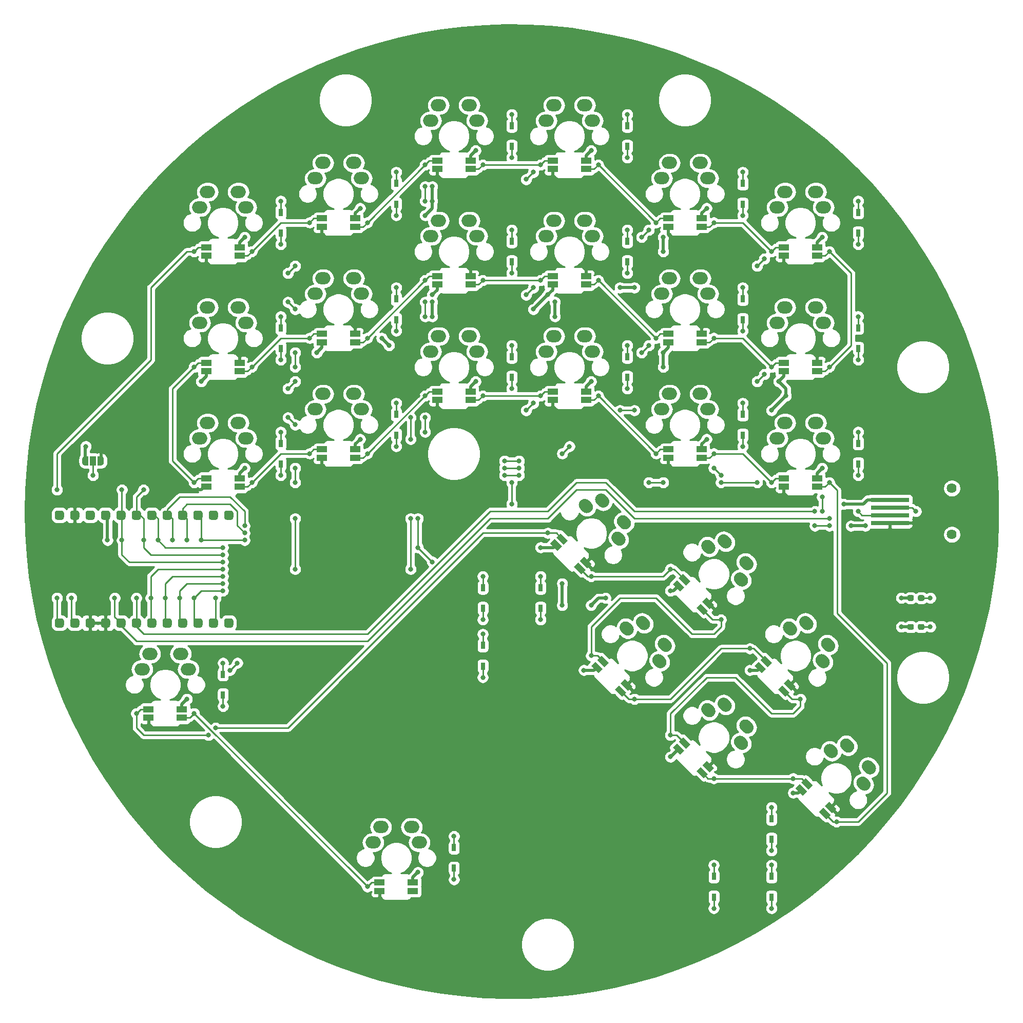
<source format=gtl>
G04 #@! TF.GenerationSoftware,KiCad,Pcbnew,(5.1.9)-1*
G04 #@! TF.CreationDate,2021-10-14T03:32:22+09:00*
G04 #@! TF.ProjectId,GraSPIntEx,47726153-5049-46e7-9445-782e6b696361,rev?*
G04 #@! TF.SameCoordinates,Original*
G04 #@! TF.FileFunction,Copper,L1,Top*
G04 #@! TF.FilePolarity,Positive*
%FSLAX46Y46*%
G04 Gerber Fmt 4.6, Leading zero omitted, Abs format (unit mm)*
G04 Created by KiCad (PCBNEW (5.1.9)-1) date 2021-10-14 03:32:22*
%MOMM*%
%LPD*%
G01*
G04 APERTURE LIST*
G04 #@! TA.AperFunction,ComponentPad*
%ADD10O,2.500000X2.000000*%
G04 #@! TD*
G04 #@! TA.AperFunction,SMDPad,CuDef*
%ADD11R,0.750000X1.200000*%
G04 #@! TD*
G04 #@! TA.AperFunction,SMDPad,CuDef*
%ADD12R,1.000000X1.500000*%
G04 #@! TD*
G04 #@! TA.AperFunction,SMDPad,CuDef*
%ADD13C,0.100000*%
G04 #@! TD*
G04 #@! TA.AperFunction,SMDPad,CuDef*
%ADD14R,1.700000X1.000000*%
G04 #@! TD*
G04 #@! TA.AperFunction,ComponentPad*
%ADD15C,1.625000*%
G04 #@! TD*
G04 #@! TA.AperFunction,SMDPad,CuDef*
%ADD16R,6.350000X0.760000*%
G04 #@! TD*
G04 #@! TA.AperFunction,ViaPad*
%ADD17C,0.800000*%
G04 #@! TD*
G04 #@! TA.AperFunction,Conductor*
%ADD18C,0.250000*%
G04 #@! TD*
G04 #@! TA.AperFunction,Conductor*
%ADD19C,0.500000*%
G04 #@! TD*
G04 #@! TA.AperFunction,Conductor*
%ADD20C,0.254000*%
G04 #@! TD*
G04 #@! TA.AperFunction,Conductor*
%ADD21C,0.100000*%
G04 #@! TD*
G04 APERTURE END LIST*
D10*
G04 #@! TO.P,SW18,1*
G04 #@! TO.N,X5*
X149860000Y-80645000D03*
G04 #@! TO.P,SW18,2*
G04 #@! TO.N,Net-(D35-Pad2)*
X156210000Y-83185000D03*
X154940000Y-80645000D03*
G04 #@! TO.P,SW18,1*
G04 #@! TO.N,X5*
X148590000Y-83185000D03*
G04 #@! TD*
G04 #@! TO.P,SW25,1*
G04 #@! TO.N,X0*
X45085000Y-118745000D03*
G04 #@! TO.P,SW25,2*
G04 #@! TO.N,Net-(D49-Pad2)*
X51435000Y-121285000D03*
X50165000Y-118745000D03*
G04 #@! TO.P,SW25,1*
G04 #@! TO.N,X0*
X43815000Y-121285000D03*
G04 #@! TD*
G04 #@! TO.P,SW5,1*
G04 #@! TO.N,X4*
X130810000Y-37782500D03*
G04 #@! TO.P,SW5,2*
G04 #@! TO.N,Net-(D10-Pad2)*
X137160000Y-40322500D03*
X135890000Y-37782500D03*
G04 #@! TO.P,SW5,1*
G04 #@! TO.N,X4*
X129540000Y-40322500D03*
G04 #@! TD*
G04 #@! TO.P,SW20,1*
G04 #@! TO.N,X1*
G04 #@! TA.AperFunction,ComponentPad*
G36*
G01*
X139024667Y-99320078D02*
X139024667Y-99320078D01*
G75*
G02*
X140438881Y-99320078I707107J-707107D01*
G01*
X140792435Y-99673632D01*
G75*
G02*
X140792435Y-101087846I-707107J-707107D01*
G01*
X140792435Y-101087846D01*
G75*
G02*
X139378221Y-101087846I-707107J707107D01*
G01*
X139024667Y-100734292D01*
G75*
G02*
X139024667Y-99320078I707107J707107D01*
G01*
G37*
G04 #@! TD.AperFunction*
G04 #@! TO.P,SW20,2*
G04 #@! TO.N,Net-(D39-Pad2)*
G04 #@! TA.AperFunction,ComponentPad*
G36*
G01*
X141718744Y-105606258D02*
X141718744Y-105606258D01*
G75*
G02*
X143132958Y-105606258I707107J-707107D01*
G01*
X143486512Y-105959812D01*
G75*
G02*
X143486512Y-107374026I-707107J-707107D01*
G01*
X143486512Y-107374026D01*
G75*
G02*
X142072298Y-107374026I-707107J707107D01*
G01*
X141718744Y-107020472D01*
G75*
G02*
X141718744Y-105606258I707107J707107D01*
G01*
G37*
G04 #@! TD.AperFunction*
G04 #@! TA.AperFunction,ComponentPad*
G36*
G01*
X142616770Y-102912181D02*
X142616770Y-102912181D01*
G75*
G02*
X144030984Y-102912181I707107J-707107D01*
G01*
X144384538Y-103265735D01*
G75*
G02*
X144384538Y-104679949I-707107J-707107D01*
G01*
X144384538Y-104679949D01*
G75*
G02*
X142970324Y-104679949I-707107J707107D01*
G01*
X142616770Y-104326395D01*
G75*
G02*
X142616770Y-102912181I707107J707107D01*
G01*
G37*
G04 #@! TD.AperFunction*
G04 #@! TO.P,SW20,1*
G04 #@! TO.N,X1*
G04 #@! TA.AperFunction,ComponentPad*
G36*
G01*
X136330590Y-100218104D02*
X136330590Y-100218104D01*
G75*
G02*
X137744804Y-100218104I707107J-707107D01*
G01*
X138098358Y-100571658D01*
G75*
G02*
X138098358Y-101985872I-707107J-707107D01*
G01*
X138098358Y-101985872D01*
G75*
G02*
X136684144Y-101985872I-707107J707107D01*
G01*
X136330590Y-101632318D01*
G75*
G02*
X136330590Y-100218104I707107J707107D01*
G01*
G37*
G04 #@! TD.AperFunction*
G04 #@! TD*
G04 #@! TO.P,SW6,1*
G04 #@! TO.N,X5*
X149860000Y-42545000D03*
G04 #@! TO.P,SW6,2*
G04 #@! TO.N,Net-(D11-Pad2)*
X156210000Y-45085000D03*
X154940000Y-42545000D03*
G04 #@! TO.P,SW6,1*
G04 #@! TO.N,X5*
X148590000Y-45085000D03*
G04 #@! TD*
G04 #@! TO.P,SW17,1*
G04 #@! TO.N,X4*
X130810000Y-75882500D03*
G04 #@! TO.P,SW17,2*
G04 #@! TO.N,Net-(D33-Pad2)*
X137160000Y-78422500D03*
X135890000Y-75882500D03*
G04 #@! TO.P,SW17,1*
G04 #@! TO.N,X4*
X129540000Y-78422500D03*
G04 #@! TD*
G04 #@! TO.P,SW9,1*
G04 #@! TO.N,X2*
X92710000Y-47307500D03*
G04 #@! TO.P,SW9,2*
G04 #@! TO.N,Net-(D17-Pad2)*
X99060000Y-49847500D03*
X97790000Y-47307500D03*
G04 #@! TO.P,SW9,1*
G04 #@! TO.N,X2*
X91440000Y-49847500D03*
G04 #@! TD*
G04 #@! TO.P,SW11,1*
G04 #@! TO.N,X4*
X130810000Y-56832500D03*
G04 #@! TO.P,SW11,2*
G04 #@! TO.N,Net-(D21-Pad2)*
X137160000Y-59372500D03*
X135890000Y-56832500D03*
G04 #@! TO.P,SW11,1*
G04 #@! TO.N,X4*
X129540000Y-59372500D03*
G04 #@! TD*
G04 #@! TO.P,SW14,1*
G04 #@! TO.N,X1*
X73660000Y-75882500D03*
G04 #@! TO.P,SW14,2*
G04 #@! TO.N,Net-(D27-Pad2)*
X80010000Y-78422500D03*
X78740000Y-75882500D03*
G04 #@! TO.P,SW14,1*
G04 #@! TO.N,X1*
X72390000Y-78422500D03*
G04 #@! TD*
G04 #@! TO.P,SW7,1*
G04 #@! TO.N,X0*
X54610000Y-61595000D03*
G04 #@! TO.P,SW7,2*
G04 #@! TO.N,Net-(D13-Pad2)*
X60960000Y-64135000D03*
X59690000Y-61595000D03*
G04 #@! TO.P,SW7,1*
G04 #@! TO.N,X0*
X53340000Y-64135000D03*
G04 #@! TD*
G04 #@! TO.P,SW15,1*
G04 #@! TO.N,X2*
X92710000Y-66357500D03*
G04 #@! TO.P,SW15,2*
G04 #@! TO.N,Net-(D29-Pad2)*
X99060000Y-68897500D03*
X97790000Y-66357500D03*
G04 #@! TO.P,SW15,1*
G04 #@! TO.N,X2*
X91440000Y-68897500D03*
G04 #@! TD*
G04 #@! TO.P,SW3,1*
G04 #@! TO.N,X2*
X92710000Y-28257500D03*
G04 #@! TO.P,SW3,2*
G04 #@! TO.N,Net-(D5-Pad2)*
X99060000Y-30797500D03*
X97790000Y-28257500D03*
G04 #@! TO.P,SW3,1*
G04 #@! TO.N,X2*
X91440000Y-30797500D03*
G04 #@! TD*
G04 #@! TO.P,SW16,1*
G04 #@! TO.N,X3*
X111760000Y-66357500D03*
G04 #@! TO.P,SW16,2*
G04 #@! TO.N,Net-(D31-Pad2)*
X118110000Y-68897500D03*
X116840000Y-66357500D03*
G04 #@! TO.P,SW16,1*
G04 #@! TO.N,X3*
X110490000Y-68897500D03*
G04 #@! TD*
G04 #@! TO.P,SW23,1*
G04 #@! TO.N,X4*
G04 #@! TA.AperFunction,ComponentPad*
G36*
G01*
X139024667Y-126260846D02*
X139024667Y-126260846D01*
G75*
G02*
X140438881Y-126260846I707107J-707107D01*
G01*
X140792435Y-126614400D01*
G75*
G02*
X140792435Y-128028614I-707107J-707107D01*
G01*
X140792435Y-128028614D01*
G75*
G02*
X139378221Y-128028614I-707107J707107D01*
G01*
X139024667Y-127675060D01*
G75*
G02*
X139024667Y-126260846I707107J707107D01*
G01*
G37*
G04 #@! TD.AperFunction*
G04 #@! TO.P,SW23,2*
G04 #@! TO.N,Net-(D45-Pad2)*
G04 #@! TA.AperFunction,ComponentPad*
G36*
G01*
X141718744Y-132547026D02*
X141718744Y-132547026D01*
G75*
G02*
X143132958Y-132547026I707107J-707107D01*
G01*
X143486512Y-132900580D01*
G75*
G02*
X143486512Y-134314794I-707107J-707107D01*
G01*
X143486512Y-134314794D01*
G75*
G02*
X142072298Y-134314794I-707107J707107D01*
G01*
X141718744Y-133961240D01*
G75*
G02*
X141718744Y-132547026I707107J707107D01*
G01*
G37*
G04 #@! TD.AperFunction*
G04 #@! TA.AperFunction,ComponentPad*
G36*
G01*
X142616770Y-129852949D02*
X142616770Y-129852949D01*
G75*
G02*
X144030984Y-129852949I707107J-707107D01*
G01*
X144384538Y-130206503D01*
G75*
G02*
X144384538Y-131620717I-707107J-707107D01*
G01*
X144384538Y-131620717D01*
G75*
G02*
X142970324Y-131620717I-707107J707107D01*
G01*
X142616770Y-131267163D01*
G75*
G02*
X142616770Y-129852949I707107J707107D01*
G01*
G37*
G04 #@! TD.AperFunction*
G04 #@! TO.P,SW23,1*
G04 #@! TO.N,X4*
G04 #@! TA.AperFunction,ComponentPad*
G36*
G01*
X136330590Y-127158872D02*
X136330590Y-127158872D01*
G75*
G02*
X137744804Y-127158872I707107J-707107D01*
G01*
X138098358Y-127512426D01*
G75*
G02*
X138098358Y-128926640I-707107J-707107D01*
G01*
X138098358Y-128926640D01*
G75*
G02*
X136684144Y-128926640I-707107J707107D01*
G01*
X136330590Y-128573086D01*
G75*
G02*
X136330590Y-127158872I707107J707107D01*
G01*
G37*
G04 #@! TD.AperFunction*
G04 #@! TD*
G04 #@! TO.P,SW13,1*
G04 #@! TO.N,X0*
X54610000Y-80645000D03*
G04 #@! TO.P,SW13,2*
G04 #@! TO.N,Net-(D25-Pad2)*
X60960000Y-83185000D03*
X59690000Y-80645000D03*
G04 #@! TO.P,SW13,1*
G04 #@! TO.N,X0*
X53340000Y-83185000D03*
G04 #@! TD*
G04 #@! TO.P,SW1,1*
G04 #@! TO.N,X0*
X54610000Y-42545000D03*
G04 #@! TO.P,SW1,2*
G04 #@! TO.N,Net-(D1-Pad2)*
X60960000Y-45085000D03*
X59690000Y-42545000D03*
G04 #@! TO.P,SW1,1*
G04 #@! TO.N,X0*
X53340000Y-45085000D03*
G04 #@! TD*
G04 #@! TO.P,SW2,1*
G04 #@! TO.N,X1*
X73660000Y-37782500D03*
G04 #@! TO.P,SW2,2*
G04 #@! TO.N,Net-(D3-Pad2)*
X80010000Y-40322500D03*
X78740000Y-37782500D03*
G04 #@! TO.P,SW2,1*
G04 #@! TO.N,X1*
X72390000Y-40322500D03*
G04 #@! TD*
G04 #@! TO.P,SW4,1*
G04 #@! TO.N,X3*
X111760000Y-28257500D03*
G04 #@! TO.P,SW4,2*
G04 #@! TO.N,Net-(D7-Pad2)*
X118110000Y-30797500D03*
X116840000Y-28257500D03*
G04 #@! TO.P,SW4,1*
G04 #@! TO.N,X3*
X110490000Y-30797500D03*
G04 #@! TD*
G04 #@! TO.P,SW21,1*
G04 #@! TO.N,X2*
G04 #@! TA.AperFunction,ComponentPad*
G36*
G01*
X125554283Y-112790462D02*
X125554283Y-112790462D01*
G75*
G02*
X126968497Y-112790462I707107J-707107D01*
G01*
X127322051Y-113144016D01*
G75*
G02*
X127322051Y-114558230I-707107J-707107D01*
G01*
X127322051Y-114558230D01*
G75*
G02*
X125907837Y-114558230I-707107J707107D01*
G01*
X125554283Y-114204676D01*
G75*
G02*
X125554283Y-112790462I707107J707107D01*
G01*
G37*
G04 #@! TD.AperFunction*
G04 #@! TO.P,SW21,2*
G04 #@! TO.N,Net-(D41-Pad2)*
G04 #@! TA.AperFunction,ComponentPad*
G36*
G01*
X128248360Y-119076642D02*
X128248360Y-119076642D01*
G75*
G02*
X129662574Y-119076642I707107J-707107D01*
G01*
X130016128Y-119430196D01*
G75*
G02*
X130016128Y-120844410I-707107J-707107D01*
G01*
X130016128Y-120844410D01*
G75*
G02*
X128601914Y-120844410I-707107J707107D01*
G01*
X128248360Y-120490856D01*
G75*
G02*
X128248360Y-119076642I707107J707107D01*
G01*
G37*
G04 #@! TD.AperFunction*
G04 #@! TA.AperFunction,ComponentPad*
G36*
G01*
X129146386Y-116382565D02*
X129146386Y-116382565D01*
G75*
G02*
X130560600Y-116382565I707107J-707107D01*
G01*
X130914154Y-116736119D01*
G75*
G02*
X130914154Y-118150333I-707107J-707107D01*
G01*
X130914154Y-118150333D01*
G75*
G02*
X129499940Y-118150333I-707107J707107D01*
G01*
X129146386Y-117796779D01*
G75*
G02*
X129146386Y-116382565I707107J707107D01*
G01*
G37*
G04 #@! TD.AperFunction*
G04 #@! TO.P,SW21,1*
G04 #@! TO.N,X2*
G04 #@! TA.AperFunction,ComponentPad*
G36*
G01*
X122860206Y-113688488D02*
X122860206Y-113688488D01*
G75*
G02*
X124274420Y-113688488I707107J-707107D01*
G01*
X124627974Y-114042042D01*
G75*
G02*
X124627974Y-115456256I-707107J-707107D01*
G01*
X124627974Y-115456256D01*
G75*
G02*
X123213760Y-115456256I-707107J707107D01*
G01*
X122860206Y-115102702D01*
G75*
G02*
X122860206Y-113688488I707107J707107D01*
G01*
G37*
G04 #@! TD.AperFunction*
G04 #@! TD*
G04 #@! TO.P,SW10,1*
G04 #@! TO.N,X3*
X111760000Y-47307500D03*
G04 #@! TO.P,SW10,2*
G04 #@! TO.N,Net-(D19-Pad2)*
X118110000Y-49847500D03*
X116840000Y-47307500D03*
G04 #@! TO.P,SW10,1*
G04 #@! TO.N,X3*
X110490000Y-49847500D03*
G04 #@! TD*
G04 #@! TO.P,SW8,1*
G04 #@! TO.N,X1*
X73660000Y-56832500D03*
G04 #@! TO.P,SW8,2*
G04 #@! TO.N,Net-(D15-Pad2)*
X80010000Y-59372500D03*
X78740000Y-56832500D03*
G04 #@! TO.P,SW8,1*
G04 #@! TO.N,X1*
X72390000Y-59372500D03*
G04 #@! TD*
G04 #@! TO.P,SW22,1*
G04 #@! TO.N,X3*
G04 #@! TA.AperFunction,ComponentPad*
G36*
G01*
X152495051Y-112790462D02*
X152495051Y-112790462D01*
G75*
G02*
X153909265Y-112790462I707107J-707107D01*
G01*
X154262819Y-113144016D01*
G75*
G02*
X154262819Y-114558230I-707107J-707107D01*
G01*
X154262819Y-114558230D01*
G75*
G02*
X152848605Y-114558230I-707107J707107D01*
G01*
X152495051Y-114204676D01*
G75*
G02*
X152495051Y-112790462I707107J707107D01*
G01*
G37*
G04 #@! TD.AperFunction*
G04 #@! TO.P,SW22,2*
G04 #@! TO.N,Net-(D43-Pad2)*
G04 #@! TA.AperFunction,ComponentPad*
G36*
G01*
X155189128Y-119076642D02*
X155189128Y-119076642D01*
G75*
G02*
X156603342Y-119076642I707107J-707107D01*
G01*
X156956896Y-119430196D01*
G75*
G02*
X156956896Y-120844410I-707107J-707107D01*
G01*
X156956896Y-120844410D01*
G75*
G02*
X155542682Y-120844410I-707107J707107D01*
G01*
X155189128Y-120490856D01*
G75*
G02*
X155189128Y-119076642I707107J707107D01*
G01*
G37*
G04 #@! TD.AperFunction*
G04 #@! TA.AperFunction,ComponentPad*
G36*
G01*
X156087154Y-116382565D02*
X156087154Y-116382565D01*
G75*
G02*
X157501368Y-116382565I707107J-707107D01*
G01*
X157854922Y-116736119D01*
G75*
G02*
X157854922Y-118150333I-707107J-707107D01*
G01*
X157854922Y-118150333D01*
G75*
G02*
X156440708Y-118150333I-707107J707107D01*
G01*
X156087154Y-117796779D01*
G75*
G02*
X156087154Y-116382565I707107J707107D01*
G01*
G37*
G04 #@! TD.AperFunction*
G04 #@! TO.P,SW22,1*
G04 #@! TO.N,X3*
G04 #@! TA.AperFunction,ComponentPad*
G36*
G01*
X149800974Y-113688488D02*
X149800974Y-113688488D01*
G75*
G02*
X151215188Y-113688488I707107J-707107D01*
G01*
X151568742Y-114042042D01*
G75*
G02*
X151568742Y-115456256I-707107J-707107D01*
G01*
X151568742Y-115456256D01*
G75*
G02*
X150154528Y-115456256I-707107J707107D01*
G01*
X149800974Y-115102702D01*
G75*
G02*
X149800974Y-113688488I707107J707107D01*
G01*
G37*
G04 #@! TD.AperFunction*
G04 #@! TD*
G04 #@! TO.P,SW26,1*
G04 #@! TO.N,X1*
X83185000Y-147320000D03*
G04 #@! TO.P,SW26,2*
G04 #@! TO.N,Net-(D51-Pad2)*
X89535000Y-149860000D03*
X88265000Y-147320000D03*
G04 #@! TO.P,SW26,1*
G04 #@! TO.N,X1*
X81915000Y-149860000D03*
G04 #@! TD*
G04 #@! TO.P,R1,2*
G04 #@! TO.N,SCL*
G04 #@! TA.AperFunction,SMDPad,CuDef*
G36*
G01*
X171800000Y-109775000D02*
X171800000Y-109300000D01*
G75*
G02*
X172037500Y-109062500I237500J0D01*
G01*
X172612500Y-109062500D01*
G75*
G02*
X172850000Y-109300000I0J-237500D01*
G01*
X172850000Y-109775000D01*
G75*
G02*
X172612500Y-110012500I-237500J0D01*
G01*
X172037500Y-110012500D01*
G75*
G02*
X171800000Y-109775000I0J237500D01*
G01*
G37*
G04 #@! TD.AperFunction*
G04 #@! TO.P,R1,1*
G04 #@! TO.N,VCC*
G04 #@! TA.AperFunction,SMDPad,CuDef*
G36*
G01*
X170050000Y-109775000D02*
X170050000Y-109300000D01*
G75*
G02*
X170287500Y-109062500I237500J0D01*
G01*
X170862500Y-109062500D01*
G75*
G02*
X171100000Y-109300000I0J-237500D01*
G01*
X171100000Y-109775000D01*
G75*
G02*
X170862500Y-110012500I-237500J0D01*
G01*
X170287500Y-110012500D01*
G75*
G02*
X170050000Y-109775000I0J237500D01*
G01*
G37*
G04 #@! TD.AperFunction*
G04 #@! TD*
G04 #@! TO.P,R2,2*
G04 #@! TO.N,SDA*
G04 #@! TA.AperFunction,SMDPad,CuDef*
G36*
G01*
X171800000Y-114537500D02*
X171800000Y-114062500D01*
G75*
G02*
X172037500Y-113825000I237500J0D01*
G01*
X172612500Y-113825000D01*
G75*
G02*
X172850000Y-114062500I0J-237500D01*
G01*
X172850000Y-114537500D01*
G75*
G02*
X172612500Y-114775000I-237500J0D01*
G01*
X172037500Y-114775000D01*
G75*
G02*
X171800000Y-114537500I0J237500D01*
G01*
G37*
G04 #@! TD.AperFunction*
G04 #@! TO.P,R2,1*
G04 #@! TO.N,VCC*
G04 #@! TA.AperFunction,SMDPad,CuDef*
G36*
G01*
X170050000Y-114537500D02*
X170050000Y-114062500D01*
G75*
G02*
X170287500Y-113825000I237500J0D01*
G01*
X170862500Y-113825000D01*
G75*
G02*
X171100000Y-114062500I0J-237500D01*
G01*
X171100000Y-114537500D01*
G75*
G02*
X170862500Y-114775000I-237500J0D01*
G01*
X170287500Y-114775000D01*
G75*
G02*
X170050000Y-114537500I0J237500D01*
G01*
G37*
G04 #@! TD.AperFunction*
G04 #@! TD*
G04 #@! TO.P,U1,24*
G04 #@! TO.N,N/C*
G04 #@! TA.AperFunction,SMDPad,CuDef*
G36*
G01*
X30543500Y-96647000D02*
X29781500Y-96647000D01*
G75*
G02*
X29400500Y-96266000I0J381000D01*
G01*
X29400500Y-95504000D01*
G75*
G02*
X29781500Y-95123000I381000J0D01*
G01*
X30543500Y-95123000D01*
G75*
G02*
X30924500Y-95504000I0J-381000D01*
G01*
X30924500Y-96266000D01*
G75*
G02*
X30543500Y-96647000I-381000J0D01*
G01*
G37*
G04 #@! TD.AperFunction*
G04 #@! TO.P,U1,23*
G04 #@! TO.N,GND*
G04 #@! TA.AperFunction,SMDPad,CuDef*
G36*
G01*
X33083500Y-96647000D02*
X32321500Y-96647000D01*
G75*
G02*
X31940500Y-96266000I0J381000D01*
G01*
X31940500Y-95504000D01*
G75*
G02*
X32321500Y-95123000I381000J0D01*
G01*
X33083500Y-95123000D01*
G75*
G02*
X33464500Y-95504000I0J-381000D01*
G01*
X33464500Y-96266000D01*
G75*
G02*
X33083500Y-96647000I-381000J0D01*
G01*
G37*
G04 #@! TD.AperFunction*
G04 #@! TO.P,U1,22*
G04 #@! TO.N,N/C*
G04 #@! TA.AperFunction,SMDPad,CuDef*
G36*
G01*
X35623500Y-96647000D02*
X34861500Y-96647000D01*
G75*
G02*
X34480500Y-96266000I0J381000D01*
G01*
X34480500Y-95504000D01*
G75*
G02*
X34861500Y-95123000I381000J0D01*
G01*
X35623500Y-95123000D01*
G75*
G02*
X36004500Y-95504000I0J-381000D01*
G01*
X36004500Y-96266000D01*
G75*
G02*
X35623500Y-96647000I-381000J0D01*
G01*
G37*
G04 #@! TD.AperFunction*
G04 #@! TO.P,U1,21*
G04 #@! TO.N,VCC*
G04 #@! TA.AperFunction,SMDPad,CuDef*
G36*
G01*
X38163500Y-96647000D02*
X37401500Y-96647000D01*
G75*
G02*
X37020500Y-96266000I0J381000D01*
G01*
X37020500Y-95504000D01*
G75*
G02*
X37401500Y-95123000I381000J0D01*
G01*
X38163500Y-95123000D01*
G75*
G02*
X38544500Y-95504000I0J-381000D01*
G01*
X38544500Y-96266000D01*
G75*
G02*
X38163500Y-96647000I-381000J0D01*
G01*
G37*
G04 #@! TD.AperFunction*
G04 #@! TO.P,U1,20*
G04 #@! TO.N,X0*
G04 #@! TA.AperFunction,SMDPad,CuDef*
G36*
G01*
X40703500Y-96647000D02*
X39941500Y-96647000D01*
G75*
G02*
X39560500Y-96266000I0J381000D01*
G01*
X39560500Y-95504000D01*
G75*
G02*
X39941500Y-95123000I381000J0D01*
G01*
X40703500Y-95123000D01*
G75*
G02*
X41084500Y-95504000I0J-381000D01*
G01*
X41084500Y-96266000D01*
G75*
G02*
X40703500Y-96647000I-381000J0D01*
G01*
G37*
G04 #@! TD.AperFunction*
G04 #@! TO.P,U1,19*
G04 #@! TO.N,X1*
G04 #@! TA.AperFunction,SMDPad,CuDef*
G36*
G01*
X43243500Y-96647000D02*
X42481500Y-96647000D01*
G75*
G02*
X42100500Y-96266000I0J381000D01*
G01*
X42100500Y-95504000D01*
G75*
G02*
X42481500Y-95123000I381000J0D01*
G01*
X43243500Y-95123000D01*
G75*
G02*
X43624500Y-95504000I0J-381000D01*
G01*
X43624500Y-96266000D01*
G75*
G02*
X43243500Y-96647000I-381000J0D01*
G01*
G37*
G04 #@! TD.AperFunction*
G04 #@! TO.P,U1,18*
G04 #@! TO.N,X2*
G04 #@! TA.AperFunction,SMDPad,CuDef*
G36*
G01*
X45783500Y-96647000D02*
X45021500Y-96647000D01*
G75*
G02*
X44640500Y-96266000I0J381000D01*
G01*
X44640500Y-95504000D01*
G75*
G02*
X45021500Y-95123000I381000J0D01*
G01*
X45783500Y-95123000D01*
G75*
G02*
X46164500Y-95504000I0J-381000D01*
G01*
X46164500Y-96266000D01*
G75*
G02*
X45783500Y-96647000I-381000J0D01*
G01*
G37*
G04 #@! TD.AperFunction*
G04 #@! TO.P,U1,17*
G04 #@! TO.N,X3*
G04 #@! TA.AperFunction,SMDPad,CuDef*
G36*
G01*
X48323500Y-96647000D02*
X47561500Y-96647000D01*
G75*
G02*
X47180500Y-96266000I0J381000D01*
G01*
X47180500Y-95504000D01*
G75*
G02*
X47561500Y-95123000I381000J0D01*
G01*
X48323500Y-95123000D01*
G75*
G02*
X48704500Y-95504000I0J-381000D01*
G01*
X48704500Y-96266000D01*
G75*
G02*
X48323500Y-96647000I-381000J0D01*
G01*
G37*
G04 #@! TD.AperFunction*
G04 #@! TO.P,U1,16*
G04 #@! TO.N,X4*
G04 #@! TA.AperFunction,SMDPad,CuDef*
G36*
G01*
X50863500Y-96647000D02*
X50101500Y-96647000D01*
G75*
G02*
X49720500Y-96266000I0J381000D01*
G01*
X49720500Y-95504000D01*
G75*
G02*
X50101500Y-95123000I381000J0D01*
G01*
X50863500Y-95123000D01*
G75*
G02*
X51244500Y-95504000I0J-381000D01*
G01*
X51244500Y-96266000D01*
G75*
G02*
X50863500Y-96647000I-381000J0D01*
G01*
G37*
G04 #@! TD.AperFunction*
G04 #@! TO.P,U1,15*
G04 #@! TO.N,X5*
G04 #@! TA.AperFunction,SMDPad,CuDef*
G36*
G01*
X53403500Y-96647000D02*
X52641500Y-96647000D01*
G75*
G02*
X52260500Y-96266000I0J381000D01*
G01*
X52260500Y-95504000D01*
G75*
G02*
X52641500Y-95123000I381000J0D01*
G01*
X53403500Y-95123000D01*
G75*
G02*
X53784500Y-95504000I0J-381000D01*
G01*
X53784500Y-96266000D01*
G75*
G02*
X53403500Y-96647000I-381000J0D01*
G01*
G37*
G04 #@! TD.AperFunction*
G04 #@! TO.P,U1,14*
G04 #@! TO.N,N/C*
G04 #@! TA.AperFunction,SMDPad,CuDef*
G36*
G01*
X55943500Y-96647000D02*
X55181500Y-96647000D01*
G75*
G02*
X54800500Y-96266000I0J381000D01*
G01*
X54800500Y-95504000D01*
G75*
G02*
X55181500Y-95123000I381000J0D01*
G01*
X55943500Y-95123000D01*
G75*
G02*
X56324500Y-95504000I0J-381000D01*
G01*
X56324500Y-96266000D01*
G75*
G02*
X55943500Y-96647000I-381000J0D01*
G01*
G37*
G04 #@! TD.AperFunction*
G04 #@! TO.P,U1,13*
G04 #@! TA.AperFunction,SMDPad,CuDef*
G36*
G01*
X58483500Y-96647000D02*
X57721500Y-96647000D01*
G75*
G02*
X57340500Y-96266000I0J381000D01*
G01*
X57340500Y-95504000D01*
G75*
G02*
X57721500Y-95123000I381000J0D01*
G01*
X58483500Y-95123000D01*
G75*
G02*
X58864500Y-95504000I0J-381000D01*
G01*
X58864500Y-96266000D01*
G75*
G02*
X58483500Y-96647000I-381000J0D01*
G01*
G37*
G04 #@! TD.AperFunction*
G04 #@! TO.P,U1,12*
G04 #@! TA.AperFunction,SMDPad,CuDef*
G36*
G01*
X58483500Y-114427000D02*
X57721500Y-114427000D01*
G75*
G02*
X57340500Y-114046000I0J381000D01*
G01*
X57340500Y-113284000D01*
G75*
G02*
X57721500Y-112903000I381000J0D01*
G01*
X58483500Y-112903000D01*
G75*
G02*
X58864500Y-113284000I0J-381000D01*
G01*
X58864500Y-114046000D01*
G75*
G02*
X58483500Y-114427000I-381000J0D01*
G01*
G37*
G04 #@! TD.AperFunction*
G04 #@! TO.P,U1,11*
G04 #@! TO.N,Y4*
G04 #@! TA.AperFunction,SMDPad,CuDef*
G36*
G01*
X55943500Y-114427000D02*
X55181500Y-114427000D01*
G75*
G02*
X54800500Y-114046000I0J381000D01*
G01*
X54800500Y-113284000D01*
G75*
G02*
X55181500Y-112903000I381000J0D01*
G01*
X55943500Y-112903000D01*
G75*
G02*
X56324500Y-113284000I0J-381000D01*
G01*
X56324500Y-114046000D01*
G75*
G02*
X55943500Y-114427000I-381000J0D01*
G01*
G37*
G04 #@! TD.AperFunction*
G04 #@! TO.P,U1,10*
G04 #@! TO.N,Y3*
G04 #@! TA.AperFunction,SMDPad,CuDef*
G36*
G01*
X53403500Y-114427000D02*
X52641500Y-114427000D01*
G75*
G02*
X52260500Y-114046000I0J381000D01*
G01*
X52260500Y-113284000D01*
G75*
G02*
X52641500Y-112903000I381000J0D01*
G01*
X53403500Y-112903000D01*
G75*
G02*
X53784500Y-113284000I0J-381000D01*
G01*
X53784500Y-114046000D01*
G75*
G02*
X53403500Y-114427000I-381000J0D01*
G01*
G37*
G04 #@! TD.AperFunction*
G04 #@! TO.P,U1,9*
G04 #@! TO.N,Y2*
G04 #@! TA.AperFunction,SMDPad,CuDef*
G36*
G01*
X50863500Y-114427000D02*
X50101500Y-114427000D01*
G75*
G02*
X49720500Y-114046000I0J381000D01*
G01*
X49720500Y-113284000D01*
G75*
G02*
X50101500Y-112903000I381000J0D01*
G01*
X50863500Y-112903000D01*
G75*
G02*
X51244500Y-113284000I0J-381000D01*
G01*
X51244500Y-114046000D01*
G75*
G02*
X50863500Y-114427000I-381000J0D01*
G01*
G37*
G04 #@! TD.AperFunction*
G04 #@! TO.P,U1,8*
G04 #@! TO.N,Y1*
G04 #@! TA.AperFunction,SMDPad,CuDef*
G36*
G01*
X48323500Y-114427000D02*
X47561500Y-114427000D01*
G75*
G02*
X47180500Y-114046000I0J381000D01*
G01*
X47180500Y-113284000D01*
G75*
G02*
X47561500Y-112903000I381000J0D01*
G01*
X48323500Y-112903000D01*
G75*
G02*
X48704500Y-113284000I0J-381000D01*
G01*
X48704500Y-114046000D01*
G75*
G02*
X48323500Y-114427000I-381000J0D01*
G01*
G37*
G04 #@! TD.AperFunction*
G04 #@! TO.P,U1,7*
G04 #@! TO.N,Y0*
G04 #@! TA.AperFunction,SMDPad,CuDef*
G36*
G01*
X45783500Y-114427000D02*
X45021500Y-114427000D01*
G75*
G02*
X44640500Y-114046000I0J381000D01*
G01*
X44640500Y-113284000D01*
G75*
G02*
X45021500Y-112903000I381000J0D01*
G01*
X45783500Y-112903000D01*
G75*
G02*
X46164500Y-113284000I0J-381000D01*
G01*
X46164500Y-114046000D01*
G75*
G02*
X45783500Y-114427000I-381000J0D01*
G01*
G37*
G04 #@! TD.AperFunction*
G04 #@! TO.P,U1,6*
G04 #@! TO.N,SCL*
G04 #@! TA.AperFunction,SMDPad,CuDef*
G36*
G01*
X43243500Y-114427000D02*
X42481500Y-114427000D01*
G75*
G02*
X42100500Y-114046000I0J381000D01*
G01*
X42100500Y-113284000D01*
G75*
G02*
X42481500Y-112903000I381000J0D01*
G01*
X43243500Y-112903000D01*
G75*
G02*
X43624500Y-113284000I0J-381000D01*
G01*
X43624500Y-114046000D01*
G75*
G02*
X43243500Y-114427000I-381000J0D01*
G01*
G37*
G04 #@! TD.AperFunction*
G04 #@! TO.P,U1,5*
G04 #@! TO.N,SDA*
G04 #@! TA.AperFunction,SMDPad,CuDef*
G36*
G01*
X40703500Y-114427000D02*
X39941500Y-114427000D01*
G75*
G02*
X39560500Y-114046000I0J381000D01*
G01*
X39560500Y-113284000D01*
G75*
G02*
X39941500Y-112903000I381000J0D01*
G01*
X40703500Y-112903000D01*
G75*
G02*
X41084500Y-113284000I0J-381000D01*
G01*
X41084500Y-114046000D01*
G75*
G02*
X40703500Y-114427000I-381000J0D01*
G01*
G37*
G04 #@! TD.AperFunction*
G04 #@! TO.P,U1,4*
G04 #@! TO.N,GND*
G04 #@! TA.AperFunction,SMDPad,CuDef*
G36*
G01*
X38163500Y-114427000D02*
X37401500Y-114427000D01*
G75*
G02*
X37020500Y-114046000I0J381000D01*
G01*
X37020500Y-113284000D01*
G75*
G02*
X37401500Y-112903000I381000J0D01*
G01*
X38163500Y-112903000D01*
G75*
G02*
X38544500Y-113284000I0J-381000D01*
G01*
X38544500Y-114046000D01*
G75*
G02*
X38163500Y-114427000I-381000J0D01*
G01*
G37*
G04 #@! TD.AperFunction*
G04 #@! TO.P,U1,3*
G04 #@! TA.AperFunction,SMDPad,CuDef*
G36*
G01*
X35623500Y-114427000D02*
X34861500Y-114427000D01*
G75*
G02*
X34480500Y-114046000I0J381000D01*
G01*
X34480500Y-113284000D01*
G75*
G02*
X34861500Y-112903000I381000J0D01*
G01*
X35623500Y-112903000D01*
G75*
G02*
X36004500Y-113284000I0J-381000D01*
G01*
X36004500Y-114046000D01*
G75*
G02*
X35623500Y-114427000I-381000J0D01*
G01*
G37*
G04 #@! TD.AperFunction*
G04 #@! TO.P,U1,2*
G04 #@! TO.N,RX1*
G04 #@! TA.AperFunction,SMDPad,CuDef*
G36*
G01*
X33083500Y-114427000D02*
X32321500Y-114427000D01*
G75*
G02*
X31940500Y-114046000I0J381000D01*
G01*
X31940500Y-113284000D01*
G75*
G02*
X32321500Y-112903000I381000J0D01*
G01*
X33083500Y-112903000D01*
G75*
G02*
X33464500Y-113284000I0J-381000D01*
G01*
X33464500Y-114046000D01*
G75*
G02*
X33083500Y-114427000I-381000J0D01*
G01*
G37*
G04 #@! TD.AperFunction*
G04 #@! TO.P,U1,1*
G04 #@! TO.N,LED_IN*
G04 #@! TA.AperFunction,SMDPad,CuDef*
G36*
G01*
X30543500Y-114427000D02*
X29781500Y-114427000D01*
G75*
G02*
X29400500Y-114046000I0J381000D01*
G01*
X29400500Y-113284000D01*
G75*
G02*
X29781500Y-112903000I381000J0D01*
G01*
X30543500Y-112903000D01*
G75*
G02*
X30924500Y-113284000I0J-381000D01*
G01*
X30924500Y-114046000D01*
G75*
G02*
X30543500Y-114427000I-381000J0D01*
G01*
G37*
G04 #@! TD.AperFunction*
G04 #@! TD*
G04 #@! TO.P,SW19,1*
G04 #@! TO.N,X0*
G04 #@! TA.AperFunction,ComponentPad*
G36*
G01*
X118819091Y-92584886D02*
X118819091Y-92584886D01*
G75*
G02*
X120233305Y-92584886I707107J-707107D01*
G01*
X120586859Y-92938440D01*
G75*
G02*
X120586859Y-94352654I-707107J-707107D01*
G01*
X120586859Y-94352654D01*
G75*
G02*
X119172645Y-94352654I-707107J707107D01*
G01*
X118819091Y-93999100D01*
G75*
G02*
X118819091Y-92584886I707107J707107D01*
G01*
G37*
G04 #@! TD.AperFunction*
G04 #@! TO.P,SW19,2*
G04 #@! TO.N,Net-(D37-Pad2)*
G04 #@! TA.AperFunction,ComponentPad*
G36*
G01*
X121513168Y-98871066D02*
X121513168Y-98871066D01*
G75*
G02*
X122927382Y-98871066I707107J-707107D01*
G01*
X123280936Y-99224620D01*
G75*
G02*
X123280936Y-100638834I-707107J-707107D01*
G01*
X123280936Y-100638834D01*
G75*
G02*
X121866722Y-100638834I-707107J707107D01*
G01*
X121513168Y-100285280D01*
G75*
G02*
X121513168Y-98871066I707107J707107D01*
G01*
G37*
G04 #@! TD.AperFunction*
G04 #@! TA.AperFunction,ComponentPad*
G36*
G01*
X122411194Y-96176989D02*
X122411194Y-96176989D01*
G75*
G02*
X123825408Y-96176989I707107J-707107D01*
G01*
X124178962Y-96530543D01*
G75*
G02*
X124178962Y-97944757I-707107J-707107D01*
G01*
X124178962Y-97944757D01*
G75*
G02*
X122764748Y-97944757I-707107J707107D01*
G01*
X122411194Y-97591203D01*
G75*
G02*
X122411194Y-96176989I707107J707107D01*
G01*
G37*
G04 #@! TD.AperFunction*
G04 #@! TO.P,SW19,1*
G04 #@! TO.N,X0*
G04 #@! TA.AperFunction,ComponentPad*
G36*
G01*
X116125014Y-93482912D02*
X116125014Y-93482912D01*
G75*
G02*
X117539228Y-93482912I707107J-707107D01*
G01*
X117892782Y-93836466D01*
G75*
G02*
X117892782Y-95250680I-707107J-707107D01*
G01*
X117892782Y-95250680D01*
G75*
G02*
X116478568Y-95250680I-707107J707107D01*
G01*
X116125014Y-94897126D01*
G75*
G02*
X116125014Y-93482912I707107J707107D01*
G01*
G37*
G04 #@! TD.AperFunction*
G04 #@! TD*
G04 #@! TO.P,SW12,1*
G04 #@! TO.N,X5*
X149860000Y-61595000D03*
G04 #@! TO.P,SW12,2*
G04 #@! TO.N,Net-(D23-Pad2)*
X156210000Y-64135000D03*
X154940000Y-61595000D03*
G04 #@! TO.P,SW12,1*
G04 #@! TO.N,X5*
X148590000Y-64135000D03*
G04 #@! TD*
G04 #@! TO.P,SW24,1*
G04 #@! TO.N,X5*
G04 #@! TA.AperFunction,ComponentPad*
G36*
G01*
X159230243Y-132996038D02*
X159230243Y-132996038D01*
G75*
G02*
X160644457Y-132996038I707107J-707107D01*
G01*
X160998011Y-133349592D01*
G75*
G02*
X160998011Y-134763806I-707107J-707107D01*
G01*
X160998011Y-134763806D01*
G75*
G02*
X159583797Y-134763806I-707107J707107D01*
G01*
X159230243Y-134410252D01*
G75*
G02*
X159230243Y-132996038I707107J707107D01*
G01*
G37*
G04 #@! TD.AperFunction*
G04 #@! TO.P,SW24,2*
G04 #@! TO.N,Net-(D47-Pad2)*
G04 #@! TA.AperFunction,ComponentPad*
G36*
G01*
X161924320Y-139282218D02*
X161924320Y-139282218D01*
G75*
G02*
X163338534Y-139282218I707107J-707107D01*
G01*
X163692088Y-139635772D01*
G75*
G02*
X163692088Y-141049986I-707107J-707107D01*
G01*
X163692088Y-141049986D01*
G75*
G02*
X162277874Y-141049986I-707107J707107D01*
G01*
X161924320Y-140696432D01*
G75*
G02*
X161924320Y-139282218I707107J707107D01*
G01*
G37*
G04 #@! TD.AperFunction*
G04 #@! TA.AperFunction,ComponentPad*
G36*
G01*
X162822346Y-136588141D02*
X162822346Y-136588141D01*
G75*
G02*
X164236560Y-136588141I707107J-707107D01*
G01*
X164590114Y-136941695D01*
G75*
G02*
X164590114Y-138355909I-707107J-707107D01*
G01*
X164590114Y-138355909D01*
G75*
G02*
X163175900Y-138355909I-707107J707107D01*
G01*
X162822346Y-138002355D01*
G75*
G02*
X162822346Y-136588141I707107J707107D01*
G01*
G37*
G04 #@! TD.AperFunction*
G04 #@! TO.P,SW24,1*
G04 #@! TO.N,X5*
G04 #@! TA.AperFunction,ComponentPad*
G36*
G01*
X156536166Y-133894064D02*
X156536166Y-133894064D01*
G75*
G02*
X157950380Y-133894064I707107J-707107D01*
G01*
X158303934Y-134247618D01*
G75*
G02*
X158303934Y-135661832I-707107J-707107D01*
G01*
X158303934Y-135661832D01*
G75*
G02*
X156889720Y-135661832I-707107J707107D01*
G01*
X156536166Y-135308278D01*
G75*
G02*
X156536166Y-133894064I707107J707107D01*
G01*
G37*
G04 #@! TD.AperFunction*
G04 #@! TD*
D11*
G04 #@! TO.P,D5,2*
G04 #@! TO.N,Net-(D5-Pad2)*
X104775000Y-31637500D03*
G04 #@! TO.P,D5,1*
G04 #@! TO.N,Y0*
X104775000Y-35037500D03*
G04 #@! TD*
G04 #@! TO.P,D3,2*
G04 #@! TO.N,Net-(D3-Pad2)*
X85725000Y-41162500D03*
G04 #@! TO.P,D3,1*
G04 #@! TO.N,Y0*
X85725000Y-44562500D03*
G04 #@! TD*
G04 #@! TO.P,D1,2*
G04 #@! TO.N,Net-(D1-Pad2)*
X66675000Y-45925000D03*
G04 #@! TO.P,D1,1*
G04 #@! TO.N,Y0*
X66675000Y-49325000D03*
G04 #@! TD*
G04 #@! TO.P,D7,2*
G04 #@! TO.N,Net-(D7-Pad2)*
X123825000Y-31637500D03*
G04 #@! TO.P,D7,1*
G04 #@! TO.N,Y0*
X123825000Y-35037500D03*
G04 #@! TD*
G04 #@! TO.P,D9,2*
G04 #@! TO.N,Net-(D10-Pad2)*
X142875000Y-41162500D03*
G04 #@! TO.P,D9,1*
G04 #@! TO.N,Y0*
X142875000Y-44562500D03*
G04 #@! TD*
G04 #@! TO.P,D13,2*
G04 #@! TO.N,Net-(D13-Pad2)*
X66675000Y-64975000D03*
G04 #@! TO.P,D13,1*
G04 #@! TO.N,Y1*
X66675000Y-68375000D03*
G04 #@! TD*
G04 #@! TO.P,D15,2*
G04 #@! TO.N,Net-(D15-Pad2)*
X85725000Y-60212500D03*
G04 #@! TO.P,D15,1*
G04 #@! TO.N,Y1*
X85725000Y-63612500D03*
G04 #@! TD*
G04 #@! TO.P,D17,2*
G04 #@! TO.N,Net-(D17-Pad2)*
X104775000Y-50687500D03*
G04 #@! TO.P,D17,1*
G04 #@! TO.N,Y1*
X104775000Y-54087500D03*
G04 #@! TD*
G04 #@! TO.P,D21,2*
G04 #@! TO.N,Net-(D21-Pad2)*
X142875000Y-60212500D03*
G04 #@! TO.P,D21,1*
G04 #@! TO.N,Y1*
X142875000Y-63612500D03*
G04 #@! TD*
G04 #@! TO.P,D23,2*
G04 #@! TO.N,Net-(D23-Pad2)*
X161925000Y-64975000D03*
G04 #@! TO.P,D23,1*
G04 #@! TO.N,Y1*
X161925000Y-68375000D03*
G04 #@! TD*
G04 #@! TO.P,D11,2*
G04 #@! TO.N,Net-(D11-Pad2)*
X161925000Y-45925000D03*
G04 #@! TO.P,D11,1*
G04 #@! TO.N,Y0*
X161925000Y-49325000D03*
G04 #@! TD*
G04 #@! TO.P,D25,2*
G04 #@! TO.N,Net-(D25-Pad2)*
X66675000Y-84025000D03*
G04 #@! TO.P,D25,1*
G04 #@! TO.N,Y2*
X66675000Y-87425000D03*
G04 #@! TD*
G04 #@! TO.P,D19,2*
G04 #@! TO.N,Net-(D19-Pad2)*
X123825000Y-50687500D03*
G04 #@! TO.P,D19,1*
G04 #@! TO.N,Y1*
X123825000Y-54087500D03*
G04 #@! TD*
G04 #@! TO.P,D27,2*
G04 #@! TO.N,Net-(D27-Pad2)*
X85725000Y-79262500D03*
G04 #@! TO.P,D27,1*
G04 #@! TO.N,Y2*
X85725000Y-82662500D03*
G04 #@! TD*
G04 #@! TO.P,D29,2*
G04 #@! TO.N,Net-(D29-Pad2)*
X104775000Y-69737500D03*
G04 #@! TO.P,D29,1*
G04 #@! TO.N,Y2*
X104775000Y-73137500D03*
G04 #@! TD*
G04 #@! TO.P,D31,2*
G04 #@! TO.N,Net-(D31-Pad2)*
X123825000Y-69737500D03*
G04 #@! TO.P,D31,1*
G04 #@! TO.N,Y2*
X123825000Y-73137500D03*
G04 #@! TD*
G04 #@! TO.P,D33,2*
G04 #@! TO.N,Net-(D33-Pad2)*
X142875000Y-79262500D03*
G04 #@! TO.P,D33,1*
G04 #@! TO.N,Y2*
X142875000Y-82662500D03*
G04 #@! TD*
G04 #@! TO.P,D35,2*
G04 #@! TO.N,Net-(D35-Pad2)*
X161925000Y-84025000D03*
G04 #@! TO.P,D35,1*
G04 #@! TO.N,Y2*
X161925000Y-87425000D03*
G04 #@! TD*
G04 #@! TO.P,D37,2*
G04 #@! TO.N,Net-(D37-Pad2)*
X100012500Y-107837500D03*
G04 #@! TO.P,D37,1*
G04 #@! TO.N,Y3*
X100012500Y-111237500D03*
G04 #@! TD*
G04 #@! TO.P,D39,2*
G04 #@! TO.N,Net-(D39-Pad2)*
X109537500Y-107837500D03*
G04 #@! TO.P,D39,1*
G04 #@! TO.N,Y3*
X109537500Y-111237500D03*
G04 #@! TD*
G04 #@! TO.P,D41,2*
G04 #@! TO.N,Net-(D41-Pad2)*
X100012500Y-117362500D03*
G04 #@! TO.P,D41,1*
G04 #@! TO.N,Y3*
X100012500Y-120762500D03*
G04 #@! TD*
G04 #@! TO.P,D43,2*
G04 #@! TO.N,Net-(D43-Pad2)*
X147637500Y-145937500D03*
G04 #@! TO.P,D43,1*
G04 #@! TO.N,Y3*
X147637500Y-149337500D03*
G04 #@! TD*
G04 #@! TO.P,D45,2*
G04 #@! TO.N,Net-(D45-Pad2)*
X138112500Y-155462500D03*
G04 #@! TO.P,D45,1*
G04 #@! TO.N,Y3*
X138112500Y-158862500D03*
G04 #@! TD*
G04 #@! TO.P,D47,2*
G04 #@! TO.N,Net-(D47-Pad2)*
X147637500Y-155462500D03*
G04 #@! TO.P,D47,1*
G04 #@! TO.N,Y3*
X147637500Y-158862500D03*
G04 #@! TD*
G04 #@! TO.P,D49,2*
G04 #@! TO.N,Net-(D49-Pad2)*
X57150000Y-122125000D03*
G04 #@! TO.P,D49,1*
G04 #@! TO.N,Y4*
X57150000Y-125525000D03*
G04 #@! TD*
G04 #@! TO.P,D51,2*
G04 #@! TO.N,Net-(D51-Pad2)*
X95250000Y-150700000D03*
G04 #@! TO.P,D51,1*
G04 #@! TO.N,Y4*
X95250000Y-154100000D03*
G04 #@! TD*
D12*
G04 #@! TO.P,JP1,2*
G04 #@! TO.N,RX1*
X35718750Y-86915625D03*
G04 #@! TA.AperFunction,SMDPad,CuDef*
D13*
G04 #@! TO.P,JP1,3*
G04 #@! TO.N,GND*
G36*
X37018750Y-86166227D02*
G01*
X37043284Y-86166227D01*
X37092115Y-86171037D01*
X37140240Y-86180609D01*
X37187195Y-86194853D01*
X37232528Y-86213630D01*
X37275801Y-86236761D01*
X37316600Y-86264021D01*
X37354529Y-86295149D01*
X37389226Y-86329846D01*
X37420354Y-86367775D01*
X37447614Y-86408574D01*
X37470745Y-86451847D01*
X37489522Y-86497180D01*
X37503766Y-86544135D01*
X37513338Y-86592260D01*
X37518148Y-86641091D01*
X37518148Y-86665625D01*
X37518750Y-86665625D01*
X37518750Y-87165625D01*
X37518148Y-87165625D01*
X37518148Y-87190159D01*
X37513338Y-87238990D01*
X37503766Y-87287115D01*
X37489522Y-87334070D01*
X37470745Y-87379403D01*
X37447614Y-87422676D01*
X37420354Y-87463475D01*
X37389226Y-87501404D01*
X37354529Y-87536101D01*
X37316600Y-87567229D01*
X37275801Y-87594489D01*
X37232528Y-87617620D01*
X37187195Y-87636397D01*
X37140240Y-87650641D01*
X37092115Y-87660213D01*
X37043284Y-87665023D01*
X37018750Y-87665023D01*
X37018750Y-87665625D01*
X36468750Y-87665625D01*
X36468750Y-86165625D01*
X37018750Y-86165625D01*
X37018750Y-86166227D01*
G37*
G04 #@! TD.AperFunction*
G04 #@! TA.AperFunction,SMDPad,CuDef*
G04 #@! TO.P,JP1,1*
G04 #@! TO.N,VCC*
G36*
X34968750Y-87665625D02*
G01*
X34418750Y-87665625D01*
X34418750Y-87665023D01*
X34394216Y-87665023D01*
X34345385Y-87660213D01*
X34297260Y-87650641D01*
X34250305Y-87636397D01*
X34204972Y-87617620D01*
X34161699Y-87594489D01*
X34120900Y-87567229D01*
X34082971Y-87536101D01*
X34048274Y-87501404D01*
X34017146Y-87463475D01*
X33989886Y-87422676D01*
X33966755Y-87379403D01*
X33947978Y-87334070D01*
X33933734Y-87287115D01*
X33924162Y-87238990D01*
X33919352Y-87190159D01*
X33919352Y-87165625D01*
X33918750Y-87165625D01*
X33918750Y-86665625D01*
X33919352Y-86665625D01*
X33919352Y-86641091D01*
X33924162Y-86592260D01*
X33933734Y-86544135D01*
X33947978Y-86497180D01*
X33966755Y-86451847D01*
X33989886Y-86408574D01*
X34017146Y-86367775D01*
X34048274Y-86329846D01*
X34082971Y-86295149D01*
X34120900Y-86264021D01*
X34161699Y-86236761D01*
X34204972Y-86213630D01*
X34250305Y-86194853D01*
X34297260Y-86180609D01*
X34345385Y-86171037D01*
X34394216Y-86166227D01*
X34418750Y-86166227D01*
X34418750Y-86165625D01*
X34968750Y-86165625D01*
X34968750Y-87665625D01*
G37*
G04 #@! TD.AperFunction*
G04 #@! TD*
D14*
G04 #@! TO.P,LED1,2*
G04 #@! TO.N,Net-(LED1-Pad2)*
X59900000Y-53087500D03*
G04 #@! TO.P,LED1,1*
G04 #@! TO.N,VCC*
X59900000Y-51687500D03*
G04 #@! TO.P,LED1,3*
G04 #@! TO.N,GND*
X54400000Y-53087500D03*
G04 #@! TO.P,LED1,4*
G04 #@! TO.N,LED_IN*
X54400000Y-51687500D03*
G04 #@! TD*
D15*
G04 #@! TO.P,J1,MH2*
G04 #@! TO.N,N/C*
X177384500Y-91440000D03*
G04 #@! TO.P,J1,MH1*
X177384500Y-99060000D03*
D16*
G04 #@! TO.P,J1,4*
G04 #@! TO.N,VCC*
X167159500Y-93345000D03*
G04 #@! TO.P,J1,3*
G04 #@! TO.N,SDA*
X167159500Y-94615000D03*
G04 #@! TO.P,J1,2*
G04 #@! TO.N,SCL*
X167159500Y-95885000D03*
G04 #@! TO.P,J1,1*
G04 #@! TO.N,GND*
X167159500Y-97155000D03*
G04 #@! TD*
D14*
G04 #@! TO.P,LED2,2*
G04 #@! TO.N,Net-(LED2-Pad2)*
X78950000Y-48325000D03*
G04 #@! TO.P,LED2,1*
G04 #@! TO.N,VCC*
X78950000Y-46925000D03*
G04 #@! TO.P,LED2,3*
G04 #@! TO.N,GND*
X73450000Y-48325000D03*
G04 #@! TO.P,LED2,4*
G04 #@! TO.N,Net-(LED1-Pad2)*
X73450000Y-46925000D03*
G04 #@! TD*
G04 #@! TO.P,LED3,2*
G04 #@! TO.N,Net-(LED29-Pad2)*
X98000000Y-38800000D03*
G04 #@! TO.P,LED3,1*
G04 #@! TO.N,VCC*
X98000000Y-37400000D03*
G04 #@! TO.P,LED3,3*
G04 #@! TO.N,GND*
X92500000Y-38800000D03*
G04 #@! TO.P,LED3,4*
G04 #@! TO.N,Net-(LED2-Pad2)*
X92500000Y-37400000D03*
G04 #@! TD*
G04 #@! TO.P,LED4,2*
G04 #@! TO.N,Net-(LED30-Pad2)*
X117050000Y-38800000D03*
G04 #@! TO.P,LED4,1*
G04 #@! TO.N,VCC*
X117050000Y-37400000D03*
G04 #@! TO.P,LED4,3*
G04 #@! TO.N,GND*
X111550000Y-38800000D03*
G04 #@! TO.P,LED4,4*
G04 #@! TO.N,Net-(LED29-Pad2)*
X111550000Y-37400000D03*
G04 #@! TD*
G04 #@! TO.P,LED5,2*
G04 #@! TO.N,Net-(LED31-Pad2)*
X136100000Y-48325000D03*
G04 #@! TO.P,LED5,1*
G04 #@! TO.N,VCC*
X136100000Y-46925000D03*
G04 #@! TO.P,LED5,3*
G04 #@! TO.N,GND*
X130600000Y-48325000D03*
G04 #@! TO.P,LED5,4*
G04 #@! TO.N,Net-(LED30-Pad2)*
X130600000Y-46925000D03*
G04 #@! TD*
G04 #@! TO.P,LED6,2*
G04 #@! TO.N,Net-(LED32-Pad2)*
X155150000Y-53087500D03*
G04 #@! TO.P,LED6,1*
G04 #@! TO.N,VCC*
X155150000Y-51687500D03*
G04 #@! TO.P,LED6,3*
G04 #@! TO.N,GND*
X149650000Y-53087500D03*
G04 #@! TO.P,LED6,4*
G04 #@! TO.N,Net-(LED31-Pad2)*
X149650000Y-51687500D03*
G04 #@! TD*
G04 #@! TO.P,LED7,2*
G04 #@! TO.N,Net-(LED33-Pad2)*
X149650000Y-70737500D03*
G04 #@! TO.P,LED7,1*
G04 #@! TO.N,VCC*
X149650000Y-72137500D03*
G04 #@! TO.P,LED7,3*
G04 #@! TO.N,GND*
X155150000Y-70737500D03*
G04 #@! TO.P,LED7,4*
G04 #@! TO.N,Net-(LED32-Pad2)*
X155150000Y-72137500D03*
G04 #@! TD*
G04 #@! TO.P,LED8,2*
G04 #@! TO.N,Net-(LED34-Pad2)*
X130600000Y-65975000D03*
G04 #@! TO.P,LED8,1*
G04 #@! TO.N,VCC*
X130600000Y-67375000D03*
G04 #@! TO.P,LED8,3*
G04 #@! TO.N,GND*
X136100000Y-65975000D03*
G04 #@! TO.P,LED8,4*
G04 #@! TO.N,Net-(LED33-Pad2)*
X136100000Y-67375000D03*
G04 #@! TD*
G04 #@! TA.AperFunction,SMDPad,CuDef*
D13*
G04 #@! TO.P,LED23,2*
G04 #@! TO.N,Net-(LED23-Pad2)*
G36*
X134249929Y-106767681D02*
G01*
X133542822Y-107474788D01*
X132340741Y-106272707D01*
X133047848Y-105565600D01*
X134249929Y-106767681D01*
G37*
G04 #@! TD.AperFunction*
G04 #@! TA.AperFunction,SMDPad,CuDef*
G04 #@! TO.P,LED23,1*
G04 #@! TO.N,VCC*
G36*
X133259980Y-107757630D02*
G01*
X132552873Y-108464737D01*
X131350792Y-107262656D01*
X132057899Y-106555549D01*
X133259980Y-107757630D01*
G37*
G04 #@! TD.AperFunction*
G04 #@! TA.AperFunction,SMDPad,CuDef*
G04 #@! TO.P,LED23,3*
G04 #@! TO.N,GND*
G36*
X138139016Y-110656768D02*
G01*
X137431909Y-111363875D01*
X136229828Y-110161794D01*
X136936935Y-109454687D01*
X138139016Y-110656768D01*
G37*
G04 #@! TD.AperFunction*
G04 #@! TA.AperFunction,SMDPad,CuDef*
G04 #@! TO.P,LED23,4*
G04 #@! TO.N,Net-(LED22-Pad2)*
G36*
X137149067Y-111646717D02*
G01*
X136441960Y-112353824D01*
X135239879Y-111151743D01*
X135946986Y-110444636D01*
X137149067Y-111646717D01*
G37*
G04 #@! TD.AperFunction*
G04 #@! TD*
G04 #@! TA.AperFunction,SMDPad,CuDef*
G04 #@! TO.P,LED24,2*
G04 #@! TO.N,Net-(LED24-Pad2)*
G36*
X114044353Y-100032489D02*
G01*
X113337246Y-100739596D01*
X112135165Y-99537515D01*
X112842272Y-98830408D01*
X114044353Y-100032489D01*
G37*
G04 #@! TD.AperFunction*
G04 #@! TA.AperFunction,SMDPad,CuDef*
G04 #@! TO.P,LED24,1*
G04 #@! TO.N,VCC*
G36*
X113054404Y-101022438D02*
G01*
X112347297Y-101729545D01*
X111145216Y-100527464D01*
X111852323Y-99820357D01*
X113054404Y-101022438D01*
G37*
G04 #@! TD.AperFunction*
G04 #@! TA.AperFunction,SMDPad,CuDef*
G04 #@! TO.P,LED24,3*
G04 #@! TO.N,GND*
G36*
X117933440Y-103921576D02*
G01*
X117226333Y-104628683D01*
X116024252Y-103426602D01*
X116731359Y-102719495D01*
X117933440Y-103921576D01*
G37*
G04 #@! TD.AperFunction*
G04 #@! TA.AperFunction,SMDPad,CuDef*
G04 #@! TO.P,LED24,4*
G04 #@! TO.N,Net-(LED23-Pad2)*
G36*
X116943491Y-104911525D02*
G01*
X116236384Y-105618632D01*
X115034303Y-104416551D01*
X115741410Y-103709444D01*
X116943491Y-104911525D01*
G37*
G04 #@! TD.AperFunction*
G04 #@! TD*
D14*
G04 #@! TO.P,LED16,2*
G04 #@! TO.N,Net-(LED16-Pad2)*
X117050000Y-76900000D03*
G04 #@! TO.P,LED16,1*
G04 #@! TO.N,VCC*
X117050000Y-75500000D03*
G04 #@! TO.P,LED16,3*
G04 #@! TO.N,GND*
X111550000Y-76900000D03*
G04 #@! TO.P,LED16,4*
G04 #@! TO.N,Net-(LED15-Pad2)*
X111550000Y-75500000D03*
G04 #@! TD*
G04 #@! TA.AperFunction,SMDPad,CuDef*
D13*
G04 #@! TO.P,LED22,2*
G04 #@! TO.N,Net-(LED22-Pad2)*
G36*
X120779545Y-120238065D02*
G01*
X120072438Y-120945172D01*
X118870357Y-119743091D01*
X119577464Y-119035984D01*
X120779545Y-120238065D01*
G37*
G04 #@! TD.AperFunction*
G04 #@! TA.AperFunction,SMDPad,CuDef*
G04 #@! TO.P,LED22,1*
G04 #@! TO.N,VCC*
G36*
X119789596Y-121228014D02*
G01*
X119082489Y-121935121D01*
X117880408Y-120733040D01*
X118587515Y-120025933D01*
X119789596Y-121228014D01*
G37*
G04 #@! TD.AperFunction*
G04 #@! TA.AperFunction,SMDPad,CuDef*
G04 #@! TO.P,LED22,3*
G04 #@! TO.N,GND*
G36*
X124668632Y-124127152D02*
G01*
X123961525Y-124834259D01*
X122759444Y-123632178D01*
X123466551Y-122925071D01*
X124668632Y-124127152D01*
G37*
G04 #@! TD.AperFunction*
G04 #@! TA.AperFunction,SMDPad,CuDef*
G04 #@! TO.P,LED22,4*
G04 #@! TO.N,Net-(LED21-Pad2)*
G36*
X123678683Y-125117101D02*
G01*
X122971576Y-125824208D01*
X121769495Y-124622127D01*
X122476602Y-123915020D01*
X123678683Y-125117101D01*
G37*
G04 #@! TD.AperFunction*
G04 #@! TD*
D14*
G04 #@! TO.P,LED14,2*
G04 #@! TO.N,Net-(LED14-Pad2)*
X78950000Y-86425000D03*
G04 #@! TO.P,LED14,1*
G04 #@! TO.N,VCC*
X78950000Y-85025000D03*
G04 #@! TO.P,LED14,3*
G04 #@! TO.N,GND*
X73450000Y-86425000D03*
G04 #@! TO.P,LED14,4*
G04 #@! TO.N,Net-(LED13-Pad2)*
X73450000Y-85025000D03*
G04 #@! TD*
G04 #@! TO.P,LED13,2*
G04 #@! TO.N,Net-(LED13-Pad2)*
X59900000Y-91187500D03*
G04 #@! TO.P,LED13,1*
G04 #@! TO.N,VCC*
X59900000Y-89787500D03*
G04 #@! TO.P,LED13,3*
G04 #@! TO.N,GND*
X54400000Y-91187500D03*
G04 #@! TO.P,LED13,4*
G04 #@! TO.N,Net-(LED12-Pad2)*
X54400000Y-89787500D03*
G04 #@! TD*
G04 #@! TA.AperFunction,SMDPad,CuDef*
D13*
G04 #@! TO.P,LED20,2*
G04 #@! TO.N,Net-(LED20-Pad2)*
G36*
X134249929Y-133708449D02*
G01*
X133542822Y-134415556D01*
X132340741Y-133213475D01*
X133047848Y-132506368D01*
X134249929Y-133708449D01*
G37*
G04 #@! TD.AperFunction*
G04 #@! TA.AperFunction,SMDPad,CuDef*
G04 #@! TO.P,LED20,1*
G04 #@! TO.N,VCC*
G36*
X133259980Y-134698398D02*
G01*
X132552873Y-135405505D01*
X131350792Y-134203424D01*
X132057899Y-133496317D01*
X133259980Y-134698398D01*
G37*
G04 #@! TD.AperFunction*
G04 #@! TA.AperFunction,SMDPad,CuDef*
G04 #@! TO.P,LED20,3*
G04 #@! TO.N,GND*
G36*
X138139016Y-137597536D02*
G01*
X137431909Y-138304643D01*
X136229828Y-137102562D01*
X136936935Y-136395455D01*
X138139016Y-137597536D01*
G37*
G04 #@! TD.AperFunction*
G04 #@! TA.AperFunction,SMDPad,CuDef*
G04 #@! TO.P,LED20,4*
G04 #@! TO.N,Net-(LED19-Pad2)*
G36*
X137149067Y-138587485D02*
G01*
X136441960Y-139294592D01*
X135239879Y-138092511D01*
X135946986Y-137385404D01*
X137149067Y-138587485D01*
G37*
G04 #@! TD.AperFunction*
G04 #@! TD*
D14*
G04 #@! TO.P,LED15,2*
G04 #@! TO.N,Net-(LED15-Pad2)*
X98000000Y-76900000D03*
G04 #@! TO.P,LED15,1*
G04 #@! TO.N,VCC*
X98000000Y-75500000D03*
G04 #@! TO.P,LED15,3*
G04 #@! TO.N,GND*
X92500000Y-76900000D03*
G04 #@! TO.P,LED15,4*
G04 #@! TO.N,Net-(LED14-Pad2)*
X92500000Y-75500000D03*
G04 #@! TD*
G04 #@! TO.P,LED10,2*
G04 #@! TO.N,Net-(LED10-Pad2)*
X92500000Y-56450000D03*
G04 #@! TO.P,LED10,1*
G04 #@! TO.N,VCC*
X92500000Y-57850000D03*
G04 #@! TO.P,LED10,3*
G04 #@! TO.N,GND*
X98000000Y-56450000D03*
G04 #@! TO.P,LED10,4*
G04 #@! TO.N,Net-(LED10-Pad4)*
X98000000Y-57850000D03*
G04 #@! TD*
G04 #@! TO.P,LED17,2*
G04 #@! TO.N,Net-(LED17-Pad2)*
X136100000Y-86425000D03*
G04 #@! TO.P,LED17,1*
G04 #@! TO.N,VCC*
X136100000Y-85025000D03*
G04 #@! TO.P,LED17,3*
G04 #@! TO.N,GND*
X130600000Y-86425000D03*
G04 #@! TO.P,LED17,4*
G04 #@! TO.N,Net-(LED16-Pad2)*
X130600000Y-85025000D03*
G04 #@! TD*
G04 #@! TO.P,LED18,2*
G04 #@! TO.N,Net-(LED18-Pad2)*
X155150000Y-91187500D03*
G04 #@! TO.P,LED18,1*
G04 #@! TO.N,VCC*
X155150000Y-89787500D03*
G04 #@! TO.P,LED18,3*
G04 #@! TO.N,GND*
X149650000Y-91187500D03*
G04 #@! TO.P,LED18,4*
G04 #@! TO.N,Net-(LED17-Pad2)*
X149650000Y-89787500D03*
G04 #@! TD*
G04 #@! TO.P,LED9,2*
G04 #@! TO.N,Net-(LED10-Pad4)*
X111550000Y-56450000D03*
G04 #@! TO.P,LED9,1*
G04 #@! TO.N,VCC*
X111550000Y-57850000D03*
G04 #@! TO.P,LED9,3*
G04 #@! TO.N,GND*
X117050000Y-56450000D03*
G04 #@! TO.P,LED9,4*
G04 #@! TO.N,Net-(LED34-Pad2)*
X117050000Y-57850000D03*
G04 #@! TD*
G04 #@! TO.P,LED11,2*
G04 #@! TO.N,Net-(LED11-Pad2)*
X73450000Y-65975000D03*
G04 #@! TO.P,LED11,1*
G04 #@! TO.N,VCC*
X73450000Y-67375000D03*
G04 #@! TO.P,LED11,3*
G04 #@! TO.N,GND*
X78950000Y-65975000D03*
G04 #@! TO.P,LED11,4*
G04 #@! TO.N,Net-(LED10-Pad2)*
X78950000Y-67375000D03*
G04 #@! TD*
G04 #@! TA.AperFunction,SMDPad,CuDef*
D13*
G04 #@! TO.P,LED19,2*
G04 #@! TO.N,Net-(LED19-Pad2)*
G36*
X154455505Y-140443641D02*
G01*
X153748398Y-141150748D01*
X152546317Y-139948667D01*
X153253424Y-139241560D01*
X154455505Y-140443641D01*
G37*
G04 #@! TD.AperFunction*
G04 #@! TA.AperFunction,SMDPad,CuDef*
G04 #@! TO.P,LED19,1*
G04 #@! TO.N,VCC*
G36*
X153465556Y-141433590D02*
G01*
X152758449Y-142140697D01*
X151556368Y-140938616D01*
X152263475Y-140231509D01*
X153465556Y-141433590D01*
G37*
G04 #@! TD.AperFunction*
G04 #@! TA.AperFunction,SMDPad,CuDef*
G04 #@! TO.P,LED19,3*
G04 #@! TO.N,GND*
G36*
X158344592Y-144332728D02*
G01*
X157637485Y-145039835D01*
X156435404Y-143837754D01*
X157142511Y-143130647D01*
X158344592Y-144332728D01*
G37*
G04 #@! TD.AperFunction*
G04 #@! TA.AperFunction,SMDPad,CuDef*
G04 #@! TO.P,LED19,4*
G04 #@! TO.N,Net-(LED18-Pad2)*
G36*
X157354643Y-145322677D02*
G01*
X156647536Y-146029784D01*
X155445455Y-144827703D01*
X156152562Y-144120596D01*
X157354643Y-145322677D01*
G37*
G04 #@! TD.AperFunction*
G04 #@! TD*
D14*
G04 #@! TO.P,LED12,2*
G04 #@! TO.N,Net-(LED12-Pad2)*
X54400000Y-70737500D03*
G04 #@! TO.P,LED12,1*
G04 #@! TO.N,VCC*
X54400000Y-72137500D03*
G04 #@! TO.P,LED12,3*
G04 #@! TO.N,GND*
X59900000Y-70737500D03*
G04 #@! TO.P,LED12,4*
G04 #@! TO.N,Net-(LED11-Pad2)*
X59900000Y-72137500D03*
G04 #@! TD*
G04 #@! TA.AperFunction,SMDPad,CuDef*
D13*
G04 #@! TO.P,LED21,2*
G04 #@! TO.N,Net-(LED21-Pad2)*
G36*
X147720313Y-120238065D02*
G01*
X147013206Y-120945172D01*
X145811125Y-119743091D01*
X146518232Y-119035984D01*
X147720313Y-120238065D01*
G37*
G04 #@! TD.AperFunction*
G04 #@! TA.AperFunction,SMDPad,CuDef*
G04 #@! TO.P,LED21,1*
G04 #@! TO.N,VCC*
G36*
X146730364Y-121228014D02*
G01*
X146023257Y-121935121D01*
X144821176Y-120733040D01*
X145528283Y-120025933D01*
X146730364Y-121228014D01*
G37*
G04 #@! TD.AperFunction*
G04 #@! TA.AperFunction,SMDPad,CuDef*
G04 #@! TO.P,LED21,3*
G04 #@! TO.N,GND*
G36*
X151609400Y-124127152D02*
G01*
X150902293Y-124834259D01*
X149700212Y-123632178D01*
X150407319Y-122925071D01*
X151609400Y-124127152D01*
G37*
G04 #@! TD.AperFunction*
G04 #@! TA.AperFunction,SMDPad,CuDef*
G04 #@! TO.P,LED21,4*
G04 #@! TO.N,Net-(LED20-Pad2)*
G36*
X150619451Y-125117101D02*
G01*
X149912344Y-125824208D01*
X148710263Y-124622127D01*
X149417370Y-123915020D01*
X150619451Y-125117101D01*
G37*
G04 #@! TD.AperFunction*
G04 #@! TD*
D14*
G04 #@! TO.P,LED25,2*
G04 #@! TO.N,Net-(LED25-Pad2)*
X50375000Y-129287500D03*
G04 #@! TO.P,LED25,1*
G04 #@! TO.N,VCC*
X50375000Y-127887500D03*
G04 #@! TO.P,LED25,3*
G04 #@! TO.N,GND*
X44875000Y-129287500D03*
G04 #@! TO.P,LED25,4*
G04 #@! TO.N,Net-(LED24-Pad2)*
X44875000Y-127887500D03*
G04 #@! TD*
G04 #@! TO.P,LED26,2*
G04 #@! TO.N,N/C*
X88475000Y-157862500D03*
G04 #@! TO.P,LED26,1*
G04 #@! TO.N,VCC*
X88475000Y-156462500D03*
G04 #@! TO.P,LED26,3*
G04 #@! TO.N,GND*
X82975000Y-157862500D03*
G04 #@! TO.P,LED26,4*
G04 #@! TO.N,Net-(LED25-Pad2)*
X82975000Y-156462500D03*
G04 #@! TD*
D17*
G04 #@! TO.N,Net-(D1-Pad2)*
X66675000Y-44053125D03*
G04 #@! TO.N,Y0*
X45243750Y-109537500D03*
X66675000Y-51196875D03*
X85725000Y-46434375D03*
X104775000Y-36909375D03*
X123825000Y-36909375D03*
X142875000Y-46434375D03*
X161925000Y-51196875D03*
X57150000Y-104775000D03*
X69056250Y-104775000D03*
X69056250Y-90487500D03*
X69056250Y-88106250D03*
X69056250Y-80962500D03*
X67865625Y-79771875D03*
X67865625Y-75009375D03*
X69056250Y-73818750D03*
X69056250Y-71437500D03*
X69056250Y-69056250D03*
X69056250Y-61912500D03*
X67865625Y-60721875D03*
X67865625Y-55959375D03*
X69056250Y-54768750D03*
X69056250Y-96440625D03*
G04 #@! TO.N,Net-(D3-Pad2)*
X85725000Y-39290625D03*
G04 #@! TO.N,Net-(D5-Pad2)*
X104775000Y-29765625D03*
G04 #@! TO.N,Net-(D7-Pad2)*
X123825000Y-29765625D03*
G04 #@! TO.N,Net-(D10-Pad2)*
X142875000Y-39290625D03*
G04 #@! TO.N,Net-(D11-Pad2)*
X161925000Y-44053125D03*
G04 #@! TO.N,Net-(D13-Pad2)*
X66675000Y-63103125D03*
G04 #@! TO.N,Y1*
X47625000Y-109537500D03*
X161925000Y-70246875D03*
X142875000Y-65484375D03*
X123825000Y-55959375D03*
X104775000Y-55959375D03*
X85725000Y-65484375D03*
X66675000Y-70246875D03*
X57150000Y-105965625D03*
X88106250Y-104775000D03*
X88106250Y-83343750D03*
X88106250Y-79771875D03*
X88106250Y-96440625D03*
G04 #@! TO.N,Net-(D15-Pad2)*
X85725000Y-58340625D03*
G04 #@! TO.N,Net-(D17-Pad2)*
X104775000Y-48815625D03*
G04 #@! TO.N,Net-(D19-Pad2)*
X123825000Y-48815625D03*
G04 #@! TO.N,Net-(D21-Pad2)*
X142875000Y-58340625D03*
G04 #@! TO.N,Net-(D23-Pad2)*
X161925000Y-63103125D03*
G04 #@! TO.N,Net-(D25-Pad2)*
X66675000Y-82153125D03*
G04 #@! TO.N,Y2*
X50006250Y-109537500D03*
X66675000Y-89296875D03*
X85725000Y-84534375D03*
X104775000Y-75009375D03*
X123825000Y-75009375D03*
X142875000Y-84534375D03*
X161925000Y-89296875D03*
X57150000Y-107156250D03*
X104775000Y-94059375D03*
X104775000Y-90487500D03*
G04 #@! TO.N,Net-(D27-Pad2)*
X85725000Y-77390625D03*
G04 #@! TO.N,Net-(D29-Pad2)*
X104775000Y-67865625D03*
G04 #@! TO.N,Net-(D31-Pad2)*
X123825000Y-67865625D03*
G04 #@! TO.N,Net-(D33-Pad2)*
X142875000Y-77390625D03*
G04 #@! TO.N,Net-(D35-Pad2)*
X161925000Y-82153125D03*
G04 #@! TO.N,Net-(D37-Pad2)*
X100012500Y-105965625D03*
G04 #@! TO.N,Y3*
X138112500Y-160734375D03*
X147637500Y-160734375D03*
X147637500Y-151209375D03*
X100012500Y-122634375D03*
X100012500Y-113109375D03*
X109537500Y-113109375D03*
X52387500Y-109537500D03*
X57150000Y-108346875D03*
G04 #@! TO.N,Net-(D39-Pad2)*
X109537500Y-105965625D03*
G04 #@! TO.N,Net-(D41-Pad2)*
X100012500Y-115490625D03*
G04 #@! TO.N,Net-(D43-Pad2)*
X147637500Y-144065625D03*
G04 #@! TO.N,Net-(D45-Pad2)*
X138112500Y-153590625D03*
G04 #@! TO.N,Net-(D47-Pad2)*
X147637500Y-153590625D03*
G04 #@! TO.N,Net-(D49-Pad2)*
X57150000Y-120253125D03*
G04 #@! TO.N,Y4*
X57150000Y-127396875D03*
X55959375Y-109537500D03*
X95250000Y-155971875D03*
X59531250Y-120253125D03*
X58340625Y-121443750D03*
G04 #@! TO.N,Net-(D51-Pad2)*
X95250000Y-148828125D03*
G04 #@! TO.N,VCC*
X130968750Y-135731250D03*
X169068750Y-109537500D03*
X169068750Y-114300000D03*
X34528125Y-84534375D03*
X151209375Y-141684375D03*
X155971875Y-88106250D03*
X136921875Y-83343750D03*
X117871875Y-73818750D03*
X98821875Y-73818750D03*
X79771875Y-83343750D03*
X60721875Y-88106250D03*
X148828125Y-73818750D03*
X129778125Y-69056250D03*
X110728125Y-59531250D03*
X91678125Y-59531250D03*
X72628125Y-69056250D03*
X53578125Y-73818750D03*
X155971875Y-50006250D03*
X136921875Y-45243750D03*
X117871875Y-35718750D03*
X98821875Y-35718750D03*
X79771875Y-45243750D03*
X60721875Y-50006250D03*
X38100000Y-100012500D03*
X109537500Y-101203125D03*
X130968750Y-108346875D03*
X116681250Y-121443750D03*
X144065625Y-121443750D03*
X51196875Y-126206250D03*
X89296875Y-154781250D03*
X147637500Y-78581250D03*
X150018750Y-76200000D03*
X91678125Y-41671875D03*
X91678125Y-44053125D03*
X91678125Y-60721875D03*
X91678125Y-63103125D03*
X90487500Y-46434375D03*
X84534375Y-67865625D03*
X83343750Y-66675000D03*
X129778125Y-52387500D03*
X129778125Y-50006250D03*
X113109375Y-107156250D03*
X113109375Y-110728125D03*
X120253125Y-109537500D03*
X117871875Y-110728125D03*
X111918750Y-63103125D03*
X111918750Y-60721875D03*
X122634375Y-58340625D03*
X125015625Y-58340625D03*
X129778125Y-71437500D03*
X159543750Y-94059375D03*
X160734375Y-97631250D03*
X163115625Y-97631250D03*
X108346875Y-61912500D03*
G04 #@! TO.N,SDA*
X173831250Y-114300000D03*
X39290625Y-109537500D03*
X171450000Y-95250000D03*
X157162500Y-96440625D03*
G04 #@! TO.N,SCL*
X173831250Y-109537500D03*
X42862500Y-109537500D03*
X161925000Y-95250000D03*
X154781250Y-95250000D03*
X154781250Y-97631250D03*
X157162500Y-97631250D03*
G04 #@! TO.N,GND*
X121443750Y-126206250D03*
X36909375Y-84534375D03*
X161925000Y-92868750D03*
X148828125Y-88106250D03*
X129778125Y-83343750D03*
X110728125Y-73818750D03*
X91678125Y-73818750D03*
X72628125Y-83343750D03*
X53578125Y-88106250D03*
X60721875Y-73818750D03*
X79771875Y-69056250D03*
X98821875Y-59531250D03*
X117871875Y-59531250D03*
X136921875Y-69056250D03*
X155971875Y-73818750D03*
X148828125Y-50006250D03*
X129778125Y-45243750D03*
X110728125Y-35718750D03*
X91678125Y-35718750D03*
X72628125Y-45243750D03*
X53578125Y-50006250D03*
X33337640Y-108347330D03*
X34528125Y-100012500D03*
X115490625Y-107156250D03*
X135731250Y-113109375D03*
X148828125Y-126206250D03*
X135731250Y-140493750D03*
X155971875Y-147637500D03*
X82153125Y-154781250D03*
X44053125Y-126206250D03*
X89296875Y-76200000D03*
X90487500Y-78581250D03*
X52387500Y-130968750D03*
X52387500Y-133350000D03*
X119062500Y-104775000D03*
X119062500Y-107156250D03*
G04 #@! TO.N,RX1*
X32146875Y-109537500D03*
X35718750Y-89296875D03*
G04 #@! TO.N,Net-(LED1-Pad2)*
X61912500Y-52387500D03*
X71437500Y-47625000D03*
G04 #@! TO.N,LED_IN*
X29765625Y-109537500D03*
X52387500Y-52387500D03*
X29765625Y-91678125D03*
G04 #@! TO.N,Net-(LED2-Pad2)*
X80962500Y-47625000D03*
X90487500Y-38100000D03*
G04 #@! TO.N,Net-(LED10-Pad4)*
X109537500Y-57150000D03*
X100012500Y-57150000D03*
G04 #@! TO.N,Net-(LED10-Pad2)*
X90487500Y-57150000D03*
X80962500Y-66675000D03*
G04 #@! TO.N,Net-(LED11-Pad2)*
X71437500Y-66675000D03*
X61912500Y-71437500D03*
G04 #@! TO.N,Net-(LED12-Pad2)*
X52387500Y-71437500D03*
X52387500Y-90487500D03*
G04 #@! TO.N,Net-(LED13-Pad2)*
X61912500Y-90487500D03*
X71437500Y-85725000D03*
G04 #@! TO.N,Net-(LED14-Pad2)*
X80962500Y-85725000D03*
X90487500Y-76200000D03*
G04 #@! TO.N,Net-(LED15-Pad2)*
X109537500Y-76200000D03*
X100012500Y-76200000D03*
G04 #@! TO.N,Net-(LED16-Pad2)*
X119062500Y-76200000D03*
X128587500Y-85725000D03*
G04 #@! TO.N,Net-(LED17-Pad2)*
X138112500Y-85725000D03*
X147637500Y-90487500D03*
G04 #@! TO.N,Net-(LED18-Pad2)*
X157162500Y-90487500D03*
X158353125Y-146446875D03*
G04 #@! TO.N,Net-(LED19-Pad2)*
X138112500Y-139303125D03*
X151209375Y-139303125D03*
G04 #@! TO.N,Net-(LED20-Pad2)*
X152400000Y-126206250D03*
X130968750Y-132159375D03*
G04 #@! TO.N,Net-(LED21-Pad2)*
X125015625Y-126206250D03*
X144065625Y-117871875D03*
G04 #@! TO.N,Net-(LED22-Pad2)*
X117871875Y-119062500D03*
X139303125Y-113109375D03*
G04 #@! TO.N,Net-(LED23-Pad2)*
X117871875Y-105965625D03*
X130968750Y-104775000D03*
G04 #@! TO.N,Net-(LED24-Pad2)*
X110728125Y-98821875D03*
X42862500Y-128587500D03*
X54768750Y-132159375D03*
X55959375Y-130968750D03*
G04 #@! TO.N,Net-(LED25-Pad2)*
X52387500Y-128587500D03*
X80962500Y-157162500D03*
G04 #@! TO.N,Net-(LED29-Pad2)*
X100012500Y-38100000D03*
X109537500Y-38100000D03*
G04 #@! TO.N,Net-(LED30-Pad2)*
X119062500Y-38100000D03*
X128587500Y-47625000D03*
G04 #@! TO.N,Net-(LED31-Pad2)*
X138112500Y-47625000D03*
X147637500Y-52387500D03*
G04 #@! TO.N,Net-(LED32-Pad2)*
X157162500Y-52387500D03*
X157162500Y-71437500D03*
G04 #@! TO.N,Net-(LED33-Pad2)*
X147637500Y-71437500D03*
X138112500Y-66675000D03*
G04 #@! TO.N,Net-(LED34-Pad2)*
X128587500Y-66675000D03*
X119062500Y-57150000D03*
G04 #@! TO.N,X0*
X40481250Y-100012500D03*
X40481250Y-91678125D03*
X57150000Y-103584375D03*
G04 #@! TO.N,X1*
X44053125Y-100012500D03*
X44053125Y-91678125D03*
X57150000Y-102393750D03*
G04 #@! TO.N,X2*
X46434375Y-100012500D03*
X57150000Y-101203125D03*
X89296875Y-101203125D03*
X91678125Y-103584375D03*
X90487500Y-41671875D03*
X90487500Y-60721875D03*
X90487500Y-63103125D03*
X90487500Y-44053125D03*
X90487500Y-82153125D03*
X90487500Y-79771875D03*
X89296875Y-96440625D03*
G04 #@! TO.N,X3*
X48815625Y-100012500D03*
X108346875Y-77390625D03*
X107156250Y-78581250D03*
X108346875Y-58340625D03*
X107156250Y-59531250D03*
X108346875Y-39290625D03*
X107156250Y-40481250D03*
X60721875Y-97631250D03*
X103584375Y-86915625D03*
X105965625Y-86915625D03*
G04 #@! TO.N,X4*
X51196875Y-100012500D03*
X138112500Y-88106250D03*
X139303125Y-89296875D03*
X127396875Y-48815625D03*
X126206250Y-50006250D03*
X127396875Y-67865625D03*
X126206250Y-69056250D03*
X60721875Y-98821875D03*
X103584375Y-88106250D03*
X105965625Y-88106250D03*
X113109375Y-85725000D03*
X114300000Y-84534375D03*
X122634375Y-78581250D03*
X125015625Y-78581250D03*
G04 #@! TO.N,X5*
X53578125Y-100012500D03*
X155971875Y-92868750D03*
X155971875Y-95250000D03*
X146446875Y-53578125D03*
X145256250Y-54768750D03*
X146446875Y-72628125D03*
X145256250Y-73818750D03*
X60721875Y-100012500D03*
X103584375Y-89296875D03*
X105965625Y-89296875D03*
X127396875Y-90487500D03*
X129778125Y-90487500D03*
X139303125Y-90487500D03*
X145256250Y-90487500D03*
G04 #@! TD*
D18*
G04 #@! TO.N,Net-(D1-Pad2)*
X66675000Y-45925000D02*
X66675000Y-44053125D01*
G04 #@! TO.N,Y0*
X45402500Y-113665000D02*
X45402500Y-113268125D01*
X45243750Y-113506250D02*
X45402500Y-113665000D01*
X45243750Y-109537500D02*
X45243750Y-113506250D01*
X66675000Y-51196875D02*
X66675000Y-49325000D01*
X85725000Y-46434375D02*
X85725000Y-44562500D01*
X104775000Y-36909375D02*
X104775000Y-35037500D01*
X123825000Y-36909375D02*
X123825000Y-35037500D01*
X142875000Y-46434375D02*
X142875000Y-44562500D01*
X161925000Y-49325000D02*
X161925000Y-51196875D01*
X45243750Y-109537500D02*
X45243750Y-105965625D01*
X45243750Y-105965625D02*
X46434375Y-104775000D01*
X46434375Y-104775000D02*
X57150000Y-104775000D01*
X69056250Y-104775000D02*
X69056250Y-96440625D01*
X69056250Y-90487500D02*
X69056250Y-88106250D01*
X69056250Y-80962500D02*
X67865625Y-79771875D01*
X67865625Y-75009375D02*
X69056250Y-73818750D01*
X69056250Y-71437500D02*
X69056250Y-69056250D01*
X69056250Y-61912500D02*
X67865625Y-60721875D01*
X67865625Y-55959375D02*
X69056250Y-54768750D01*
G04 #@! TO.N,Net-(D3-Pad2)*
X85725000Y-41162500D02*
X85725000Y-39290625D01*
G04 #@! TO.N,Net-(D5-Pad2)*
X104775000Y-31637500D02*
X104775000Y-29765625D01*
G04 #@! TO.N,Net-(D7-Pad2)*
X123825000Y-31637500D02*
X123825000Y-29765625D01*
G04 #@! TO.N,Net-(D10-Pad2)*
X142875000Y-41162500D02*
X142875000Y-39290625D01*
G04 #@! TO.N,Net-(D11-Pad2)*
X161925000Y-44053125D02*
X161925000Y-45925000D01*
G04 #@! TO.N,Net-(D13-Pad2)*
X66675000Y-63103125D02*
X66675000Y-64975000D01*
G04 #@! TO.N,Y1*
X47625000Y-113347500D02*
X47942500Y-113665000D01*
X47625000Y-109537500D02*
X47625000Y-113347500D01*
X161925000Y-70246875D02*
X161925000Y-68375000D01*
X142875000Y-65484375D02*
X142875000Y-63612500D01*
X123825000Y-55959375D02*
X123825000Y-54087500D01*
X104775000Y-54087500D02*
X104775000Y-55959375D01*
X85725000Y-63612500D02*
X85725000Y-65484375D01*
X66675000Y-68375000D02*
X66675000Y-70246875D01*
X47625000Y-109537500D02*
X47625000Y-107156250D01*
X47625000Y-107156250D02*
X48815625Y-105965625D01*
X48815625Y-105965625D02*
X57150000Y-105965625D01*
X88106250Y-104775000D02*
X88106250Y-96440625D01*
X88106250Y-83343750D02*
X88106250Y-79771875D01*
G04 #@! TO.N,Net-(D15-Pad2)*
X85725000Y-58340625D02*
X85725000Y-60212500D01*
G04 #@! TO.N,Net-(D17-Pad2)*
X104775000Y-50687500D02*
X104775000Y-48815625D01*
G04 #@! TO.N,Net-(D19-Pad2)*
X123825000Y-50687500D02*
X123825000Y-48815625D01*
G04 #@! TO.N,Net-(D21-Pad2)*
X142875000Y-58340625D02*
X142875000Y-60212500D01*
G04 #@! TO.N,Net-(D23-Pad2)*
X161925000Y-64975000D02*
X161925000Y-63103125D01*
G04 #@! TO.N,Net-(D25-Pad2)*
X66675000Y-82153125D02*
X66675000Y-84025000D01*
G04 #@! TO.N,Y2*
X50006250Y-113188750D02*
X50482500Y-113665000D01*
X50006250Y-109537500D02*
X50006250Y-113188750D01*
X66675000Y-87425000D02*
X66675000Y-89296875D01*
X85725000Y-84534375D02*
X85725000Y-82662500D01*
X104775000Y-75009375D02*
X104775000Y-73137500D01*
X123825000Y-75009375D02*
X123825000Y-73137500D01*
X142875000Y-84534375D02*
X142875000Y-82662500D01*
X161925000Y-87425000D02*
X161925000Y-89296875D01*
X50006250Y-109537500D02*
X50006250Y-108346875D01*
X50006250Y-108346875D02*
X51196875Y-107156250D01*
X51196875Y-107156250D02*
X57150000Y-107156250D01*
X104775000Y-94059375D02*
X104775000Y-90487500D01*
G04 #@! TO.N,Net-(D27-Pad2)*
X85725000Y-79262500D02*
X85725000Y-77390625D01*
G04 #@! TO.N,Net-(D29-Pad2)*
X104775000Y-69737500D02*
X104775000Y-67865625D01*
G04 #@! TO.N,Net-(D31-Pad2)*
X123825000Y-69737500D02*
X123825000Y-67865625D01*
G04 #@! TO.N,Net-(D33-Pad2)*
X142875000Y-79262500D02*
X142875000Y-77390625D01*
G04 #@! TO.N,Net-(D35-Pad2)*
X161925000Y-82153125D02*
X161925000Y-84025000D01*
G04 #@! TO.N,Net-(D37-Pad2)*
X100012500Y-105965625D02*
X100012500Y-107837500D01*
G04 #@! TO.N,Y3*
X138112500Y-158862500D02*
X138112500Y-160734375D01*
X147637500Y-158862500D02*
X147637500Y-160734375D01*
X147637500Y-151209375D02*
X147637500Y-149337500D01*
X100012500Y-122634375D02*
X100012500Y-120762500D01*
X100012500Y-111237500D02*
X100012500Y-113109375D01*
X109537500Y-113109375D02*
X109537500Y-111237500D01*
X52387500Y-113030000D02*
X53022500Y-113665000D01*
X52387500Y-109537500D02*
X52387500Y-113030000D01*
X52387500Y-109537500D02*
X53578125Y-108346875D01*
X53578125Y-108346875D02*
X57150000Y-108346875D01*
G04 #@! TO.N,Net-(D39-Pad2)*
X109537500Y-107837500D02*
X109537500Y-105965625D01*
G04 #@! TO.N,Net-(D41-Pad2)*
X100012500Y-117362500D02*
X100012500Y-115490625D01*
G04 #@! TO.N,Net-(D43-Pad2)*
X147637500Y-144065625D02*
X147637500Y-145937500D01*
G04 #@! TO.N,Net-(D45-Pad2)*
X138112500Y-153590625D02*
X138112500Y-155462500D01*
G04 #@! TO.N,Net-(D47-Pad2)*
X147637500Y-153590625D02*
X147637500Y-155462500D01*
G04 #@! TO.N,Net-(D49-Pad2)*
X57150000Y-122125000D02*
X57150000Y-120253125D01*
G04 #@! TO.N,Y4*
X57150000Y-125525000D02*
X57150000Y-127396875D01*
X55562500Y-113665000D02*
X55562500Y-113506250D01*
X55562500Y-113506250D02*
X55959375Y-113109375D01*
X55959375Y-113109375D02*
X55959375Y-109537500D01*
X95250000Y-154100000D02*
X95250000Y-155971875D01*
X59531250Y-120253125D02*
X58340625Y-121443750D01*
G04 #@! TO.N,Net-(D51-Pad2)*
X95250000Y-148828125D02*
X95250000Y-150700000D01*
D19*
G04 #@! TO.N,VCC*
X169068750Y-109537500D02*
X170575000Y-109537500D01*
X170575000Y-114300000D02*
X169068750Y-114300000D01*
X37782500Y-95885000D02*
X37782500Y-96123125D01*
X38100000Y-96202500D02*
X37782500Y-95885000D01*
X34418750Y-84643750D02*
X34528125Y-84534375D01*
X34418750Y-86915625D02*
X34418750Y-84643750D01*
X131025047Y-135731250D02*
X132305386Y-134450911D01*
X130968750Y-135731250D02*
X131025047Y-135731250D01*
X50375000Y-127887500D02*
X50375000Y-127028125D01*
X88475000Y-156462500D02*
X88475000Y-155603125D01*
X111671636Y-101203125D02*
X112099810Y-100774951D01*
X118371779Y-121443750D02*
X118835002Y-120980527D01*
X131468654Y-108346875D02*
X132305386Y-107510143D01*
X145312547Y-121443750D02*
X145775770Y-120980527D01*
X152012690Y-141684375D02*
X152510962Y-141186103D01*
X155150000Y-89787500D02*
X155150000Y-88928125D01*
X136100000Y-85025000D02*
X136100000Y-84165625D01*
X117050000Y-75500000D02*
X117050000Y-74640625D01*
X98000000Y-75500000D02*
X98000000Y-74640625D01*
X78950000Y-85025000D02*
X78950000Y-84165625D01*
X59900000Y-89787500D02*
X59900000Y-88928125D01*
X149650000Y-72137500D02*
X149650000Y-72996875D01*
X130600000Y-67375000D02*
X130600000Y-68234375D01*
X111550000Y-57850000D02*
X111550000Y-58709375D01*
X92500000Y-57850000D02*
X92500000Y-58709375D01*
X73450000Y-67375000D02*
X73450000Y-68234375D01*
X54400000Y-72137500D02*
X54400000Y-72996875D01*
X155150000Y-51687500D02*
X155150000Y-50828125D01*
X136100000Y-46925000D02*
X136100000Y-46065625D01*
X117050000Y-37400000D02*
X117050000Y-36540625D01*
X98000000Y-37400000D02*
X98000000Y-36540625D01*
X78950000Y-46925000D02*
X78950000Y-46065625D01*
X59900000Y-51687500D02*
X59900000Y-50828125D01*
X50375000Y-127028125D02*
X51196875Y-126206250D01*
X88475000Y-155603125D02*
X89296875Y-154781250D01*
X109537500Y-101203125D02*
X111671636Y-101203125D01*
X116681250Y-121443750D02*
X118371779Y-121443750D01*
X130968750Y-108346875D02*
X131468654Y-108346875D01*
X144065625Y-121443750D02*
X145312547Y-121443750D01*
X151209375Y-141684375D02*
X152012690Y-141684375D01*
X155150000Y-88928125D02*
X155971875Y-88106250D01*
X136100000Y-84165625D02*
X136921875Y-83343750D01*
X117050000Y-74640625D02*
X117871875Y-73818750D01*
X98000000Y-74640625D02*
X98821875Y-73818750D01*
X78950000Y-84165625D02*
X79771875Y-83343750D01*
X59900000Y-88928125D02*
X60721875Y-88106250D01*
X149650000Y-72996875D02*
X148828125Y-73818750D01*
X130600000Y-68234375D02*
X129778125Y-69056250D01*
X111550000Y-58709375D02*
X110728125Y-59531250D01*
X92500000Y-58709375D02*
X91678125Y-59531250D01*
X73450000Y-68234375D02*
X72628125Y-69056250D01*
X54400000Y-72996875D02*
X53578125Y-73818750D01*
X155150000Y-50828125D02*
X155971875Y-50006250D01*
X136100000Y-46065625D02*
X136921875Y-45243750D01*
X117050000Y-36540625D02*
X117871875Y-35718750D01*
X98000000Y-36540625D02*
X98821875Y-35718750D01*
X78950000Y-46065625D02*
X79771875Y-45243750D01*
X59900000Y-50828125D02*
X60721875Y-50006250D01*
X38100000Y-100012500D02*
X38100000Y-96202500D01*
X147637500Y-78581250D02*
X150018750Y-76200000D01*
X148828125Y-73818750D02*
X150018750Y-75009375D01*
X150018750Y-75009375D02*
X150018750Y-76200000D01*
X91678125Y-44053125D02*
X91678125Y-41671875D01*
X91678125Y-60721875D02*
X91678125Y-63103125D01*
X91678125Y-45243750D02*
X90487500Y-46434375D01*
X91678125Y-44053125D02*
X91678125Y-45243750D01*
X83343750Y-66675000D02*
X84534375Y-67865625D01*
X129778125Y-50006250D02*
X129778125Y-52387500D01*
X113109375Y-107156250D02*
X113109375Y-110728125D01*
X119062500Y-109537500D02*
X117871875Y-110728125D01*
X120253125Y-109537500D02*
X119062500Y-109537500D01*
X111918750Y-60721875D02*
X111918750Y-63103125D01*
X125015625Y-58340625D02*
X122634375Y-58340625D01*
X129778125Y-69056250D02*
X129778125Y-71437500D01*
X163115625Y-97631250D02*
X160734375Y-97631250D01*
X110728125Y-59531250D02*
X108346875Y-61912500D01*
X162770125Y-94059375D02*
X160734375Y-94059375D01*
X163484500Y-93345000D02*
X162770125Y-94059375D01*
X167159500Y-93345000D02*
X163484500Y-93345000D01*
X160734375Y-94059375D02*
X161925000Y-94059375D01*
X159543750Y-94059375D02*
X160734375Y-94059375D01*
D18*
G04 #@! TO.N,SDA*
X173831250Y-114300000D02*
X172325000Y-114300000D01*
X39290625Y-112633125D02*
X40322500Y-113665000D01*
X39290625Y-109537500D02*
X39290625Y-112633125D01*
X170815000Y-94615000D02*
X167159500Y-94615000D01*
X171450000Y-95250000D02*
X170815000Y-94615000D01*
X40322500Y-113665000D02*
X40322500Y-114141250D01*
X40322500Y-114141250D02*
X42862500Y-116681250D01*
X42862500Y-116681250D02*
X80962500Y-116681250D01*
X80962500Y-116681250D02*
X101203125Y-96440625D01*
X101203125Y-96440625D02*
X110728125Y-96440625D01*
X110728125Y-96440625D02*
X115490625Y-91678125D01*
X115490625Y-91678125D02*
X120253125Y-91678125D01*
X120253125Y-91678125D02*
X125015625Y-96440625D01*
X125015625Y-96440625D02*
X157162500Y-96440625D01*
G04 #@! TO.N,SCL*
X172325000Y-109537500D02*
X173831250Y-109537500D01*
X42862500Y-109537500D02*
X42862500Y-113665000D01*
X162560000Y-95885000D02*
X167159500Y-95885000D01*
X161925000Y-95250000D02*
X162560000Y-95885000D01*
X42862500Y-113665000D02*
X42862500Y-114300000D01*
X42862500Y-114300000D02*
X44053125Y-115490625D01*
X44053125Y-115490625D02*
X80962500Y-115490625D01*
X80962500Y-115490625D02*
X101203125Y-95250000D01*
X101203125Y-95250000D02*
X110728125Y-95250000D01*
X110728125Y-95250000D02*
X115490625Y-90487500D01*
X115490625Y-90487500D02*
X120253125Y-90487500D01*
X120253125Y-90487500D02*
X125015625Y-95250000D01*
X125015625Y-95250000D02*
X154781250Y-95250000D01*
X154781250Y-97631250D02*
X157162500Y-97631250D01*
D19*
G04 #@! TO.N,GND*
X37018750Y-84643750D02*
X36909375Y-84534375D01*
X37018750Y-86915625D02*
X37018750Y-84643750D01*
X130600000Y-48325000D02*
X130600000Y-49637500D01*
X130600000Y-49637500D02*
X130968750Y-50006250D01*
X54400000Y-91187500D02*
X54068750Y-91187500D01*
X54068750Y-91187500D02*
X53578125Y-91678125D01*
X53578125Y-91678125D02*
X52387500Y-91678125D01*
D18*
G04 #@! TO.N,RX1*
X32146875Y-113109375D02*
X32702500Y-113665000D01*
X32146875Y-109537500D02*
X32146875Y-113109375D01*
X35718750Y-86915625D02*
X35718750Y-89296875D01*
G04 #@! TO.N,Net-(LED1-Pad2)*
X72914998Y-46925000D02*
X73450000Y-46925000D01*
X61212500Y-53087500D02*
X59900000Y-53087500D01*
X61912500Y-52387500D02*
X61212500Y-53087500D01*
X73450000Y-46925000D02*
X72137500Y-46925000D01*
X72137500Y-46925000D02*
X71437500Y-47625000D01*
X61912500Y-52387500D02*
X66675000Y-47625000D01*
X66675000Y-47625000D02*
X71437500Y-47625000D01*
G04 #@! TO.N,LED_IN*
X30162500Y-113665000D02*
X30162500Y-113506250D01*
X30162500Y-113506250D02*
X29765625Y-113109375D01*
X53087500Y-51687500D02*
X54400000Y-51687500D01*
X52387500Y-52387500D02*
X53087500Y-51687500D01*
X52387500Y-52387500D02*
X51196875Y-52387500D01*
X29765625Y-113268125D02*
X30162500Y-113665000D01*
X29765625Y-109537500D02*
X29765625Y-113268125D01*
X45243750Y-70246875D02*
X29765625Y-85725000D01*
X45243750Y-58340625D02*
X45243750Y-70246875D01*
X29765625Y-85725000D02*
X29765625Y-91678125D01*
X51196875Y-52387500D02*
X45243750Y-58340625D01*
G04 #@! TO.N,Net-(LED2-Pad2)*
X80262500Y-48325000D02*
X78950000Y-48325000D01*
X80962500Y-47625000D02*
X80262500Y-48325000D01*
X91187500Y-37400000D02*
X90487500Y-38100000D01*
X92500000Y-37400000D02*
X91187500Y-37400000D01*
X80962500Y-47625000D02*
X90487500Y-38100000D01*
G04 #@! TO.N,Net-(LED10-Pad4)*
X110237500Y-56450000D02*
X109537500Y-57150000D01*
X111550000Y-56450000D02*
X110237500Y-56450000D01*
X99312500Y-57850000D02*
X98000000Y-57850000D01*
X100012500Y-57150000D02*
X99312500Y-57850000D01*
X100012500Y-57150000D02*
X109537500Y-57150000D01*
G04 #@! TO.N,Net-(LED10-Pad2)*
X91187500Y-56450000D02*
X90487500Y-57150000D01*
X92500000Y-56450000D02*
X91187500Y-56450000D01*
X80262500Y-67375000D02*
X78950000Y-67375000D01*
X80962500Y-66675000D02*
X80262500Y-67375000D01*
X80962500Y-66675000D02*
X90487500Y-57150000D01*
G04 #@! TO.N,Net-(LED11-Pad2)*
X72137500Y-65975000D02*
X71437500Y-66675000D01*
X73450000Y-65975000D02*
X72137500Y-65975000D01*
X61212500Y-72137500D02*
X59900000Y-72137500D01*
X61912500Y-71437500D02*
X61212500Y-72137500D01*
X61912500Y-71437500D02*
X66675000Y-66675000D01*
X66675000Y-66675000D02*
X71437500Y-66675000D01*
G04 #@! TO.N,Net-(LED12-Pad2)*
X53087500Y-70737500D02*
X52387500Y-71437500D01*
X54400000Y-70737500D02*
X53087500Y-70737500D01*
X53087500Y-89787500D02*
X54400000Y-89787500D01*
X52387500Y-90487500D02*
X53087500Y-89787500D01*
X48815625Y-86915625D02*
X52387500Y-90487500D01*
X48815625Y-75009375D02*
X48815625Y-86915625D01*
X52387500Y-71437500D02*
X48815625Y-75009375D01*
G04 #@! TO.N,Net-(LED13-Pad2)*
X61212500Y-91187500D02*
X61912500Y-90487500D01*
X59900000Y-91187500D02*
X61212500Y-91187500D01*
X72137500Y-85025000D02*
X73450000Y-85025000D01*
X71437500Y-85725000D02*
X72137500Y-85025000D01*
X61912500Y-90487500D02*
X66675000Y-85725000D01*
X66675000Y-85725000D02*
X71437500Y-85725000D01*
G04 #@! TO.N,Net-(LED14-Pad2)*
X80262500Y-86425000D02*
X80962500Y-85725000D01*
X78950000Y-86425000D02*
X80262500Y-86425000D01*
X91187500Y-75500000D02*
X92500000Y-75500000D01*
X90487500Y-76200000D02*
X91187500Y-75500000D01*
X90487500Y-76200000D02*
X80962500Y-85725000D01*
G04 #@! TO.N,Net-(LED15-Pad2)*
X110237500Y-75500000D02*
X111550000Y-75500000D01*
X109537500Y-76200000D02*
X110237500Y-75500000D01*
X99312500Y-76900000D02*
X100012500Y-76200000D01*
X98000000Y-76900000D02*
X99312500Y-76900000D01*
X109537500Y-76200000D02*
X100012500Y-76200000D01*
G04 #@! TO.N,Net-(LED16-Pad2)*
X118362500Y-76900000D02*
X119062500Y-76200000D01*
X117050000Y-76900000D02*
X118362500Y-76900000D01*
X129287500Y-85025000D02*
X130600000Y-85025000D01*
X128587500Y-85725000D02*
X129287500Y-85025000D01*
X119062500Y-76200000D02*
X128587500Y-85725000D01*
G04 #@! TO.N,Net-(LED17-Pad2)*
X137412500Y-86425000D02*
X138112500Y-85725000D01*
X136100000Y-86425000D02*
X137412500Y-86425000D01*
X148337500Y-89787500D02*
X149650000Y-89787500D01*
X147637500Y-90487500D02*
X148337500Y-89787500D01*
X138112500Y-85725000D02*
X142875000Y-85725000D01*
X142875000Y-85725000D02*
X147637500Y-90487500D01*
G04 #@! TO.N,Net-(LED18-Pad2)*
X156462500Y-91187500D02*
X157162500Y-90487500D01*
X155150000Y-91187500D02*
X156462500Y-91187500D01*
X156400049Y-145075190D02*
X157771734Y-146446875D01*
X157771734Y-146446875D02*
X158353125Y-146446875D01*
X161925000Y-146446875D02*
X158353125Y-146446875D01*
X166687500Y-141684375D02*
X161925000Y-146446875D01*
X166687500Y-120253125D02*
X166687500Y-141684375D01*
X158472824Y-91797824D02*
X158472824Y-112038449D01*
X158472824Y-112038449D02*
X166687500Y-120253125D01*
X157162500Y-90487500D02*
X158472824Y-91797824D01*
G04 #@! TO.N,Net-(LED19-Pad2)*
X137157600Y-139303125D02*
X138112500Y-139303125D01*
X136194473Y-138339998D02*
X137157600Y-139303125D01*
X152607882Y-139303125D02*
X153500911Y-140196154D01*
X151209375Y-139303125D02*
X152607882Y-139303125D01*
X151209375Y-139303125D02*
X138112500Y-139303125D01*
G04 #@! TO.N,Net-(LED20-Pad2)*
X149664857Y-124869614D02*
X151001493Y-126206250D01*
X151001493Y-126206250D02*
X152400000Y-126206250D01*
X131993748Y-132159375D02*
X130968750Y-132159375D01*
X133295335Y-133460962D02*
X131993748Y-132159375D01*
X152400000Y-127396875D02*
X152400000Y-126206250D01*
X151209375Y-128587500D02*
X152400000Y-127396875D01*
X147637500Y-128587500D02*
X151209375Y-128587500D01*
X141684375Y-122634375D02*
X147637500Y-128587500D01*
X136921875Y-122634375D02*
X141684375Y-122634375D01*
X130968750Y-128587500D02*
X136921875Y-122634375D01*
X130968750Y-132159375D02*
X130968750Y-128587500D01*
G04 #@! TO.N,Net-(LED21-Pad2)*
X124060725Y-126206250D02*
X122724089Y-124869614D01*
X125015625Y-126206250D02*
X124060725Y-126206250D01*
X144647016Y-117871875D02*
X146765719Y-119990578D01*
X144065625Y-117871875D02*
X144647016Y-117871875D01*
X144065625Y-117871875D02*
X139303125Y-117871875D01*
X139303125Y-117871875D02*
X130968750Y-126206250D01*
X130968750Y-126206250D02*
X125015625Y-126206250D01*
G04 #@! TO.N,Net-(LED22-Pad2)*
X118896873Y-119062500D02*
X117871875Y-119062500D01*
X119824951Y-119990578D02*
X118896873Y-119062500D01*
X137904618Y-113109375D02*
X136194473Y-111399230D01*
X139303125Y-113109375D02*
X137904618Y-113109375D01*
X117871875Y-119062500D02*
X117871875Y-114300000D01*
X117871875Y-114300000D02*
X122634375Y-109537500D01*
X122634375Y-109537500D02*
X128587500Y-109537500D01*
X128587500Y-109537500D02*
X134540625Y-115490625D01*
X134540625Y-115490625D02*
X138112500Y-115490625D01*
X138112500Y-115490625D02*
X139303125Y-114300000D01*
X139303125Y-114300000D02*
X139303125Y-113109375D01*
G04 #@! TO.N,Net-(LED23-Pad2)*
X117290484Y-105965625D02*
X115988897Y-104664038D01*
X117871875Y-105965625D02*
X117290484Y-105965625D01*
X131550141Y-104775000D02*
X130968750Y-104775000D01*
X133295335Y-106520194D02*
X131550141Y-104775000D01*
X129778125Y-105965625D02*
X130968750Y-104775000D01*
X117871875Y-105965625D02*
X129778125Y-105965625D01*
G04 #@! TO.N,Net-(LED24-Pad2)*
X112126632Y-98821875D02*
X113089759Y-99785002D01*
X110728125Y-98821875D02*
X112126632Y-98821875D01*
X43562500Y-127887500D02*
X42862500Y-128587500D01*
X43562500Y-127887500D02*
X44875000Y-127887500D01*
X42862500Y-128587500D02*
X42862500Y-130968750D01*
X44053125Y-132159375D02*
X54768750Y-132159375D01*
X42862500Y-130968750D02*
X44053125Y-132159375D01*
X55959375Y-130968750D02*
X67865625Y-130968750D01*
X67865625Y-130968750D02*
X100012500Y-98821875D01*
X110728125Y-98821875D02*
X100012500Y-98821875D01*
G04 #@! TO.N,Net-(LED25-Pad2)*
X51687500Y-129287500D02*
X50375000Y-129287500D01*
X52387500Y-128587500D02*
X51687500Y-129287500D01*
X81662500Y-156462500D02*
X80962500Y-157162500D01*
X82975000Y-156462500D02*
X81662500Y-156462500D01*
X52387500Y-128587500D02*
X80962500Y-157162500D01*
G04 #@! TO.N,Net-(LED29-Pad2)*
X99312500Y-38800000D02*
X98000000Y-38800000D01*
X100012500Y-38100000D02*
X99312500Y-38800000D01*
X110237500Y-37400000D02*
X109537500Y-38100000D01*
X111550000Y-37400000D02*
X110237500Y-37400000D01*
X100012500Y-38100000D02*
X109537500Y-38100000D01*
G04 #@! TO.N,Net-(LED30-Pad2)*
X118362500Y-38800000D02*
X117050000Y-38800000D01*
X119062500Y-38100000D02*
X118362500Y-38800000D01*
X129287500Y-46925000D02*
X128587500Y-47625000D01*
X130600000Y-46925000D02*
X129287500Y-46925000D01*
X119062500Y-38100000D02*
X128587500Y-47625000D01*
G04 #@! TO.N,Net-(LED31-Pad2)*
X137412500Y-48325000D02*
X136100000Y-48325000D01*
X138112500Y-47625000D02*
X137412500Y-48325000D01*
X148337500Y-51687500D02*
X147637500Y-52387500D01*
X149650000Y-51687500D02*
X148337500Y-51687500D01*
X142875000Y-47625000D02*
X147637500Y-52387500D01*
X138112500Y-47625000D02*
X142875000Y-47625000D01*
G04 #@! TO.N,Net-(LED32-Pad2)*
X156462500Y-53087500D02*
X155150000Y-53087500D01*
X157162500Y-52387500D02*
X156462500Y-53087500D01*
X156462500Y-72137500D02*
X157162500Y-71437500D01*
X155150000Y-72137500D02*
X156462500Y-72137500D01*
X160734375Y-67865625D02*
X157162500Y-71437500D01*
X160734375Y-55959375D02*
X160734375Y-67865625D01*
X157162500Y-52387500D02*
X160734375Y-55959375D01*
G04 #@! TO.N,Net-(LED33-Pad2)*
X148337500Y-70737500D02*
X149650000Y-70737500D01*
X147637500Y-71437500D02*
X148337500Y-70737500D01*
X137412500Y-67375000D02*
X138112500Y-66675000D01*
X136100000Y-67375000D02*
X137412500Y-67375000D01*
X142875000Y-66675000D02*
X147637500Y-71437500D01*
X138112500Y-66675000D02*
X142875000Y-66675000D01*
G04 #@! TO.N,Net-(LED34-Pad2)*
X129287500Y-65975000D02*
X130600000Y-65975000D01*
X128587500Y-66675000D02*
X129287500Y-65975000D01*
X118362500Y-57850000D02*
X119062500Y-57150000D01*
X117050000Y-57850000D02*
X118362500Y-57850000D01*
X119062500Y-57150000D02*
X128587500Y-66675000D01*
G04 #@! TO.N,X0*
X40322500Y-95885000D02*
X40322500Y-96281875D01*
X40481250Y-96440625D02*
X40481250Y-100012500D01*
X40322500Y-96281875D02*
X40481250Y-96440625D01*
X40481250Y-95726250D02*
X40322500Y-95885000D01*
X40481250Y-91678125D02*
X40481250Y-95726250D01*
X57150000Y-103584375D02*
X41671875Y-103584375D01*
X41671875Y-103584375D02*
X40481250Y-102393750D01*
X40481250Y-102393750D02*
X40481250Y-100012500D01*
G04 #@! TO.N,X1*
X42862500Y-95885000D02*
X43497500Y-95885000D01*
X44053125Y-96440625D02*
X44053125Y-100012500D01*
X43497500Y-95885000D02*
X44053125Y-96440625D01*
X42862500Y-95885000D02*
X42862500Y-92868750D01*
X42862500Y-92868750D02*
X44053125Y-91678125D01*
X44053125Y-101203125D02*
X45243750Y-102393750D01*
X45243750Y-102393750D02*
X57150000Y-102393750D01*
X44053125Y-101203125D02*
X44053125Y-100012500D01*
G04 #@! TO.N,X2*
X45402500Y-95885000D02*
X45878750Y-95885000D01*
X46434375Y-96440625D02*
X46434375Y-100012500D01*
X45878750Y-95885000D02*
X46434375Y-96440625D01*
X47625000Y-101203125D02*
X57150000Y-101203125D01*
X46434375Y-100012500D02*
X47625000Y-101203125D01*
X89296875Y-101203125D02*
X91678125Y-103584375D01*
X90487500Y-60721875D02*
X90487500Y-63103125D01*
X90487500Y-41671875D02*
X90487500Y-44053125D01*
X90487500Y-82153125D02*
X90487500Y-79771875D01*
X89296875Y-101203125D02*
X89296875Y-96440625D01*
G04 #@! TO.N,X3*
X47942500Y-95885000D02*
X48260000Y-95885000D01*
X48260000Y-95885000D02*
X48815625Y-96440625D01*
X48815625Y-96440625D02*
X48815625Y-100012500D01*
X108346875Y-77390625D02*
X107156250Y-78581250D01*
X108346875Y-58340625D02*
X107156250Y-59531250D01*
X108346875Y-39290625D02*
X107156250Y-40481250D01*
X47942500Y-95885000D02*
X47942500Y-94932500D01*
X47942500Y-94932500D02*
X50006250Y-92868750D01*
X50006250Y-92868750D02*
X58340625Y-92868750D01*
X58340625Y-92868750D02*
X60721875Y-95250000D01*
X60721875Y-95250000D02*
X60721875Y-97631250D01*
X103584375Y-86915625D02*
X105965625Y-86915625D01*
G04 #@! TO.N,X4*
X50482500Y-95885000D02*
X50641250Y-95885000D01*
X51196875Y-96440625D02*
X51196875Y-100012500D01*
X50641250Y-95885000D02*
X51196875Y-96440625D01*
X138112500Y-88106250D02*
X139303125Y-89296875D01*
X127396875Y-48815625D02*
X126206250Y-50006250D01*
X127396875Y-67865625D02*
X126206250Y-69056250D01*
X50482500Y-95885000D02*
X50482500Y-94773750D01*
X50482500Y-94773750D02*
X51196875Y-94059375D01*
X51196875Y-94059375D02*
X58340625Y-94059375D01*
X58340625Y-94059375D02*
X59531250Y-95250000D01*
X59531250Y-95250000D02*
X59531250Y-97631250D01*
X59531250Y-97631250D02*
X60721875Y-98821875D01*
X103584375Y-88106250D02*
X105965625Y-88106250D01*
X113109375Y-85725000D02*
X114300000Y-84534375D01*
X122634375Y-78581250D02*
X125015625Y-78581250D01*
G04 #@! TO.N,X5*
X53022500Y-95885000D02*
X53578125Y-96440625D01*
X53578125Y-96440625D02*
X53578125Y-100012500D01*
X155971875Y-92868750D02*
X155971875Y-95250000D01*
X146446875Y-53578125D02*
X145256250Y-54768750D01*
X146446875Y-72628125D02*
X145256250Y-73818750D01*
X53578125Y-100012500D02*
X60721875Y-100012500D01*
X103584375Y-89296875D02*
X105965625Y-89296875D01*
X127396875Y-90487500D02*
X129778125Y-90487500D01*
X139303125Y-90487500D02*
X145256250Y-90487500D01*
G04 #@! TD*
D20*
G04 #@! TO.N,GND*
X107456635Y-15042316D02*
X111026973Y-15241397D01*
X114584898Y-15599327D01*
X118123347Y-16115397D01*
X121635293Y-16788581D01*
X125113765Y-17617543D01*
X128551856Y-18600637D01*
X131942740Y-19735911D01*
X135279686Y-21021111D01*
X138556067Y-22453686D01*
X141765379Y-24030792D01*
X144901250Y-25749296D01*
X147957454Y-27605788D01*
X150927923Y-29596581D01*
X153806760Y-31717723D01*
X156588249Y-33965002D01*
X159266868Y-36333957D01*
X161837298Y-38819884D01*
X164294436Y-41417848D01*
X166633403Y-44122691D01*
X168849557Y-46929043D01*
X170938496Y-49831331D01*
X172896074Y-52823794D01*
X174718404Y-55900490D01*
X176401868Y-59055310D01*
X177943123Y-62281992D01*
X179339110Y-65574129D01*
X180587056Y-68925185D01*
X181684485Y-72328506D01*
X182629217Y-75777336D01*
X183419377Y-79264827D01*
X184053395Y-82784055D01*
X184530014Y-86328033D01*
X184848286Y-89889724D01*
X185007581Y-93462058D01*
X185007581Y-97037942D01*
X184848286Y-100610276D01*
X184530014Y-104171967D01*
X184053395Y-107715945D01*
X183419377Y-111235173D01*
X182629217Y-114722664D01*
X181684485Y-118171494D01*
X180587056Y-121574815D01*
X179339110Y-124925871D01*
X177943123Y-128218008D01*
X176401868Y-131444690D01*
X174718404Y-134599510D01*
X172896074Y-137676206D01*
X170938496Y-140668669D01*
X168849557Y-143570957D01*
X166633403Y-146377309D01*
X164294436Y-149082152D01*
X161837298Y-151680116D01*
X159266868Y-154166043D01*
X156588249Y-156534998D01*
X153806760Y-158782277D01*
X150927923Y-160903419D01*
X147957454Y-162894212D01*
X144901250Y-164750704D01*
X141765379Y-166469208D01*
X138556067Y-168046314D01*
X135279686Y-169478889D01*
X131942740Y-170764089D01*
X128551856Y-171899363D01*
X125113765Y-172882457D01*
X121635293Y-173711419D01*
X118123347Y-174384603D01*
X114584898Y-174900673D01*
X111026973Y-175258603D01*
X107456635Y-175457684D01*
X103880974Y-175497520D01*
X100307087Y-175378032D01*
X96742071Y-175099457D01*
X93193003Y-174662349D01*
X89666930Y-174067574D01*
X86170853Y-173316315D01*
X82711713Y-172410062D01*
X79296378Y-171350615D01*
X75931628Y-170140077D01*
X72624143Y-168780852D01*
X69380492Y-167275638D01*
X67412109Y-166253284D01*
X106319457Y-166253284D01*
X106319457Y-167121716D01*
X106488879Y-167973461D01*
X106821214Y-168775788D01*
X107303689Y-169497862D01*
X107917763Y-170111936D01*
X108639837Y-170594411D01*
X109442164Y-170926746D01*
X110293909Y-171096168D01*
X111162341Y-171096168D01*
X112014086Y-170926746D01*
X112816413Y-170594411D01*
X113538487Y-170111936D01*
X114152561Y-169497862D01*
X114635036Y-168775788D01*
X114967371Y-167973461D01*
X115136793Y-167121716D01*
X115136793Y-166253284D01*
X114967371Y-165401539D01*
X114635036Y-164599212D01*
X114152561Y-163877138D01*
X113538487Y-163263064D01*
X112816413Y-162780589D01*
X112014086Y-162448254D01*
X111162341Y-162278832D01*
X110293909Y-162278832D01*
X109442164Y-162448254D01*
X108639837Y-162780589D01*
X107917763Y-163263064D01*
X107303689Y-163877138D01*
X106821214Y-164599212D01*
X106488879Y-165401539D01*
X106319457Y-166253284D01*
X67412109Y-166253284D01*
X66207113Y-165627424D01*
X63110307Y-163839482D01*
X60096222Y-161915362D01*
X58271236Y-160632436D01*
X137077500Y-160632436D01*
X137077500Y-160836314D01*
X137117274Y-161036273D01*
X137195295Y-161224631D01*
X137308563Y-161394149D01*
X137452726Y-161538312D01*
X137622244Y-161651580D01*
X137810602Y-161729601D01*
X138010561Y-161769375D01*
X138214439Y-161769375D01*
X138414398Y-161729601D01*
X138602756Y-161651580D01*
X138772274Y-161538312D01*
X138916437Y-161394149D01*
X139029705Y-161224631D01*
X139107726Y-161036273D01*
X139147500Y-160836314D01*
X139147500Y-160632436D01*
X146602500Y-160632436D01*
X146602500Y-160836314D01*
X146642274Y-161036273D01*
X146720295Y-161224631D01*
X146833563Y-161394149D01*
X146977726Y-161538312D01*
X147147244Y-161651580D01*
X147335602Y-161729601D01*
X147535561Y-161769375D01*
X147739439Y-161769375D01*
X147939398Y-161729601D01*
X148127756Y-161651580D01*
X148297274Y-161538312D01*
X148441437Y-161394149D01*
X148554705Y-161224631D01*
X148632726Y-161036273D01*
X148672500Y-160836314D01*
X148672500Y-160632436D01*
X148632726Y-160432477D01*
X148554705Y-160244119D01*
X148441437Y-160074601D01*
X148397500Y-160030664D01*
X148397500Y-159968001D01*
X148463685Y-159913685D01*
X148543037Y-159816994D01*
X148602002Y-159706680D01*
X148638312Y-159586982D01*
X148650572Y-159462500D01*
X148650572Y-158262500D01*
X148638312Y-158138018D01*
X148602002Y-158018320D01*
X148543037Y-157908006D01*
X148463685Y-157811315D01*
X148366994Y-157731963D01*
X148256680Y-157672998D01*
X148136982Y-157636688D01*
X148012500Y-157624428D01*
X147262500Y-157624428D01*
X147138018Y-157636688D01*
X147018320Y-157672998D01*
X146908006Y-157731963D01*
X146811315Y-157811315D01*
X146731963Y-157908006D01*
X146672998Y-158018320D01*
X146636688Y-158138018D01*
X146624428Y-158262500D01*
X146624428Y-159462500D01*
X146636688Y-159586982D01*
X146672998Y-159706680D01*
X146731963Y-159816994D01*
X146811315Y-159913685D01*
X146877501Y-159968002D01*
X146877501Y-160030663D01*
X146833563Y-160074601D01*
X146720295Y-160244119D01*
X146642274Y-160432477D01*
X146602500Y-160632436D01*
X139147500Y-160632436D01*
X139107726Y-160432477D01*
X139029705Y-160244119D01*
X138916437Y-160074601D01*
X138872500Y-160030664D01*
X138872500Y-159968001D01*
X138938685Y-159913685D01*
X139018037Y-159816994D01*
X139077002Y-159706680D01*
X139113312Y-159586982D01*
X139125572Y-159462500D01*
X139125572Y-158262500D01*
X139113312Y-158138018D01*
X139077002Y-158018320D01*
X139018037Y-157908006D01*
X138938685Y-157811315D01*
X138841994Y-157731963D01*
X138731680Y-157672998D01*
X138611982Y-157636688D01*
X138487500Y-157624428D01*
X137737500Y-157624428D01*
X137613018Y-157636688D01*
X137493320Y-157672998D01*
X137383006Y-157731963D01*
X137286315Y-157811315D01*
X137206963Y-157908006D01*
X137147998Y-158018320D01*
X137111688Y-158138018D01*
X137099428Y-158262500D01*
X137099428Y-159462500D01*
X137111688Y-159586982D01*
X137147998Y-159706680D01*
X137206963Y-159816994D01*
X137286315Y-159913685D01*
X137352501Y-159968002D01*
X137352501Y-160030663D01*
X137308563Y-160074601D01*
X137195295Y-160244119D01*
X137117274Y-160432477D01*
X137077500Y-160632436D01*
X58271236Y-160632436D01*
X57170843Y-159858884D01*
X54339977Y-157674132D01*
X51609245Y-155365441D01*
X48984070Y-152937398D01*
X46469662Y-150394821D01*
X44071013Y-147742759D01*
X42641048Y-146012659D01*
X51550707Y-146012659D01*
X51550707Y-146881091D01*
X51720129Y-147732836D01*
X52052464Y-148535163D01*
X52534939Y-149257237D01*
X53149013Y-149871311D01*
X53871087Y-150353786D01*
X54673414Y-150686121D01*
X55525159Y-150855543D01*
X56393591Y-150855543D01*
X57245336Y-150686121D01*
X58047663Y-150353786D01*
X58769737Y-149871311D01*
X59383811Y-149257237D01*
X59866286Y-148535163D01*
X60198621Y-147732836D01*
X60368043Y-146881091D01*
X60368043Y-146012659D01*
X60198621Y-145160914D01*
X59866286Y-144358587D01*
X59383811Y-143636513D01*
X58769737Y-143022439D01*
X58047663Y-142539964D01*
X57245336Y-142207629D01*
X56393591Y-142038207D01*
X55525159Y-142038207D01*
X54673414Y-142207629D01*
X53871087Y-142539964D01*
X53149013Y-143022439D01*
X52534939Y-143636513D01*
X52052464Y-144358587D01*
X51720129Y-145160914D01*
X51550707Y-146012659D01*
X42641048Y-146012659D01*
X41792887Y-144986478D01*
X39639806Y-142131450D01*
X37616045Y-139183342D01*
X35725622Y-136148010D01*
X33972290Y-133031478D01*
X32359531Y-129839934D01*
X30890545Y-126579715D01*
X29568250Y-123257294D01*
X28395271Y-119879267D01*
X27373938Y-116452341D01*
X26506276Y-112983320D01*
X25794010Y-109479091D01*
X25787166Y-109435561D01*
X28730625Y-109435561D01*
X28730625Y-109639439D01*
X28770399Y-109839398D01*
X28848420Y-110027756D01*
X28961688Y-110197274D01*
X29005625Y-110241211D01*
X29005626Y-112630768D01*
X28934173Y-112717834D01*
X28840000Y-112894018D01*
X28782009Y-113085189D01*
X28762428Y-113284000D01*
X28762428Y-114046000D01*
X28782009Y-114244811D01*
X28840000Y-114435982D01*
X28934173Y-114612166D01*
X29060907Y-114766593D01*
X29215334Y-114893327D01*
X29391518Y-114987500D01*
X29582689Y-115045491D01*
X29781500Y-115065072D01*
X30543500Y-115065072D01*
X30742311Y-115045491D01*
X30933482Y-114987500D01*
X31109666Y-114893327D01*
X31264093Y-114766593D01*
X31390827Y-114612166D01*
X31432500Y-114534202D01*
X31474173Y-114612166D01*
X31600907Y-114766593D01*
X31755334Y-114893327D01*
X31931518Y-114987500D01*
X32122689Y-115045491D01*
X32321500Y-115065072D01*
X33083500Y-115065072D01*
X33282311Y-115045491D01*
X33473482Y-114987500D01*
X33649666Y-114893327D01*
X33804093Y-114766593D01*
X33888676Y-114663527D01*
X33890998Y-114671180D01*
X33949963Y-114781494D01*
X34029315Y-114878185D01*
X34126006Y-114957537D01*
X34236320Y-115016502D01*
X34356018Y-115052812D01*
X34480500Y-115065072D01*
X34956750Y-115062000D01*
X35115500Y-114903250D01*
X35115500Y-113792000D01*
X35369500Y-113792000D01*
X35369500Y-114903250D01*
X35528250Y-115062000D01*
X36004500Y-115065072D01*
X36128982Y-115052812D01*
X36248680Y-115016502D01*
X36358994Y-114957537D01*
X36455685Y-114878185D01*
X36512500Y-114808956D01*
X36569315Y-114878185D01*
X36666006Y-114957537D01*
X36776320Y-115016502D01*
X36896018Y-115052812D01*
X37020500Y-115065072D01*
X37496750Y-115062000D01*
X37655500Y-114903250D01*
X37655500Y-113792000D01*
X36544250Y-113792000D01*
X36512500Y-113823750D01*
X36480750Y-113792000D01*
X35369500Y-113792000D01*
X35115500Y-113792000D01*
X35095500Y-113792000D01*
X35095500Y-113538000D01*
X35115500Y-113538000D01*
X35115500Y-112426750D01*
X35369500Y-112426750D01*
X35369500Y-113538000D01*
X36480750Y-113538000D01*
X36512500Y-113506250D01*
X36544250Y-113538000D01*
X37655500Y-113538000D01*
X37655500Y-112426750D01*
X37496750Y-112268000D01*
X37020500Y-112264928D01*
X36896018Y-112277188D01*
X36776320Y-112313498D01*
X36666006Y-112372463D01*
X36569315Y-112451815D01*
X36512500Y-112521044D01*
X36455685Y-112451815D01*
X36358994Y-112372463D01*
X36248680Y-112313498D01*
X36128982Y-112277188D01*
X36004500Y-112264928D01*
X35528250Y-112268000D01*
X35369500Y-112426750D01*
X35115500Y-112426750D01*
X34956750Y-112268000D01*
X34480500Y-112264928D01*
X34356018Y-112277188D01*
X34236320Y-112313498D01*
X34126006Y-112372463D01*
X34029315Y-112451815D01*
X33949963Y-112548506D01*
X33890998Y-112658820D01*
X33888676Y-112666473D01*
X33804093Y-112563407D01*
X33649666Y-112436673D01*
X33473482Y-112342500D01*
X33282311Y-112284509D01*
X33083500Y-112264928D01*
X32906875Y-112264928D01*
X32906875Y-110241211D01*
X32950812Y-110197274D01*
X33064080Y-110027756D01*
X33142101Y-109839398D01*
X33181875Y-109639439D01*
X33181875Y-109435561D01*
X33142101Y-109235602D01*
X33064080Y-109047244D01*
X32950812Y-108877726D01*
X32806649Y-108733563D01*
X32637131Y-108620295D01*
X32448773Y-108542274D01*
X32248814Y-108502500D01*
X32044936Y-108502500D01*
X31844977Y-108542274D01*
X31656619Y-108620295D01*
X31487101Y-108733563D01*
X31342938Y-108877726D01*
X31229670Y-109047244D01*
X31151649Y-109235602D01*
X31111875Y-109435561D01*
X31111875Y-109639439D01*
X31151649Y-109839398D01*
X31229670Y-110027756D01*
X31342938Y-110197274D01*
X31386875Y-110241211D01*
X31386876Y-112713020D01*
X31264093Y-112563407D01*
X31109666Y-112436673D01*
X30933482Y-112342500D01*
X30742311Y-112284509D01*
X30543500Y-112264928D01*
X30525625Y-112264928D01*
X30525625Y-110241211D01*
X30569562Y-110197274D01*
X30682830Y-110027756D01*
X30760851Y-109839398D01*
X30800625Y-109639439D01*
X30800625Y-109435561D01*
X30760851Y-109235602D01*
X30682830Y-109047244D01*
X30569562Y-108877726D01*
X30425399Y-108733563D01*
X30255881Y-108620295D01*
X30067523Y-108542274D01*
X29867564Y-108502500D01*
X29663686Y-108502500D01*
X29463727Y-108542274D01*
X29275369Y-108620295D01*
X29105851Y-108733563D01*
X28961688Y-108877726D01*
X28848420Y-109047244D01*
X28770399Y-109235602D01*
X28730625Y-109435561D01*
X25787166Y-109435561D01*
X25238554Y-105946611D01*
X24841010Y-102392895D01*
X24602167Y-98824996D01*
X24528161Y-95504000D01*
X28762428Y-95504000D01*
X28762428Y-96266000D01*
X28782009Y-96464811D01*
X28840000Y-96655982D01*
X28934173Y-96832166D01*
X29060907Y-96986593D01*
X29215334Y-97113327D01*
X29391518Y-97207500D01*
X29582689Y-97265491D01*
X29781500Y-97285072D01*
X30543500Y-97285072D01*
X30742311Y-97265491D01*
X30933482Y-97207500D01*
X31109666Y-97113327D01*
X31264093Y-96986593D01*
X31348676Y-96883527D01*
X31350998Y-96891180D01*
X31409963Y-97001494D01*
X31489315Y-97098185D01*
X31586006Y-97177537D01*
X31696320Y-97236502D01*
X31816018Y-97272812D01*
X31940500Y-97285072D01*
X32416750Y-97282000D01*
X32575500Y-97123250D01*
X32575500Y-96012000D01*
X32555500Y-96012000D01*
X32555500Y-95758000D01*
X32575500Y-95758000D01*
X32575500Y-94646750D01*
X32416750Y-94488000D01*
X31940500Y-94484928D01*
X31816018Y-94497188D01*
X31696320Y-94533498D01*
X31586006Y-94592463D01*
X31489315Y-94671815D01*
X31409963Y-94768506D01*
X31350998Y-94878820D01*
X31348676Y-94886473D01*
X31264093Y-94783407D01*
X31109666Y-94656673D01*
X30933482Y-94562500D01*
X30742311Y-94504509D01*
X30543500Y-94484928D01*
X29781500Y-94484928D01*
X29582689Y-94504509D01*
X29391518Y-94562500D01*
X29215334Y-94656673D01*
X29060907Y-94783407D01*
X28934173Y-94937834D01*
X28840000Y-95114018D01*
X28782009Y-95305189D01*
X28762428Y-95504000D01*
X24528161Y-95504000D01*
X24522500Y-95250000D01*
X24602167Y-91675004D01*
X24608782Y-91576186D01*
X28730625Y-91576186D01*
X28730625Y-91780064D01*
X28770399Y-91980023D01*
X28848420Y-92168381D01*
X28961688Y-92337899D01*
X29105851Y-92482062D01*
X29275369Y-92595330D01*
X29463727Y-92673351D01*
X29663686Y-92713125D01*
X29867564Y-92713125D01*
X30067523Y-92673351D01*
X30255881Y-92595330D01*
X30425399Y-92482062D01*
X30569562Y-92337899D01*
X30682830Y-92168381D01*
X30760851Y-91980023D01*
X30800625Y-91780064D01*
X30800625Y-91576186D01*
X30760851Y-91376227D01*
X30682830Y-91187869D01*
X30569562Y-91018351D01*
X30525625Y-90974414D01*
X30525625Y-86665625D01*
X33280678Y-86665625D01*
X33280678Y-87165625D01*
X33283086Y-87190075D01*
X33283086Y-87214634D01*
X33295346Y-87339115D01*
X33314468Y-87435248D01*
X33350777Y-87554944D01*
X33388286Y-87645500D01*
X33447252Y-87755817D01*
X33501708Y-87837316D01*
X33581060Y-87934007D01*
X33650368Y-88003315D01*
X33747059Y-88082667D01*
X33828558Y-88137123D01*
X33938875Y-88196089D01*
X34029431Y-88233598D01*
X34149127Y-88269907D01*
X34245260Y-88289029D01*
X34369741Y-88301289D01*
X34394300Y-88301289D01*
X34418750Y-88303697D01*
X34958751Y-88303697D01*
X34958751Y-88593163D01*
X34914813Y-88637101D01*
X34801545Y-88806619D01*
X34723524Y-88994977D01*
X34683750Y-89194936D01*
X34683750Y-89398814D01*
X34723524Y-89598773D01*
X34801545Y-89787131D01*
X34914813Y-89956649D01*
X35058976Y-90100812D01*
X35228494Y-90214080D01*
X35416852Y-90292101D01*
X35616811Y-90331875D01*
X35820689Y-90331875D01*
X36020648Y-90292101D01*
X36209006Y-90214080D01*
X36378524Y-90100812D01*
X36522687Y-89956649D01*
X36635955Y-89787131D01*
X36713976Y-89598773D01*
X36753750Y-89398814D01*
X36753750Y-89194936D01*
X36713976Y-88994977D01*
X36635955Y-88806619D01*
X36522687Y-88637101D01*
X36478750Y-88593164D01*
X36478750Y-88303697D01*
X37018750Y-88303697D01*
X37043200Y-88301289D01*
X37067759Y-88301289D01*
X37192240Y-88289029D01*
X37288373Y-88269907D01*
X37408069Y-88233598D01*
X37498625Y-88196089D01*
X37608942Y-88137123D01*
X37690441Y-88082667D01*
X37787132Y-88003315D01*
X37856440Y-87934007D01*
X37935792Y-87837316D01*
X37990248Y-87755817D01*
X38049214Y-87645500D01*
X38086723Y-87554944D01*
X38123032Y-87435248D01*
X38142154Y-87339115D01*
X38154414Y-87214634D01*
X38154414Y-87190075D01*
X38156822Y-87165625D01*
X38156822Y-86665625D01*
X38154414Y-86641175D01*
X38154414Y-86616616D01*
X38142154Y-86492135D01*
X38123032Y-86396002D01*
X38086723Y-86276306D01*
X38049214Y-86185750D01*
X37990248Y-86075433D01*
X37935792Y-85993934D01*
X37856440Y-85897243D01*
X37787132Y-85827935D01*
X37690441Y-85748583D01*
X37608942Y-85694127D01*
X37498625Y-85635161D01*
X37408069Y-85597652D01*
X37288373Y-85561343D01*
X37192240Y-85542221D01*
X37067759Y-85529961D01*
X37043200Y-85529961D01*
X37018750Y-85527553D01*
X36468750Y-85527553D01*
X36344268Y-85539813D01*
X36343750Y-85539970D01*
X36343232Y-85539813D01*
X36218750Y-85527553D01*
X35303750Y-85527553D01*
X35303750Y-85222461D01*
X35332062Y-85194149D01*
X35445330Y-85024631D01*
X35523351Y-84836273D01*
X35563125Y-84636314D01*
X35563125Y-84432436D01*
X35523351Y-84232477D01*
X35445330Y-84044119D01*
X35332062Y-83874601D01*
X35187899Y-83730438D01*
X35018381Y-83617170D01*
X34830023Y-83539149D01*
X34630064Y-83499375D01*
X34426186Y-83499375D01*
X34226227Y-83539149D01*
X34037869Y-83617170D01*
X33868351Y-83730438D01*
X33724188Y-83874601D01*
X33610920Y-84044119D01*
X33532899Y-84232477D01*
X33493125Y-84432436D01*
X33493125Y-84636314D01*
X33532899Y-84836273D01*
X33533751Y-84838330D01*
X33533750Y-85954890D01*
X33501708Y-85993934D01*
X33447252Y-86075433D01*
X33388286Y-86185750D01*
X33350777Y-86276306D01*
X33314468Y-86396002D01*
X33295346Y-86492135D01*
X33283086Y-86616616D01*
X33283086Y-86641175D01*
X33280678Y-86665625D01*
X30525625Y-86665625D01*
X30525625Y-86039801D01*
X45754753Y-70810674D01*
X45783751Y-70786876D01*
X45878724Y-70671151D01*
X45949296Y-70539122D01*
X45992753Y-70395861D01*
X46003750Y-70284208D01*
X46003750Y-70284199D01*
X46007426Y-70246876D01*
X46003750Y-70209553D01*
X46003750Y-66518891D01*
X50485000Y-66518891D01*
X50485000Y-66831109D01*
X50545911Y-67137327D01*
X50665391Y-67425779D01*
X50838850Y-67685379D01*
X51059621Y-67906150D01*
X51319221Y-68079609D01*
X51607673Y-68199089D01*
X51913891Y-68260000D01*
X52226109Y-68260000D01*
X52532327Y-68199089D01*
X52820779Y-68079609D01*
X53080379Y-67906150D01*
X53301150Y-67685379D01*
X53474609Y-67425779D01*
X53594089Y-67137327D01*
X53655000Y-66831109D01*
X53655000Y-66518891D01*
X53594089Y-66212673D01*
X53474609Y-65924221D01*
X53371562Y-65770000D01*
X53670322Y-65770000D01*
X53910516Y-65746343D01*
X54218715Y-65652852D01*
X54502752Y-65501031D01*
X54751714Y-65296714D01*
X54956031Y-65047752D01*
X55107852Y-64763715D01*
X55201343Y-64455516D01*
X55232911Y-64135000D01*
X55201343Y-63814484D01*
X55107852Y-63506285D01*
X54959182Y-63228142D01*
X55180516Y-63206343D01*
X55488715Y-63112852D01*
X55772752Y-62961031D01*
X56021714Y-62756714D01*
X56226031Y-62507752D01*
X56377852Y-62223715D01*
X56471343Y-61915516D01*
X56502911Y-61595000D01*
X57797089Y-61595000D01*
X57828657Y-61915516D01*
X57922148Y-62223715D01*
X58073969Y-62507752D01*
X58278286Y-62756714D01*
X58527248Y-62961031D01*
X58811285Y-63112852D01*
X59119484Y-63206343D01*
X59340818Y-63228142D01*
X59192148Y-63506285D01*
X59098657Y-63814484D01*
X59067089Y-64135000D01*
X59098657Y-64455516D01*
X59192148Y-64763715D01*
X59343969Y-65047752D01*
X59548286Y-65296714D01*
X59797248Y-65501031D01*
X60081285Y-65652852D01*
X60389484Y-65746343D01*
X60629678Y-65770000D01*
X60928438Y-65770000D01*
X60825391Y-65924221D01*
X60705911Y-66212673D01*
X60645000Y-66518891D01*
X60645000Y-66831109D01*
X60705911Y-67137327D01*
X60825391Y-67425779D01*
X60998850Y-67685379D01*
X61219621Y-67906150D01*
X61479221Y-68079609D01*
X61767673Y-68199089D01*
X62073891Y-68260000D01*
X62386109Y-68260000D01*
X62692327Y-68199089D01*
X62980779Y-68079609D01*
X63240379Y-67906150D01*
X63461150Y-67685379D01*
X63634609Y-67425779D01*
X63754089Y-67137327D01*
X63815000Y-66831109D01*
X63815000Y-66518891D01*
X63754089Y-66212673D01*
X63634609Y-65924221D01*
X63461150Y-65664621D01*
X63240379Y-65443850D01*
X62980779Y-65270391D01*
X62692327Y-65150911D01*
X62519572Y-65116548D01*
X62576031Y-65047752D01*
X62727852Y-64763715D01*
X62821343Y-64455516D01*
X62852911Y-64135000D01*
X62821343Y-63814484D01*
X62727852Y-63506285D01*
X62576031Y-63222248D01*
X62371714Y-62973286D01*
X62122752Y-62768969D01*
X61838715Y-62617148D01*
X61530516Y-62523657D01*
X61309182Y-62501858D01*
X61457852Y-62223715D01*
X61551343Y-61915516D01*
X61582911Y-61595000D01*
X61551343Y-61274484D01*
X61457852Y-60966285D01*
X61306031Y-60682248D01*
X61254894Y-60619936D01*
X66830625Y-60619936D01*
X66830625Y-60823814D01*
X66870399Y-61023773D01*
X66948420Y-61212131D01*
X67061688Y-61381649D01*
X67205851Y-61525812D01*
X67375369Y-61639080D01*
X67563727Y-61717101D01*
X67763686Y-61756875D01*
X67825824Y-61756875D01*
X68021250Y-61952302D01*
X68021250Y-62014439D01*
X68061024Y-62214398D01*
X68139045Y-62402756D01*
X68252313Y-62572274D01*
X68396476Y-62716437D01*
X68565994Y-62829705D01*
X68754352Y-62907726D01*
X68954311Y-62947500D01*
X69158189Y-62947500D01*
X69358148Y-62907726D01*
X69546506Y-62829705D01*
X69716024Y-62716437D01*
X69736937Y-62695524D01*
X69888850Y-62922879D01*
X70109621Y-63143650D01*
X70369221Y-63317109D01*
X70657673Y-63436589D01*
X70963891Y-63497500D01*
X71276109Y-63497500D01*
X71582327Y-63436589D01*
X71870779Y-63317109D01*
X72130379Y-63143650D01*
X72351150Y-62922879D01*
X72524609Y-62663279D01*
X72644089Y-62374827D01*
X72705000Y-62068609D01*
X72705000Y-61756391D01*
X72644089Y-61450173D01*
X72524609Y-61161721D01*
X72421562Y-61007500D01*
X72720322Y-61007500D01*
X72960516Y-60983843D01*
X73268715Y-60890352D01*
X73552752Y-60738531D01*
X73801714Y-60534214D01*
X74006031Y-60285252D01*
X74157852Y-60001215D01*
X74251343Y-59693016D01*
X74282911Y-59372500D01*
X74251343Y-59051984D01*
X74157852Y-58743785D01*
X74009182Y-58465642D01*
X74230516Y-58443843D01*
X74538715Y-58350352D01*
X74822752Y-58198531D01*
X75071714Y-57994214D01*
X75276031Y-57745252D01*
X75427852Y-57461215D01*
X75521343Y-57153016D01*
X75552911Y-56832500D01*
X76847089Y-56832500D01*
X76878657Y-57153016D01*
X76972148Y-57461215D01*
X77123969Y-57745252D01*
X77328286Y-57994214D01*
X77577248Y-58198531D01*
X77861285Y-58350352D01*
X78169484Y-58443843D01*
X78390818Y-58465642D01*
X78242148Y-58743785D01*
X78148657Y-59051984D01*
X78117089Y-59372500D01*
X78148657Y-59693016D01*
X78242148Y-60001215D01*
X78393969Y-60285252D01*
X78598286Y-60534214D01*
X78847248Y-60738531D01*
X79131285Y-60890352D01*
X79439484Y-60983843D01*
X79679678Y-61007500D01*
X79978438Y-61007500D01*
X79875391Y-61161721D01*
X79755911Y-61450173D01*
X79695000Y-61756391D01*
X79695000Y-62068609D01*
X79755911Y-62374827D01*
X79875391Y-62663279D01*
X80048850Y-62922879D01*
X80269621Y-63143650D01*
X80529221Y-63317109D01*
X80817673Y-63436589D01*
X81123891Y-63497500D01*
X81436109Y-63497500D01*
X81742327Y-63436589D01*
X82030779Y-63317109D01*
X82290379Y-63143650D01*
X82511150Y-62922879D01*
X82684609Y-62663279D01*
X82804089Y-62374827D01*
X82865000Y-62068609D01*
X82865000Y-61756391D01*
X82804089Y-61450173D01*
X82684609Y-61161721D01*
X82511150Y-60902121D01*
X82290379Y-60681350D01*
X82030779Y-60507891D01*
X81742327Y-60388411D01*
X81569572Y-60354048D01*
X81626031Y-60285252D01*
X81777852Y-60001215D01*
X81871343Y-59693016D01*
X81902911Y-59372500D01*
X81871343Y-59051984D01*
X81777852Y-58743785D01*
X81626031Y-58459748D01*
X81421714Y-58210786D01*
X81172752Y-58006469D01*
X80888715Y-57854648D01*
X80580516Y-57761157D01*
X80359182Y-57739358D01*
X80507852Y-57461215D01*
X80601343Y-57153016D01*
X80632911Y-56832500D01*
X80601343Y-56511984D01*
X80507852Y-56203785D01*
X80356031Y-55919748D01*
X80151714Y-55670786D01*
X79902752Y-55466469D01*
X79618715Y-55314648D01*
X79310516Y-55221157D01*
X79070322Y-55197500D01*
X78409678Y-55197500D01*
X78169484Y-55221157D01*
X77861285Y-55314648D01*
X77577248Y-55466469D01*
X77328286Y-55670786D01*
X77123969Y-55919748D01*
X76972148Y-56203785D01*
X76878657Y-56511984D01*
X76847089Y-56832500D01*
X75552911Y-56832500D01*
X75521343Y-56511984D01*
X75427852Y-56203785D01*
X75276031Y-55919748D01*
X75071714Y-55670786D01*
X74822752Y-55466469D01*
X74538715Y-55314648D01*
X74230516Y-55221157D01*
X73990322Y-55197500D01*
X73329678Y-55197500D01*
X73089484Y-55221157D01*
X72781285Y-55314648D01*
X72497248Y-55466469D01*
X72248286Y-55670786D01*
X72043969Y-55919748D01*
X71892148Y-56203785D01*
X71798657Y-56511984D01*
X71767089Y-56832500D01*
X71798657Y-57153016D01*
X71892148Y-57461215D01*
X72040818Y-57739358D01*
X71819484Y-57761157D01*
X71511285Y-57854648D01*
X71227248Y-58006469D01*
X70978286Y-58210786D01*
X70773969Y-58459748D01*
X70622148Y-58743785D01*
X70528657Y-59051984D01*
X70497089Y-59372500D01*
X70528657Y-59693016D01*
X70622148Y-60001215D01*
X70773969Y-60285252D01*
X70830428Y-60354048D01*
X70657673Y-60388411D01*
X70369221Y-60507891D01*
X70109621Y-60681350D01*
X69888850Y-60902121D01*
X69736937Y-61129476D01*
X69716024Y-61108563D01*
X69546506Y-60995295D01*
X69358148Y-60917274D01*
X69158189Y-60877500D01*
X69096052Y-60877500D01*
X68900625Y-60682074D01*
X68900625Y-60619936D01*
X68860851Y-60419977D01*
X68782830Y-60231619D01*
X68669562Y-60062101D01*
X68525399Y-59917938D01*
X68355881Y-59804670D01*
X68167523Y-59726649D01*
X67967564Y-59686875D01*
X67763686Y-59686875D01*
X67563727Y-59726649D01*
X67375369Y-59804670D01*
X67205851Y-59917938D01*
X67061688Y-60062101D01*
X66948420Y-60231619D01*
X66870399Y-60419977D01*
X66830625Y-60619936D01*
X61254894Y-60619936D01*
X61101714Y-60433286D01*
X60852752Y-60228969D01*
X60568715Y-60077148D01*
X60260516Y-59983657D01*
X60020322Y-59960000D01*
X59359678Y-59960000D01*
X59119484Y-59983657D01*
X58811285Y-60077148D01*
X58527248Y-60228969D01*
X58278286Y-60433286D01*
X58073969Y-60682248D01*
X57922148Y-60966285D01*
X57828657Y-61274484D01*
X57797089Y-61595000D01*
X56502911Y-61595000D01*
X56471343Y-61274484D01*
X56377852Y-60966285D01*
X56226031Y-60682248D01*
X56021714Y-60433286D01*
X55772752Y-60228969D01*
X55488715Y-60077148D01*
X55180516Y-59983657D01*
X54940322Y-59960000D01*
X54279678Y-59960000D01*
X54039484Y-59983657D01*
X53731285Y-60077148D01*
X53447248Y-60228969D01*
X53198286Y-60433286D01*
X52993969Y-60682248D01*
X52842148Y-60966285D01*
X52748657Y-61274484D01*
X52717089Y-61595000D01*
X52748657Y-61915516D01*
X52842148Y-62223715D01*
X52990818Y-62501858D01*
X52769484Y-62523657D01*
X52461285Y-62617148D01*
X52177248Y-62768969D01*
X51928286Y-62973286D01*
X51723969Y-63222248D01*
X51572148Y-63506285D01*
X51478657Y-63814484D01*
X51447089Y-64135000D01*
X51478657Y-64455516D01*
X51572148Y-64763715D01*
X51723969Y-65047752D01*
X51780428Y-65116548D01*
X51607673Y-65150911D01*
X51319221Y-65270391D01*
X51059621Y-65443850D01*
X50838850Y-65664621D01*
X50665391Y-65924221D01*
X50545911Y-66212673D01*
X50485000Y-66518891D01*
X46003750Y-66518891D01*
X46003750Y-58655426D01*
X48801740Y-55857436D01*
X66830625Y-55857436D01*
X66830625Y-56061314D01*
X66870399Y-56261273D01*
X66948420Y-56449631D01*
X67061688Y-56619149D01*
X67205851Y-56763312D01*
X67375369Y-56876580D01*
X67563727Y-56954601D01*
X67763686Y-56994375D01*
X67967564Y-56994375D01*
X68167523Y-56954601D01*
X68355881Y-56876580D01*
X68525399Y-56763312D01*
X68669562Y-56619149D01*
X68782830Y-56449631D01*
X68860851Y-56261273D01*
X68900625Y-56061314D01*
X68900625Y-55999176D01*
X69096052Y-55803750D01*
X69158189Y-55803750D01*
X69358148Y-55763976D01*
X69546506Y-55685955D01*
X69716024Y-55572687D01*
X69860187Y-55428524D01*
X69973455Y-55259006D01*
X70051476Y-55070648D01*
X70091250Y-54870689D01*
X70091250Y-54666811D01*
X70051476Y-54466852D01*
X69973455Y-54278494D01*
X69860187Y-54108976D01*
X69716024Y-53964813D01*
X69546506Y-53851545D01*
X69358148Y-53773524D01*
X69158189Y-53733750D01*
X68954311Y-53733750D01*
X68754352Y-53773524D01*
X68565994Y-53851545D01*
X68396476Y-53964813D01*
X68252313Y-54108976D01*
X68139045Y-54278494D01*
X68061024Y-54466852D01*
X68021250Y-54666811D01*
X68021250Y-54728948D01*
X67825824Y-54924375D01*
X67763686Y-54924375D01*
X67563727Y-54964149D01*
X67375369Y-55042170D01*
X67205851Y-55155438D01*
X67061688Y-55299601D01*
X66948420Y-55469119D01*
X66870399Y-55657477D01*
X66830625Y-55857436D01*
X48801740Y-55857436D01*
X51511677Y-53147500D01*
X51683789Y-53147500D01*
X51727726Y-53191437D01*
X51897244Y-53304705D01*
X52085602Y-53382726D01*
X52285561Y-53422500D01*
X52489439Y-53422500D01*
X52689398Y-53382726D01*
X52877756Y-53304705D01*
X53012755Y-53214502D01*
X53073748Y-53214502D01*
X52915000Y-53373250D01*
X52911928Y-53587500D01*
X52924188Y-53711982D01*
X52960498Y-53831680D01*
X53019463Y-53941994D01*
X53098815Y-54038685D01*
X53195506Y-54118037D01*
X53305820Y-54177002D01*
X53425518Y-54213312D01*
X53550000Y-54225572D01*
X54114250Y-54222500D01*
X54273000Y-54063750D01*
X54273000Y-53214500D01*
X54253000Y-53214500D01*
X54253000Y-52960500D01*
X54273000Y-52960500D01*
X54273000Y-52940500D01*
X54527000Y-52940500D01*
X54527000Y-52960500D01*
X54547000Y-52960500D01*
X54547000Y-53214500D01*
X54527000Y-53214500D01*
X54527000Y-54063750D01*
X54685750Y-54222500D01*
X54714368Y-54222656D01*
X54769333Y-54325489D01*
X54856183Y-54431317D01*
X54962011Y-54518167D01*
X55082748Y-54582702D01*
X55213756Y-54622443D01*
X55315865Y-54632500D01*
X55315866Y-54632500D01*
X55350000Y-54635862D01*
X55384135Y-54632500D01*
X58915865Y-54632500D01*
X58950000Y-54635862D01*
X58984134Y-54632500D01*
X58984135Y-54632500D01*
X59086244Y-54622443D01*
X59217252Y-54582702D01*
X59337989Y-54518167D01*
X59443817Y-54431317D01*
X59530667Y-54325489D01*
X59584074Y-54225572D01*
X60750000Y-54225572D01*
X60874482Y-54213312D01*
X60994180Y-54177002D01*
X61104494Y-54118037D01*
X61201185Y-54038685D01*
X61280537Y-53941994D01*
X61335559Y-53839057D01*
X61361486Y-53836503D01*
X61504747Y-53793046D01*
X61636776Y-53722474D01*
X61752501Y-53627501D01*
X61776303Y-53598498D01*
X61952302Y-53422500D01*
X62014439Y-53422500D01*
X62214398Y-53382726D01*
X62402756Y-53304705D01*
X62572274Y-53191437D01*
X62716437Y-53047274D01*
X62829705Y-52877756D01*
X62907726Y-52689398D01*
X62947500Y-52489439D01*
X62947500Y-52427301D01*
X65661928Y-49712874D01*
X65661928Y-49925000D01*
X65674188Y-50049482D01*
X65710498Y-50169180D01*
X65769463Y-50279494D01*
X65848815Y-50376185D01*
X65915000Y-50430502D01*
X65915000Y-50493164D01*
X65871063Y-50537101D01*
X65757795Y-50706619D01*
X65679774Y-50894977D01*
X65640000Y-51094936D01*
X65640000Y-51298814D01*
X65679774Y-51498773D01*
X65757795Y-51687131D01*
X65871063Y-51856649D01*
X66015226Y-52000812D01*
X66184744Y-52114080D01*
X66373102Y-52192101D01*
X66573061Y-52231875D01*
X66776939Y-52231875D01*
X66779372Y-52231391D01*
X88585000Y-52231391D01*
X88585000Y-52543609D01*
X88645911Y-52849827D01*
X88765391Y-53138279D01*
X88938850Y-53397879D01*
X89159621Y-53618650D01*
X89419221Y-53792109D01*
X89707673Y-53911589D01*
X90013891Y-53972500D01*
X90326109Y-53972500D01*
X90632327Y-53911589D01*
X90920779Y-53792109D01*
X91180379Y-53618650D01*
X91401150Y-53397879D01*
X91574609Y-53138279D01*
X91694089Y-52849827D01*
X91755000Y-52543609D01*
X91755000Y-52231391D01*
X91694089Y-51925173D01*
X91574609Y-51636721D01*
X91471562Y-51482500D01*
X91770322Y-51482500D01*
X92010516Y-51458843D01*
X92318715Y-51365352D01*
X92602752Y-51213531D01*
X92851714Y-51009214D01*
X93056031Y-50760252D01*
X93207852Y-50476215D01*
X93301343Y-50168016D01*
X93332911Y-49847500D01*
X93301343Y-49526984D01*
X93207852Y-49218785D01*
X93059182Y-48940642D01*
X93280516Y-48918843D01*
X93588715Y-48825352D01*
X93872752Y-48673531D01*
X94121714Y-48469214D01*
X94326031Y-48220252D01*
X94477852Y-47936215D01*
X94571343Y-47628016D01*
X94602911Y-47307500D01*
X95897089Y-47307500D01*
X95928657Y-47628016D01*
X96022148Y-47936215D01*
X96173969Y-48220252D01*
X96378286Y-48469214D01*
X96627248Y-48673531D01*
X96911285Y-48825352D01*
X97219484Y-48918843D01*
X97440818Y-48940642D01*
X97292148Y-49218785D01*
X97198657Y-49526984D01*
X97167089Y-49847500D01*
X97198657Y-50168016D01*
X97292148Y-50476215D01*
X97443969Y-50760252D01*
X97648286Y-51009214D01*
X97897248Y-51213531D01*
X98181285Y-51365352D01*
X98489484Y-51458843D01*
X98729678Y-51482500D01*
X99028438Y-51482500D01*
X98925391Y-51636721D01*
X98805911Y-51925173D01*
X98745000Y-52231391D01*
X98745000Y-52543609D01*
X98805911Y-52849827D01*
X98925391Y-53138279D01*
X99098850Y-53397879D01*
X99319621Y-53618650D01*
X99579221Y-53792109D01*
X99867673Y-53911589D01*
X100173891Y-53972500D01*
X100486109Y-53972500D01*
X100792327Y-53911589D01*
X101080779Y-53792109D01*
X101340379Y-53618650D01*
X101561150Y-53397879D01*
X101734609Y-53138279D01*
X101854089Y-52849827D01*
X101915000Y-52543609D01*
X101915000Y-52231391D01*
X107635000Y-52231391D01*
X107635000Y-52543609D01*
X107695911Y-52849827D01*
X107815391Y-53138279D01*
X107988850Y-53397879D01*
X108209621Y-53618650D01*
X108469221Y-53792109D01*
X108757673Y-53911589D01*
X109063891Y-53972500D01*
X109376109Y-53972500D01*
X109682327Y-53911589D01*
X109970779Y-53792109D01*
X110230379Y-53618650D01*
X110451150Y-53397879D01*
X110624609Y-53138279D01*
X110744089Y-52849827D01*
X110805000Y-52543609D01*
X110805000Y-52231391D01*
X110744089Y-51925173D01*
X110624609Y-51636721D01*
X110521562Y-51482500D01*
X110820322Y-51482500D01*
X111060516Y-51458843D01*
X111368715Y-51365352D01*
X111652752Y-51213531D01*
X111901714Y-51009214D01*
X112106031Y-50760252D01*
X112257852Y-50476215D01*
X112351343Y-50168016D01*
X112382911Y-49847500D01*
X112351343Y-49526984D01*
X112257852Y-49218785D01*
X112109182Y-48940642D01*
X112330516Y-48918843D01*
X112638715Y-48825352D01*
X112922752Y-48673531D01*
X113171714Y-48469214D01*
X113376031Y-48220252D01*
X113527852Y-47936215D01*
X113621343Y-47628016D01*
X113652911Y-47307500D01*
X114947089Y-47307500D01*
X114978657Y-47628016D01*
X115072148Y-47936215D01*
X115223969Y-48220252D01*
X115428286Y-48469214D01*
X115677248Y-48673531D01*
X115961285Y-48825352D01*
X116269484Y-48918843D01*
X116490818Y-48940642D01*
X116342148Y-49218785D01*
X116248657Y-49526984D01*
X116217089Y-49847500D01*
X116248657Y-50168016D01*
X116342148Y-50476215D01*
X116493969Y-50760252D01*
X116698286Y-51009214D01*
X116947248Y-51213531D01*
X117231285Y-51365352D01*
X117539484Y-51458843D01*
X117779678Y-51482500D01*
X118078438Y-51482500D01*
X117975391Y-51636721D01*
X117855911Y-51925173D01*
X117795000Y-52231391D01*
X117795000Y-52543609D01*
X117855911Y-52849827D01*
X117975391Y-53138279D01*
X118148850Y-53397879D01*
X118369621Y-53618650D01*
X118629221Y-53792109D01*
X118917673Y-53911589D01*
X119223891Y-53972500D01*
X119536109Y-53972500D01*
X119842327Y-53911589D01*
X120130779Y-53792109D01*
X120390379Y-53618650D01*
X120611150Y-53397879D01*
X120784609Y-53138279D01*
X120904089Y-52849827D01*
X120965000Y-52543609D01*
X120965000Y-52231391D01*
X120904089Y-51925173D01*
X120784609Y-51636721D01*
X120611150Y-51377121D01*
X120390379Y-51156350D01*
X120130779Y-50982891D01*
X119842327Y-50863411D01*
X119669572Y-50829048D01*
X119726031Y-50760252D01*
X119877852Y-50476215D01*
X119971343Y-50168016D01*
X120002911Y-49847500D01*
X119971343Y-49526984D01*
X119877852Y-49218785D01*
X119726031Y-48934748D01*
X119544611Y-48713686D01*
X122790000Y-48713686D01*
X122790000Y-48917564D01*
X122829774Y-49117523D01*
X122907795Y-49305881D01*
X123021063Y-49475399D01*
X123065001Y-49519337D01*
X123065001Y-49581998D01*
X122998815Y-49636315D01*
X122919463Y-49733006D01*
X122860498Y-49843320D01*
X122824188Y-49963018D01*
X122811928Y-50087500D01*
X122811928Y-51287500D01*
X122824188Y-51411982D01*
X122860498Y-51531680D01*
X122919463Y-51641994D01*
X122998815Y-51738685D01*
X123095506Y-51818037D01*
X123205820Y-51877002D01*
X123325518Y-51913312D01*
X123450000Y-51925572D01*
X124200000Y-51925572D01*
X124324482Y-51913312D01*
X124444180Y-51877002D01*
X124554494Y-51818037D01*
X124651185Y-51738685D01*
X124730537Y-51641994D01*
X124789502Y-51531680D01*
X124825812Y-51411982D01*
X124838072Y-51287500D01*
X124838072Y-50087500D01*
X124825812Y-49963018D01*
X124789502Y-49843320D01*
X124730537Y-49733006D01*
X124651185Y-49636315D01*
X124585000Y-49581999D01*
X124585000Y-49519336D01*
X124628937Y-49475399D01*
X124742205Y-49305881D01*
X124820226Y-49117523D01*
X124860000Y-48917564D01*
X124860000Y-48713686D01*
X124820226Y-48513727D01*
X124742205Y-48325369D01*
X124628937Y-48155851D01*
X124484774Y-48011688D01*
X124315256Y-47898420D01*
X124126898Y-47820399D01*
X123926939Y-47780625D01*
X123723061Y-47780625D01*
X123523102Y-47820399D01*
X123334744Y-47898420D01*
X123165226Y-48011688D01*
X123021063Y-48155851D01*
X122907795Y-48325369D01*
X122829774Y-48513727D01*
X122790000Y-48713686D01*
X119544611Y-48713686D01*
X119521714Y-48685786D01*
X119272752Y-48481469D01*
X118988715Y-48329648D01*
X118680516Y-48236157D01*
X118459182Y-48214358D01*
X118607852Y-47936215D01*
X118701343Y-47628016D01*
X118732911Y-47307500D01*
X118701343Y-46986984D01*
X118607852Y-46678785D01*
X118456031Y-46394748D01*
X118251714Y-46145786D01*
X118002752Y-45941469D01*
X117718715Y-45789648D01*
X117410516Y-45696157D01*
X117170322Y-45672500D01*
X116509678Y-45672500D01*
X116269484Y-45696157D01*
X115961285Y-45789648D01*
X115677248Y-45941469D01*
X115428286Y-46145786D01*
X115223969Y-46394748D01*
X115072148Y-46678785D01*
X114978657Y-46986984D01*
X114947089Y-47307500D01*
X113652911Y-47307500D01*
X113621343Y-46986984D01*
X113527852Y-46678785D01*
X113376031Y-46394748D01*
X113171714Y-46145786D01*
X112922752Y-45941469D01*
X112638715Y-45789648D01*
X112330516Y-45696157D01*
X112090322Y-45672500D01*
X111429678Y-45672500D01*
X111189484Y-45696157D01*
X110881285Y-45789648D01*
X110597248Y-45941469D01*
X110348286Y-46145786D01*
X110143969Y-46394748D01*
X109992148Y-46678785D01*
X109898657Y-46986984D01*
X109867089Y-47307500D01*
X109898657Y-47628016D01*
X109992148Y-47936215D01*
X110140818Y-48214358D01*
X109919484Y-48236157D01*
X109611285Y-48329648D01*
X109327248Y-48481469D01*
X109078286Y-48685786D01*
X108873969Y-48934748D01*
X108722148Y-49218785D01*
X108628657Y-49526984D01*
X108597089Y-49847500D01*
X108628657Y-50168016D01*
X108722148Y-50476215D01*
X108873969Y-50760252D01*
X108930428Y-50829048D01*
X108757673Y-50863411D01*
X108469221Y-50982891D01*
X108209621Y-51156350D01*
X107988850Y-51377121D01*
X107815391Y-51636721D01*
X107695911Y-51925173D01*
X107635000Y-52231391D01*
X101915000Y-52231391D01*
X101854089Y-51925173D01*
X101734609Y-51636721D01*
X101561150Y-51377121D01*
X101340379Y-51156350D01*
X101080779Y-50982891D01*
X100792327Y-50863411D01*
X100619572Y-50829048D01*
X100676031Y-50760252D01*
X100827852Y-50476215D01*
X100921343Y-50168016D01*
X100952911Y-49847500D01*
X100921343Y-49526984D01*
X100827852Y-49218785D01*
X100676031Y-48934748D01*
X100494611Y-48713686D01*
X103740000Y-48713686D01*
X103740000Y-48917564D01*
X103779774Y-49117523D01*
X103857795Y-49305881D01*
X103971063Y-49475399D01*
X104015001Y-49519337D01*
X104015001Y-49581998D01*
X103948815Y-49636315D01*
X103869463Y-49733006D01*
X103810498Y-49843320D01*
X103774188Y-49963018D01*
X103761928Y-50087500D01*
X103761928Y-51287500D01*
X103774188Y-51411982D01*
X103810498Y-51531680D01*
X103869463Y-51641994D01*
X103948815Y-51738685D01*
X104045506Y-51818037D01*
X104155820Y-51877002D01*
X104275518Y-51913312D01*
X104400000Y-51925572D01*
X105150000Y-51925572D01*
X105274482Y-51913312D01*
X105394180Y-51877002D01*
X105504494Y-51818037D01*
X105601185Y-51738685D01*
X105680537Y-51641994D01*
X105739502Y-51531680D01*
X105775812Y-51411982D01*
X105788072Y-51287500D01*
X105788072Y-50087500D01*
X105775812Y-49963018D01*
X105739502Y-49843320D01*
X105680537Y-49733006D01*
X105601185Y-49636315D01*
X105535000Y-49581999D01*
X105535000Y-49519336D01*
X105578937Y-49475399D01*
X105692205Y-49305881D01*
X105770226Y-49117523D01*
X105810000Y-48917564D01*
X105810000Y-48713686D01*
X105770226Y-48513727D01*
X105692205Y-48325369D01*
X105578937Y-48155851D01*
X105434774Y-48011688D01*
X105265256Y-47898420D01*
X105076898Y-47820399D01*
X104876939Y-47780625D01*
X104673061Y-47780625D01*
X104473102Y-47820399D01*
X104284744Y-47898420D01*
X104115226Y-48011688D01*
X103971063Y-48155851D01*
X103857795Y-48325369D01*
X103779774Y-48513727D01*
X103740000Y-48713686D01*
X100494611Y-48713686D01*
X100471714Y-48685786D01*
X100222752Y-48481469D01*
X99938715Y-48329648D01*
X99630516Y-48236157D01*
X99409182Y-48214358D01*
X99557852Y-47936215D01*
X99651343Y-47628016D01*
X99682911Y-47307500D01*
X99651343Y-46986984D01*
X99557852Y-46678785D01*
X99406031Y-46394748D01*
X99201714Y-46145786D01*
X98952752Y-45941469D01*
X98668715Y-45789648D01*
X98360516Y-45696157D01*
X98120322Y-45672500D01*
X97459678Y-45672500D01*
X97219484Y-45696157D01*
X96911285Y-45789648D01*
X96627248Y-45941469D01*
X96378286Y-46145786D01*
X96173969Y-46394748D01*
X96022148Y-46678785D01*
X95928657Y-46986984D01*
X95897089Y-47307500D01*
X94602911Y-47307500D01*
X94571343Y-46986984D01*
X94477852Y-46678785D01*
X94326031Y-46394748D01*
X94121714Y-46145786D01*
X93872752Y-45941469D01*
X93588715Y-45789648D01*
X93280516Y-45696157D01*
X93040322Y-45672500D01*
X92452444Y-45672500D01*
X92499714Y-45584063D01*
X92550320Y-45417240D01*
X92563125Y-45287227D01*
X92563125Y-45287217D01*
X92567406Y-45243751D01*
X92563125Y-45200284D01*
X92563125Y-44591579D01*
X92595330Y-44543381D01*
X92673351Y-44355023D01*
X92713125Y-44155064D01*
X92713125Y-43951186D01*
X92673351Y-43751227D01*
X92595330Y-43562869D01*
X92563125Y-43514671D01*
X92563125Y-42210329D01*
X92595330Y-42162131D01*
X92673351Y-41973773D01*
X92713125Y-41773814D01*
X92713125Y-41569936D01*
X92673351Y-41369977D01*
X92595330Y-41181619D01*
X92482062Y-41012101D01*
X92337899Y-40867938D01*
X92168381Y-40754670D01*
X91980023Y-40676649D01*
X91780064Y-40636875D01*
X91576186Y-40636875D01*
X91376227Y-40676649D01*
X91187869Y-40754670D01*
X91082813Y-40824866D01*
X90977756Y-40754670D01*
X90789398Y-40676649D01*
X90589439Y-40636875D01*
X90385561Y-40636875D01*
X90185602Y-40676649D01*
X89997244Y-40754670D01*
X89827726Y-40867938D01*
X89683563Y-41012101D01*
X89570295Y-41181619D01*
X89492274Y-41369977D01*
X89452500Y-41569936D01*
X89452500Y-41773814D01*
X89492274Y-41973773D01*
X89570295Y-42162131D01*
X89683563Y-42331649D01*
X89727500Y-42375586D01*
X89727501Y-43349413D01*
X89683563Y-43393351D01*
X89570295Y-43562869D01*
X89492274Y-43751227D01*
X89452500Y-43951186D01*
X89452500Y-44155064D01*
X89492274Y-44355023D01*
X89570295Y-44543381D01*
X89683563Y-44712899D01*
X89827726Y-44857062D01*
X89997244Y-44970330D01*
X90185602Y-45048351D01*
X90385561Y-45088125D01*
X90582171Y-45088125D01*
X90242457Y-45427840D01*
X90185602Y-45439149D01*
X89997244Y-45517170D01*
X89827726Y-45630438D01*
X89683563Y-45774601D01*
X89570295Y-45944119D01*
X89492274Y-46132477D01*
X89452500Y-46332436D01*
X89452500Y-46536314D01*
X89492274Y-46736273D01*
X89570295Y-46924631D01*
X89683563Y-47094149D01*
X89827726Y-47238312D01*
X89997244Y-47351580D01*
X90185602Y-47429601D01*
X90385561Y-47469375D01*
X90589439Y-47469375D01*
X90789398Y-47429601D01*
X90827558Y-47413794D01*
X90848657Y-47628016D01*
X90942148Y-47936215D01*
X91090818Y-48214358D01*
X90869484Y-48236157D01*
X90561285Y-48329648D01*
X90277248Y-48481469D01*
X90028286Y-48685786D01*
X89823969Y-48934748D01*
X89672148Y-49218785D01*
X89578657Y-49526984D01*
X89547089Y-49847500D01*
X89578657Y-50168016D01*
X89672148Y-50476215D01*
X89823969Y-50760252D01*
X89880428Y-50829048D01*
X89707673Y-50863411D01*
X89419221Y-50982891D01*
X89159621Y-51156350D01*
X88938850Y-51377121D01*
X88765391Y-51636721D01*
X88645911Y-51925173D01*
X88585000Y-52231391D01*
X66779372Y-52231391D01*
X66976898Y-52192101D01*
X67165256Y-52114080D01*
X67334774Y-52000812D01*
X67478937Y-51856649D01*
X67592205Y-51687131D01*
X67670226Y-51498773D01*
X67710000Y-51298814D01*
X67710000Y-51094936D01*
X67670226Y-50894977D01*
X67592205Y-50706619D01*
X67478937Y-50537101D01*
X67435000Y-50493164D01*
X67435000Y-50430501D01*
X67501185Y-50376185D01*
X67580537Y-50279494D01*
X67639502Y-50169180D01*
X67675812Y-50049482D01*
X67688072Y-49925000D01*
X67688072Y-48725000D01*
X67675812Y-48600518D01*
X67639502Y-48480820D01*
X67588284Y-48385000D01*
X70733789Y-48385000D01*
X70777726Y-48428937D01*
X70947244Y-48542205D01*
X71135602Y-48620226D01*
X71335561Y-48660000D01*
X71539439Y-48660000D01*
X71739398Y-48620226D01*
X71927756Y-48542205D01*
X72062755Y-48452002D01*
X72123748Y-48452002D01*
X71965000Y-48610750D01*
X71961928Y-48825000D01*
X71974188Y-48949482D01*
X72010498Y-49069180D01*
X72069463Y-49179494D01*
X72148815Y-49276185D01*
X72245506Y-49355537D01*
X72355820Y-49414502D01*
X72475518Y-49450812D01*
X72600000Y-49463072D01*
X73164250Y-49460000D01*
X73323000Y-49301250D01*
X73323000Y-48452000D01*
X73303000Y-48452000D01*
X73303000Y-48198000D01*
X73323000Y-48198000D01*
X73323000Y-48178000D01*
X73577000Y-48178000D01*
X73577000Y-48198000D01*
X73597000Y-48198000D01*
X73597000Y-48452000D01*
X73577000Y-48452000D01*
X73577000Y-49301250D01*
X73735750Y-49460000D01*
X73764368Y-49460156D01*
X73819333Y-49562989D01*
X73906183Y-49668817D01*
X74012011Y-49755667D01*
X74132748Y-49820202D01*
X74263756Y-49859943D01*
X74365865Y-49870000D01*
X74365866Y-49870000D01*
X74400000Y-49873362D01*
X74434135Y-49870000D01*
X77965865Y-49870000D01*
X78000000Y-49873362D01*
X78034134Y-49870000D01*
X78034135Y-49870000D01*
X78136244Y-49859943D01*
X78267252Y-49820202D01*
X78387989Y-49755667D01*
X78493817Y-49668817D01*
X78580667Y-49562989D01*
X78634074Y-49463072D01*
X79800000Y-49463072D01*
X79924482Y-49450812D01*
X80044180Y-49414502D01*
X80154494Y-49355537D01*
X80251185Y-49276185D01*
X80330537Y-49179494D01*
X80385559Y-49076557D01*
X80411486Y-49074003D01*
X80554747Y-49030546D01*
X80686776Y-48959974D01*
X80802501Y-48865001D01*
X80826303Y-48835998D01*
X81002302Y-48660000D01*
X81064439Y-48660000D01*
X81264398Y-48620226D01*
X81452756Y-48542205D01*
X81622274Y-48428937D01*
X81766437Y-48284774D01*
X81879705Y-48115256D01*
X81957726Y-47926898D01*
X81997500Y-47726939D01*
X81997500Y-47664801D01*
X84711928Y-44950373D01*
X84711928Y-45162500D01*
X84724188Y-45286982D01*
X84760498Y-45406680D01*
X84819463Y-45516994D01*
X84898815Y-45613685D01*
X84965000Y-45668002D01*
X84965000Y-45730664D01*
X84921063Y-45774601D01*
X84807795Y-45944119D01*
X84729774Y-46132477D01*
X84690000Y-46332436D01*
X84690000Y-46536314D01*
X84729774Y-46736273D01*
X84807795Y-46924631D01*
X84921063Y-47094149D01*
X85065226Y-47238312D01*
X85234744Y-47351580D01*
X85423102Y-47429601D01*
X85623061Y-47469375D01*
X85826939Y-47469375D01*
X86026898Y-47429601D01*
X86215256Y-47351580D01*
X86384774Y-47238312D01*
X86528937Y-47094149D01*
X86642205Y-46924631D01*
X86720226Y-46736273D01*
X86760000Y-46536314D01*
X86760000Y-46332436D01*
X86720226Y-46132477D01*
X86642205Y-45944119D01*
X86528937Y-45774601D01*
X86485000Y-45730664D01*
X86485000Y-45668001D01*
X86551185Y-45613685D01*
X86630537Y-45516994D01*
X86689502Y-45406680D01*
X86725812Y-45286982D01*
X86738072Y-45162500D01*
X86738072Y-43962500D01*
X86725812Y-43838018D01*
X86689502Y-43718320D01*
X86630537Y-43608006D01*
X86551185Y-43511315D01*
X86454494Y-43431963D01*
X86344180Y-43372998D01*
X86302076Y-43360226D01*
X90527302Y-39135000D01*
X90589439Y-39135000D01*
X90789398Y-39095226D01*
X90977756Y-39017205D01*
X91112755Y-38927002D01*
X91173748Y-38927002D01*
X91015000Y-39085750D01*
X91011928Y-39300000D01*
X91024188Y-39424482D01*
X91060498Y-39544180D01*
X91119463Y-39654494D01*
X91198815Y-39751185D01*
X91295506Y-39830537D01*
X91405820Y-39889502D01*
X91525518Y-39925812D01*
X91650000Y-39938072D01*
X92214250Y-39935000D01*
X92373000Y-39776250D01*
X92373000Y-38927000D01*
X92353000Y-38927000D01*
X92353000Y-38673000D01*
X92373000Y-38673000D01*
X92373000Y-38653000D01*
X92627000Y-38653000D01*
X92627000Y-38673000D01*
X92647000Y-38673000D01*
X92647000Y-38927000D01*
X92627000Y-38927000D01*
X92627000Y-39776250D01*
X92785750Y-39935000D01*
X92814368Y-39935156D01*
X92869333Y-40037989D01*
X92956183Y-40143817D01*
X93062011Y-40230667D01*
X93182748Y-40295202D01*
X93313756Y-40334943D01*
X93415865Y-40345000D01*
X93415866Y-40345000D01*
X93450000Y-40348362D01*
X93484135Y-40345000D01*
X97015865Y-40345000D01*
X97050000Y-40348362D01*
X97084134Y-40345000D01*
X97084135Y-40345000D01*
X97186244Y-40334943D01*
X97317252Y-40295202D01*
X97437989Y-40230667D01*
X97543817Y-40143817D01*
X97630667Y-40037989D01*
X97684074Y-39938072D01*
X98850000Y-39938072D01*
X98974482Y-39925812D01*
X99094180Y-39889502D01*
X99204494Y-39830537D01*
X99301185Y-39751185D01*
X99380537Y-39654494D01*
X99435559Y-39551557D01*
X99461486Y-39549003D01*
X99604747Y-39505546D01*
X99736776Y-39434974D01*
X99852501Y-39340001D01*
X99876303Y-39310998D01*
X100052302Y-39135000D01*
X100114439Y-39135000D01*
X100314398Y-39095226D01*
X100502756Y-39017205D01*
X100672274Y-38903937D01*
X100716211Y-38860000D01*
X107404970Y-38860000D01*
X107351649Y-38988727D01*
X107311875Y-39188686D01*
X107311875Y-39250823D01*
X107116449Y-39446250D01*
X107054311Y-39446250D01*
X106854352Y-39486024D01*
X106665994Y-39564045D01*
X106496476Y-39677313D01*
X106352313Y-39821476D01*
X106239045Y-39990994D01*
X106161024Y-40179352D01*
X106121250Y-40379311D01*
X106121250Y-40583189D01*
X106161024Y-40783148D01*
X106239045Y-40971506D01*
X106352313Y-41141024D01*
X106496476Y-41285187D01*
X106665994Y-41398455D01*
X106854352Y-41476476D01*
X107054311Y-41516250D01*
X107258189Y-41516250D01*
X107458148Y-41476476D01*
X107646506Y-41398455D01*
X107816024Y-41285187D01*
X107960187Y-41141024D01*
X108073455Y-40971506D01*
X108151476Y-40783148D01*
X108191250Y-40583189D01*
X108191250Y-40521051D01*
X108386677Y-40325625D01*
X108448814Y-40325625D01*
X108648773Y-40285851D01*
X108837131Y-40207830D01*
X109006649Y-40094562D01*
X109150812Y-39950399D01*
X109264080Y-39780881D01*
X109342101Y-39592523D01*
X109381875Y-39392564D01*
X109381875Y-39188686D01*
X109368545Y-39121670D01*
X109435561Y-39135000D01*
X109639439Y-39135000D01*
X109839398Y-39095226D01*
X110027756Y-39017205D01*
X110162755Y-38927002D01*
X110223748Y-38927002D01*
X110065000Y-39085750D01*
X110061928Y-39300000D01*
X110074188Y-39424482D01*
X110110498Y-39544180D01*
X110169463Y-39654494D01*
X110248815Y-39751185D01*
X110345506Y-39830537D01*
X110455820Y-39889502D01*
X110575518Y-39925812D01*
X110700000Y-39938072D01*
X111264250Y-39935000D01*
X111423000Y-39776250D01*
X111423000Y-38927000D01*
X111403000Y-38927000D01*
X111403000Y-38673000D01*
X111423000Y-38673000D01*
X111423000Y-38653000D01*
X111677000Y-38653000D01*
X111677000Y-38673000D01*
X111697000Y-38673000D01*
X111697000Y-38927000D01*
X111677000Y-38927000D01*
X111677000Y-39776250D01*
X111835750Y-39935000D01*
X111864368Y-39935156D01*
X111919333Y-40037989D01*
X112006183Y-40143817D01*
X112112011Y-40230667D01*
X112232748Y-40295202D01*
X112363756Y-40334943D01*
X112465865Y-40345000D01*
X112465866Y-40345000D01*
X112500000Y-40348362D01*
X112534135Y-40345000D01*
X116065865Y-40345000D01*
X116100000Y-40348362D01*
X116134134Y-40345000D01*
X116134135Y-40345000D01*
X116236244Y-40334943D01*
X116367252Y-40295202D01*
X116487989Y-40230667D01*
X116593817Y-40143817D01*
X116680667Y-40037989D01*
X116734074Y-39938072D01*
X117900000Y-39938072D01*
X118024482Y-39925812D01*
X118144180Y-39889502D01*
X118254494Y-39830537D01*
X118351185Y-39751185D01*
X118430537Y-39654494D01*
X118485559Y-39551557D01*
X118511486Y-39549003D01*
X118654747Y-39505546D01*
X118786776Y-39434974D01*
X118902501Y-39340001D01*
X118926303Y-39310998D01*
X119062500Y-39174801D01*
X127552500Y-47664802D01*
X127552500Y-47726939D01*
X127565830Y-47793955D01*
X127498814Y-47780625D01*
X127294936Y-47780625D01*
X127094977Y-47820399D01*
X126906619Y-47898420D01*
X126737101Y-48011688D01*
X126592938Y-48155851D01*
X126479670Y-48325369D01*
X126401649Y-48513727D01*
X126361875Y-48713686D01*
X126361875Y-48775823D01*
X126166449Y-48971250D01*
X126104311Y-48971250D01*
X125904352Y-49011024D01*
X125715994Y-49089045D01*
X125546476Y-49202313D01*
X125402313Y-49346476D01*
X125289045Y-49515994D01*
X125211024Y-49704352D01*
X125171250Y-49904311D01*
X125171250Y-50108189D01*
X125211024Y-50308148D01*
X125289045Y-50496506D01*
X125402313Y-50666024D01*
X125546476Y-50810187D01*
X125715994Y-50923455D01*
X125904352Y-51001476D01*
X126104311Y-51041250D01*
X126308189Y-51041250D01*
X126508148Y-51001476D01*
X126696506Y-50923455D01*
X126866024Y-50810187D01*
X127010187Y-50666024D01*
X127123455Y-50496506D01*
X127201476Y-50308148D01*
X127241250Y-50108189D01*
X127241250Y-50046051D01*
X127436677Y-49850625D01*
X127498814Y-49850625D01*
X127698773Y-49810851D01*
X127887131Y-49732830D01*
X128056649Y-49619562D01*
X128200812Y-49475399D01*
X128314080Y-49305881D01*
X128392101Y-49117523D01*
X128431875Y-48917564D01*
X128431875Y-48713686D01*
X128418545Y-48646670D01*
X128485561Y-48660000D01*
X128689439Y-48660000D01*
X128889398Y-48620226D01*
X129077756Y-48542205D01*
X129212755Y-48452002D01*
X129273748Y-48452002D01*
X129115000Y-48610750D01*
X129111928Y-48825000D01*
X129124188Y-48949482D01*
X129160498Y-49069180D01*
X129201841Y-49146527D01*
X129118351Y-49202313D01*
X128974188Y-49346476D01*
X128860920Y-49515994D01*
X128782899Y-49704352D01*
X128743125Y-49904311D01*
X128743125Y-50108189D01*
X128782899Y-50308148D01*
X128860920Y-50496506D01*
X128893125Y-50544705D01*
X128893126Y-51849045D01*
X128860920Y-51897244D01*
X128782899Y-52085602D01*
X128743125Y-52285561D01*
X128743125Y-52489439D01*
X128782899Y-52689398D01*
X128860920Y-52877756D01*
X128974188Y-53047274D01*
X129118351Y-53191437D01*
X129287869Y-53304705D01*
X129476227Y-53382726D01*
X129676186Y-53422500D01*
X129880064Y-53422500D01*
X130080023Y-53382726D01*
X130268381Y-53304705D01*
X130437899Y-53191437D01*
X130582062Y-53047274D01*
X130695330Y-52877756D01*
X130773351Y-52689398D01*
X130813125Y-52489439D01*
X130813125Y-52285561D01*
X130773351Y-52085602D01*
X130695330Y-51897244D01*
X130663125Y-51849046D01*
X130663125Y-50544704D01*
X130695330Y-50496506D01*
X130773351Y-50308148D01*
X130813125Y-50108189D01*
X130813125Y-49904311D01*
X130773351Y-49704352D01*
X130695330Y-49515994D01*
X130657916Y-49460000D01*
X130727002Y-49460000D01*
X130727002Y-49301252D01*
X130885750Y-49460000D01*
X130914368Y-49460156D01*
X130969333Y-49562989D01*
X131056183Y-49668817D01*
X131162011Y-49755667D01*
X131282748Y-49820202D01*
X131413756Y-49859943D01*
X131515865Y-49870000D01*
X131515866Y-49870000D01*
X131550000Y-49873362D01*
X131584135Y-49870000D01*
X135115865Y-49870000D01*
X135150000Y-49873362D01*
X135184134Y-49870000D01*
X135184135Y-49870000D01*
X135286244Y-49859943D01*
X135417252Y-49820202D01*
X135537989Y-49755667D01*
X135643817Y-49668817D01*
X135730667Y-49562989D01*
X135784074Y-49463072D01*
X136950000Y-49463072D01*
X137074482Y-49450812D01*
X137194180Y-49414502D01*
X137304494Y-49355537D01*
X137401185Y-49276185D01*
X137480537Y-49179494D01*
X137535559Y-49076557D01*
X137561486Y-49074003D01*
X137704747Y-49030546D01*
X137836776Y-48959974D01*
X137952501Y-48865001D01*
X137976303Y-48835998D01*
X138152302Y-48660000D01*
X138214439Y-48660000D01*
X138414398Y-48620226D01*
X138602756Y-48542205D01*
X138772274Y-48428937D01*
X138816211Y-48385000D01*
X142560199Y-48385000D01*
X146602500Y-52427302D01*
X146602500Y-52489439D01*
X146615830Y-52556455D01*
X146548814Y-52543125D01*
X146344936Y-52543125D01*
X146144977Y-52582899D01*
X145956619Y-52660920D01*
X145787101Y-52774188D01*
X145642938Y-52918351D01*
X145529670Y-53087869D01*
X145451649Y-53276227D01*
X145411875Y-53476186D01*
X145411875Y-53538323D01*
X145216449Y-53733750D01*
X145154311Y-53733750D01*
X144954352Y-53773524D01*
X144765994Y-53851545D01*
X144596476Y-53964813D01*
X144452313Y-54108976D01*
X144339045Y-54278494D01*
X144261024Y-54466852D01*
X144221250Y-54666811D01*
X144221250Y-54870689D01*
X144261024Y-55070648D01*
X144339045Y-55259006D01*
X144452313Y-55428524D01*
X144596476Y-55572687D01*
X144765994Y-55685955D01*
X144954352Y-55763976D01*
X145154311Y-55803750D01*
X145358189Y-55803750D01*
X145558148Y-55763976D01*
X145746506Y-55685955D01*
X145916024Y-55572687D01*
X146060187Y-55428524D01*
X146173455Y-55259006D01*
X146251476Y-55070648D01*
X146291250Y-54870689D01*
X146291250Y-54808551D01*
X146486677Y-54613125D01*
X146548814Y-54613125D01*
X146748773Y-54573351D01*
X146937131Y-54495330D01*
X147106649Y-54382062D01*
X147250812Y-54237899D01*
X147364080Y-54068381D01*
X147442101Y-53880023D01*
X147481875Y-53680064D01*
X147481875Y-53476186D01*
X147468545Y-53409170D01*
X147535561Y-53422500D01*
X147739439Y-53422500D01*
X147939398Y-53382726D01*
X148127756Y-53304705D01*
X148262755Y-53214502D01*
X148323748Y-53214502D01*
X148165000Y-53373250D01*
X148161928Y-53587500D01*
X148174188Y-53711982D01*
X148210498Y-53831680D01*
X148269463Y-53941994D01*
X148348815Y-54038685D01*
X148445506Y-54118037D01*
X148555820Y-54177002D01*
X148675518Y-54213312D01*
X148800000Y-54225572D01*
X149364250Y-54222500D01*
X149523000Y-54063750D01*
X149523000Y-53214500D01*
X149503000Y-53214500D01*
X149503000Y-52960500D01*
X149523000Y-52960500D01*
X149523000Y-52940500D01*
X149777000Y-52940500D01*
X149777000Y-52960500D01*
X149797000Y-52960500D01*
X149797000Y-53214500D01*
X149777000Y-53214500D01*
X149777000Y-54063750D01*
X149935750Y-54222500D01*
X149964368Y-54222656D01*
X150019333Y-54325489D01*
X150106183Y-54431317D01*
X150212011Y-54518167D01*
X150332748Y-54582702D01*
X150463756Y-54622443D01*
X150565865Y-54632500D01*
X150565866Y-54632500D01*
X150600000Y-54635862D01*
X150634135Y-54632500D01*
X154165865Y-54632500D01*
X154200000Y-54635862D01*
X154234134Y-54632500D01*
X154234135Y-54632500D01*
X154336244Y-54622443D01*
X154467252Y-54582702D01*
X154587989Y-54518167D01*
X154693817Y-54431317D01*
X154780667Y-54325489D01*
X154834074Y-54225572D01*
X156000000Y-54225572D01*
X156124482Y-54213312D01*
X156244180Y-54177002D01*
X156354494Y-54118037D01*
X156451185Y-54038685D01*
X156530537Y-53941994D01*
X156585559Y-53839057D01*
X156611486Y-53836503D01*
X156754747Y-53793046D01*
X156886776Y-53722474D01*
X157002501Y-53627501D01*
X157026303Y-53598498D01*
X157162500Y-53462301D01*
X159974375Y-56274177D01*
X159974376Y-67550822D01*
X157122699Y-70402500D01*
X157060561Y-70402500D01*
X156860602Y-70442274D01*
X156672244Y-70520295D01*
X156537245Y-70610498D01*
X156476252Y-70610498D01*
X156635000Y-70451750D01*
X156638072Y-70237500D01*
X156625812Y-70113018D01*
X156589502Y-69993320D01*
X156530537Y-69883006D01*
X156451185Y-69786315D01*
X156354494Y-69706963D01*
X156244180Y-69647998D01*
X156124482Y-69611688D01*
X156000000Y-69599428D01*
X155435750Y-69602500D01*
X155277000Y-69761250D01*
X155277000Y-70610500D01*
X155297000Y-70610500D01*
X155297000Y-70864500D01*
X155277000Y-70864500D01*
X155277000Y-70884500D01*
X155023000Y-70884500D01*
X155023000Y-70864500D01*
X155003000Y-70864500D01*
X155003000Y-70610500D01*
X155023000Y-70610500D01*
X155023000Y-69761250D01*
X154864250Y-69602500D01*
X154835632Y-69602344D01*
X154780667Y-69499511D01*
X154693817Y-69393683D01*
X154587989Y-69306833D01*
X154467252Y-69242298D01*
X154336244Y-69202557D01*
X154234135Y-69192500D01*
X154200000Y-69189138D01*
X154165866Y-69192500D01*
X153207805Y-69192500D01*
X153648141Y-69010107D01*
X154079715Y-68721738D01*
X154446738Y-68354715D01*
X154735107Y-67923141D01*
X154933739Y-67443601D01*
X155035000Y-66934525D01*
X155035000Y-66415475D01*
X154933739Y-65906399D01*
X154735107Y-65426859D01*
X154446738Y-64995285D01*
X154079715Y-64628262D01*
X153648141Y-64339893D01*
X153168601Y-64141261D01*
X152659525Y-64040000D01*
X152140475Y-64040000D01*
X151631399Y-64141261D01*
X151151859Y-64339893D01*
X150720285Y-64628262D01*
X150353262Y-64995285D01*
X150064893Y-65426859D01*
X149866261Y-65906399D01*
X149765000Y-66415475D01*
X149765000Y-66934525D01*
X149866261Y-67443601D01*
X150064893Y-67923141D01*
X150353262Y-68354715D01*
X150720285Y-68721738D01*
X151151859Y-69010107D01*
X151592195Y-69192500D01*
X150634134Y-69192500D01*
X150600000Y-69189138D01*
X150565865Y-69192500D01*
X150463756Y-69202557D01*
X150332748Y-69242298D01*
X150212011Y-69306833D01*
X150106183Y-69393683D01*
X150019333Y-69499511D01*
X149965926Y-69599428D01*
X148800000Y-69599428D01*
X148675518Y-69611688D01*
X148555820Y-69647998D01*
X148445506Y-69706963D01*
X148348815Y-69786315D01*
X148269463Y-69883006D01*
X148214441Y-69985943D01*
X148188514Y-69988497D01*
X148045253Y-70031954D01*
X147913224Y-70102526D01*
X147913222Y-70102527D01*
X147913223Y-70102527D01*
X147826496Y-70173701D01*
X147826492Y-70173705D01*
X147797499Y-70197499D01*
X147773705Y-70226492D01*
X147637500Y-70362698D01*
X143793693Y-66518891D01*
X145735000Y-66518891D01*
X145735000Y-66831109D01*
X145795911Y-67137327D01*
X145915391Y-67425779D01*
X146088850Y-67685379D01*
X146309621Y-67906150D01*
X146569221Y-68079609D01*
X146857673Y-68199089D01*
X147163891Y-68260000D01*
X147476109Y-68260000D01*
X147782327Y-68199089D01*
X148070779Y-68079609D01*
X148330379Y-67906150D01*
X148551150Y-67685379D01*
X148724609Y-67425779D01*
X148844089Y-67137327D01*
X148905000Y-66831109D01*
X148905000Y-66518891D01*
X148844089Y-66212673D01*
X148724609Y-65924221D01*
X148621562Y-65770000D01*
X148920322Y-65770000D01*
X149160516Y-65746343D01*
X149468715Y-65652852D01*
X149752752Y-65501031D01*
X150001714Y-65296714D01*
X150206031Y-65047752D01*
X150357852Y-64763715D01*
X150451343Y-64455516D01*
X150482911Y-64135000D01*
X150451343Y-63814484D01*
X150357852Y-63506285D01*
X150209182Y-63228142D01*
X150430516Y-63206343D01*
X150738715Y-63112852D01*
X151022752Y-62961031D01*
X151271714Y-62756714D01*
X151476031Y-62507752D01*
X151627852Y-62223715D01*
X151721343Y-61915516D01*
X151752911Y-61595000D01*
X153047089Y-61595000D01*
X153078657Y-61915516D01*
X153172148Y-62223715D01*
X153323969Y-62507752D01*
X153528286Y-62756714D01*
X153777248Y-62961031D01*
X154061285Y-63112852D01*
X154369484Y-63206343D01*
X154590818Y-63228142D01*
X154442148Y-63506285D01*
X154348657Y-63814484D01*
X154317089Y-64135000D01*
X154348657Y-64455516D01*
X154442148Y-64763715D01*
X154593969Y-65047752D01*
X154798286Y-65296714D01*
X155047248Y-65501031D01*
X155331285Y-65652852D01*
X155639484Y-65746343D01*
X155879678Y-65770000D01*
X156178438Y-65770000D01*
X156075391Y-65924221D01*
X155955911Y-66212673D01*
X155895000Y-66518891D01*
X155895000Y-66831109D01*
X155955911Y-67137327D01*
X156075391Y-67425779D01*
X156248850Y-67685379D01*
X156469621Y-67906150D01*
X156729221Y-68079609D01*
X157017673Y-68199089D01*
X157323891Y-68260000D01*
X157636109Y-68260000D01*
X157942327Y-68199089D01*
X158230779Y-68079609D01*
X158490379Y-67906150D01*
X158711150Y-67685379D01*
X158884609Y-67425779D01*
X159004089Y-67137327D01*
X159065000Y-66831109D01*
X159065000Y-66518891D01*
X159004089Y-66212673D01*
X158884609Y-65924221D01*
X158711150Y-65664621D01*
X158490379Y-65443850D01*
X158230779Y-65270391D01*
X157942327Y-65150911D01*
X157769572Y-65116548D01*
X157826031Y-65047752D01*
X157977852Y-64763715D01*
X158071343Y-64455516D01*
X158102911Y-64135000D01*
X158071343Y-63814484D01*
X157977852Y-63506285D01*
X157826031Y-63222248D01*
X157621714Y-62973286D01*
X157372752Y-62768969D01*
X157088715Y-62617148D01*
X156780516Y-62523657D01*
X156559182Y-62501858D01*
X156707852Y-62223715D01*
X156801343Y-61915516D01*
X156832911Y-61595000D01*
X156801343Y-61274484D01*
X156707852Y-60966285D01*
X156556031Y-60682248D01*
X156351714Y-60433286D01*
X156102752Y-60228969D01*
X155818715Y-60077148D01*
X155510516Y-59983657D01*
X155270322Y-59960000D01*
X154609678Y-59960000D01*
X154369484Y-59983657D01*
X154061285Y-60077148D01*
X153777248Y-60228969D01*
X153528286Y-60433286D01*
X153323969Y-60682248D01*
X153172148Y-60966285D01*
X153078657Y-61274484D01*
X153047089Y-61595000D01*
X151752911Y-61595000D01*
X151721343Y-61274484D01*
X151627852Y-60966285D01*
X151476031Y-60682248D01*
X151271714Y-60433286D01*
X151022752Y-60228969D01*
X150738715Y-60077148D01*
X150430516Y-59983657D01*
X150190322Y-59960000D01*
X149529678Y-59960000D01*
X149289484Y-59983657D01*
X148981285Y-60077148D01*
X148697248Y-60228969D01*
X148448286Y-60433286D01*
X148243969Y-60682248D01*
X148092148Y-60966285D01*
X147998657Y-61274484D01*
X147967089Y-61595000D01*
X147998657Y-61915516D01*
X148092148Y-62223715D01*
X148240818Y-62501858D01*
X148019484Y-62523657D01*
X147711285Y-62617148D01*
X147427248Y-62768969D01*
X147178286Y-62973286D01*
X146973969Y-63222248D01*
X146822148Y-63506285D01*
X146728657Y-63814484D01*
X146697089Y-64135000D01*
X146728657Y-64455516D01*
X146822148Y-64763715D01*
X146973969Y-65047752D01*
X147030428Y-65116548D01*
X146857673Y-65150911D01*
X146569221Y-65270391D01*
X146309621Y-65443850D01*
X146088850Y-65664621D01*
X145915391Y-65924221D01*
X145795911Y-66212673D01*
X145735000Y-66518891D01*
X143793693Y-66518891D01*
X143548944Y-66274142D01*
X143678937Y-66144149D01*
X143792205Y-65974631D01*
X143870226Y-65786273D01*
X143910000Y-65586314D01*
X143910000Y-65382436D01*
X143870226Y-65182477D01*
X143792205Y-64994119D01*
X143678937Y-64824601D01*
X143635000Y-64780664D01*
X143635000Y-64718001D01*
X143701185Y-64663685D01*
X143780537Y-64566994D01*
X143839502Y-64456680D01*
X143875812Y-64336982D01*
X143888072Y-64212500D01*
X143888072Y-63012500D01*
X143875812Y-62888018D01*
X143839502Y-62768320D01*
X143780537Y-62658006D01*
X143701185Y-62561315D01*
X143604494Y-62481963D01*
X143494180Y-62422998D01*
X143374482Y-62386688D01*
X143250000Y-62374428D01*
X142500000Y-62374428D01*
X142375518Y-62386688D01*
X142255820Y-62422998D01*
X142145506Y-62481963D01*
X142048815Y-62561315D01*
X141969463Y-62658006D01*
X141910498Y-62768320D01*
X141874188Y-62888018D01*
X141861928Y-63012500D01*
X141861928Y-64212500D01*
X141874188Y-64336982D01*
X141910498Y-64456680D01*
X141969463Y-64566994D01*
X142048815Y-64663685D01*
X142115000Y-64718002D01*
X142115000Y-64780664D01*
X142071063Y-64824601D01*
X141957795Y-64994119D01*
X141879774Y-65182477D01*
X141840000Y-65382436D01*
X141840000Y-65586314D01*
X141879774Y-65786273D01*
X141933095Y-65915000D01*
X138816211Y-65915000D01*
X138772274Y-65871063D01*
X138602756Y-65757795D01*
X138414398Y-65679774D01*
X138214439Y-65640000D01*
X138010561Y-65640000D01*
X137810602Y-65679774D01*
X137622244Y-65757795D01*
X137487245Y-65847998D01*
X137426252Y-65847998D01*
X137585000Y-65689250D01*
X137588072Y-65475000D01*
X137575812Y-65350518D01*
X137539502Y-65230820D01*
X137480537Y-65120506D01*
X137401185Y-65023815D01*
X137304494Y-64944463D01*
X137194180Y-64885498D01*
X137074482Y-64849188D01*
X136950000Y-64836928D01*
X136385750Y-64840000D01*
X136227000Y-64998750D01*
X136227000Y-65848000D01*
X136247000Y-65848000D01*
X136247000Y-66102000D01*
X136227000Y-66102000D01*
X136227000Y-66122000D01*
X135973000Y-66122000D01*
X135973000Y-66102000D01*
X135953000Y-66102000D01*
X135953000Y-65848000D01*
X135973000Y-65848000D01*
X135973000Y-64998750D01*
X135814250Y-64840000D01*
X135785632Y-64839844D01*
X135730667Y-64737011D01*
X135643817Y-64631183D01*
X135537989Y-64544333D01*
X135417252Y-64479798D01*
X135286244Y-64440057D01*
X135184135Y-64430000D01*
X135150000Y-64426638D01*
X135115866Y-64430000D01*
X134157805Y-64430000D01*
X134598141Y-64247607D01*
X135029715Y-63959238D01*
X135396738Y-63592215D01*
X135685107Y-63160641D01*
X135883739Y-62681101D01*
X135985000Y-62172025D01*
X135985000Y-61652975D01*
X135883739Y-61143899D01*
X135685107Y-60664359D01*
X135396738Y-60232785D01*
X135029715Y-59865762D01*
X134598141Y-59577393D01*
X134118601Y-59378761D01*
X133609525Y-59277500D01*
X133090475Y-59277500D01*
X132581399Y-59378761D01*
X132101859Y-59577393D01*
X131670285Y-59865762D01*
X131303262Y-60232785D01*
X131014893Y-60664359D01*
X130816261Y-61143899D01*
X130715000Y-61652975D01*
X130715000Y-62172025D01*
X130816261Y-62681101D01*
X131014893Y-63160641D01*
X131303262Y-63592215D01*
X131670285Y-63959238D01*
X132101859Y-64247607D01*
X132542195Y-64430000D01*
X131584134Y-64430000D01*
X131550000Y-64426638D01*
X131515865Y-64430000D01*
X131413756Y-64440057D01*
X131282748Y-64479798D01*
X131162011Y-64544333D01*
X131056183Y-64631183D01*
X130969333Y-64737011D01*
X130915926Y-64836928D01*
X129750000Y-64836928D01*
X129625518Y-64849188D01*
X129505820Y-64885498D01*
X129395506Y-64944463D01*
X129298815Y-65023815D01*
X129219463Y-65120506D01*
X129164441Y-65223443D01*
X129138514Y-65225997D01*
X128995253Y-65269454D01*
X128863224Y-65340026D01*
X128863222Y-65340027D01*
X128863223Y-65340027D01*
X128776496Y-65411201D01*
X128776492Y-65411205D01*
X128747499Y-65434999D01*
X128723705Y-65463992D01*
X128587500Y-65600198D01*
X124743693Y-61756391D01*
X126685000Y-61756391D01*
X126685000Y-62068609D01*
X126745911Y-62374827D01*
X126865391Y-62663279D01*
X127038850Y-62922879D01*
X127259621Y-63143650D01*
X127519221Y-63317109D01*
X127807673Y-63436589D01*
X128113891Y-63497500D01*
X128426109Y-63497500D01*
X128732327Y-63436589D01*
X129020779Y-63317109D01*
X129280379Y-63143650D01*
X129501150Y-62922879D01*
X129674609Y-62663279D01*
X129794089Y-62374827D01*
X129855000Y-62068609D01*
X129855000Y-61756391D01*
X129794089Y-61450173D01*
X129674609Y-61161721D01*
X129571562Y-61007500D01*
X129870322Y-61007500D01*
X130110516Y-60983843D01*
X130418715Y-60890352D01*
X130702752Y-60738531D01*
X130951714Y-60534214D01*
X131156031Y-60285252D01*
X131307852Y-60001215D01*
X131401343Y-59693016D01*
X131432911Y-59372500D01*
X131401343Y-59051984D01*
X131307852Y-58743785D01*
X131159182Y-58465642D01*
X131380516Y-58443843D01*
X131688715Y-58350352D01*
X131972752Y-58198531D01*
X132221714Y-57994214D01*
X132426031Y-57745252D01*
X132577852Y-57461215D01*
X132671343Y-57153016D01*
X132702911Y-56832500D01*
X133997089Y-56832500D01*
X134028657Y-57153016D01*
X134122148Y-57461215D01*
X134273969Y-57745252D01*
X134478286Y-57994214D01*
X134727248Y-58198531D01*
X135011285Y-58350352D01*
X135319484Y-58443843D01*
X135540818Y-58465642D01*
X135392148Y-58743785D01*
X135298657Y-59051984D01*
X135267089Y-59372500D01*
X135298657Y-59693016D01*
X135392148Y-60001215D01*
X135543969Y-60285252D01*
X135748286Y-60534214D01*
X135997248Y-60738531D01*
X136281285Y-60890352D01*
X136589484Y-60983843D01*
X136829678Y-61007500D01*
X137128438Y-61007500D01*
X137025391Y-61161721D01*
X136905911Y-61450173D01*
X136845000Y-61756391D01*
X136845000Y-62068609D01*
X136905911Y-62374827D01*
X137025391Y-62663279D01*
X137198850Y-62922879D01*
X137419621Y-63143650D01*
X137679221Y-63317109D01*
X137967673Y-63436589D01*
X138273891Y-63497500D01*
X138586109Y-63497500D01*
X138892327Y-63436589D01*
X139180779Y-63317109D01*
X139440379Y-63143650D01*
X139661150Y-62922879D01*
X139834609Y-62663279D01*
X139954089Y-62374827D01*
X140015000Y-62068609D01*
X140015000Y-61756391D01*
X139954089Y-61450173D01*
X139834609Y-61161721D01*
X139661150Y-60902121D01*
X139440379Y-60681350D01*
X139180779Y-60507891D01*
X138892327Y-60388411D01*
X138719572Y-60354048D01*
X138776031Y-60285252D01*
X138927852Y-60001215D01*
X139021343Y-59693016D01*
X139052911Y-59372500D01*
X139021343Y-59051984D01*
X138927852Y-58743785D01*
X138776031Y-58459748D01*
X138594611Y-58238686D01*
X141840000Y-58238686D01*
X141840000Y-58442564D01*
X141879774Y-58642523D01*
X141957795Y-58830881D01*
X142071063Y-59000399D01*
X142115000Y-59044336D01*
X142115000Y-59106998D01*
X142048815Y-59161315D01*
X141969463Y-59258006D01*
X141910498Y-59368320D01*
X141874188Y-59488018D01*
X141861928Y-59612500D01*
X141861928Y-60812500D01*
X141874188Y-60936982D01*
X141910498Y-61056680D01*
X141969463Y-61166994D01*
X142048815Y-61263685D01*
X142145506Y-61343037D01*
X142255820Y-61402002D01*
X142375518Y-61438312D01*
X142500000Y-61450572D01*
X143250000Y-61450572D01*
X143374482Y-61438312D01*
X143494180Y-61402002D01*
X143604494Y-61343037D01*
X143701185Y-61263685D01*
X143780537Y-61166994D01*
X143839502Y-61056680D01*
X143875812Y-60936982D01*
X143888072Y-60812500D01*
X143888072Y-59612500D01*
X143875812Y-59488018D01*
X143839502Y-59368320D01*
X143780537Y-59258006D01*
X143701185Y-59161315D01*
X143635000Y-59106999D01*
X143635000Y-59044336D01*
X143678937Y-59000399D01*
X143792205Y-58830881D01*
X143870226Y-58642523D01*
X143910000Y-58442564D01*
X143910000Y-58238686D01*
X143870226Y-58038727D01*
X143792205Y-57850369D01*
X143678937Y-57680851D01*
X143534774Y-57536688D01*
X143365256Y-57423420D01*
X143176898Y-57345399D01*
X142976939Y-57305625D01*
X142773061Y-57305625D01*
X142573102Y-57345399D01*
X142384744Y-57423420D01*
X142215226Y-57536688D01*
X142071063Y-57680851D01*
X141957795Y-57850369D01*
X141879774Y-58038727D01*
X141840000Y-58238686D01*
X138594611Y-58238686D01*
X138571714Y-58210786D01*
X138322752Y-58006469D01*
X138038715Y-57854648D01*
X137730516Y-57761157D01*
X137509182Y-57739358D01*
X137657852Y-57461215D01*
X137751343Y-57153016D01*
X137782911Y-56832500D01*
X137751343Y-56511984D01*
X137657852Y-56203785D01*
X137506031Y-55919748D01*
X137301714Y-55670786D01*
X137052752Y-55466469D01*
X136768715Y-55314648D01*
X136460516Y-55221157D01*
X136220322Y-55197500D01*
X135559678Y-55197500D01*
X135319484Y-55221157D01*
X135011285Y-55314648D01*
X134727248Y-55466469D01*
X134478286Y-55670786D01*
X134273969Y-55919748D01*
X134122148Y-56203785D01*
X134028657Y-56511984D01*
X133997089Y-56832500D01*
X132702911Y-56832500D01*
X132671343Y-56511984D01*
X132577852Y-56203785D01*
X132426031Y-55919748D01*
X132221714Y-55670786D01*
X131972752Y-55466469D01*
X131688715Y-55314648D01*
X131380516Y-55221157D01*
X131140322Y-55197500D01*
X130479678Y-55197500D01*
X130239484Y-55221157D01*
X129931285Y-55314648D01*
X129647248Y-55466469D01*
X129398286Y-55670786D01*
X129193969Y-55919748D01*
X129042148Y-56203785D01*
X128948657Y-56511984D01*
X128917089Y-56832500D01*
X128948657Y-57153016D01*
X129042148Y-57461215D01*
X129190818Y-57739358D01*
X128969484Y-57761157D01*
X128661285Y-57854648D01*
X128377248Y-58006469D01*
X128128286Y-58210786D01*
X127923969Y-58459748D01*
X127772148Y-58743785D01*
X127678657Y-59051984D01*
X127647089Y-59372500D01*
X127678657Y-59693016D01*
X127772148Y-60001215D01*
X127923969Y-60285252D01*
X127980428Y-60354048D01*
X127807673Y-60388411D01*
X127519221Y-60507891D01*
X127259621Y-60681350D01*
X127038850Y-60902121D01*
X126865391Y-61161721D01*
X126745911Y-61450173D01*
X126685000Y-61756391D01*
X124743693Y-61756391D01*
X122316559Y-59329257D01*
X122332477Y-59335851D01*
X122532436Y-59375625D01*
X122736314Y-59375625D01*
X122936273Y-59335851D01*
X123124631Y-59257830D01*
X123172829Y-59225625D01*
X124477171Y-59225625D01*
X124525369Y-59257830D01*
X124713727Y-59335851D01*
X124913686Y-59375625D01*
X125117564Y-59375625D01*
X125317523Y-59335851D01*
X125505881Y-59257830D01*
X125675399Y-59144562D01*
X125819562Y-59000399D01*
X125932830Y-58830881D01*
X126010851Y-58642523D01*
X126050625Y-58442564D01*
X126050625Y-58238686D01*
X126010851Y-58038727D01*
X125932830Y-57850369D01*
X125819562Y-57680851D01*
X125675399Y-57536688D01*
X125505881Y-57423420D01*
X125317523Y-57345399D01*
X125117564Y-57305625D01*
X124913686Y-57305625D01*
X124713727Y-57345399D01*
X124525369Y-57423420D01*
X124477171Y-57455625D01*
X123172829Y-57455625D01*
X123124631Y-57423420D01*
X122936273Y-57345399D01*
X122736314Y-57305625D01*
X122532436Y-57305625D01*
X122332477Y-57345399D01*
X122144119Y-57423420D01*
X121974601Y-57536688D01*
X121830438Y-57680851D01*
X121717170Y-57850369D01*
X121639149Y-58038727D01*
X121599375Y-58238686D01*
X121599375Y-58442564D01*
X121639149Y-58642523D01*
X121645743Y-58658441D01*
X120097500Y-57110199D01*
X120097500Y-57048061D01*
X120057726Y-56848102D01*
X119979705Y-56659744D01*
X119866437Y-56490226D01*
X119722274Y-56346063D01*
X119552756Y-56232795D01*
X119364398Y-56154774D01*
X119164439Y-56115000D01*
X118960561Y-56115000D01*
X118760602Y-56154774D01*
X118572244Y-56232795D01*
X118437245Y-56322998D01*
X118376252Y-56322998D01*
X118535000Y-56164250D01*
X118538072Y-55950000D01*
X118528956Y-55857436D01*
X122790000Y-55857436D01*
X122790000Y-56061314D01*
X122829774Y-56261273D01*
X122907795Y-56449631D01*
X123021063Y-56619149D01*
X123165226Y-56763312D01*
X123334744Y-56876580D01*
X123523102Y-56954601D01*
X123723061Y-56994375D01*
X123926939Y-56994375D01*
X124126898Y-56954601D01*
X124315256Y-56876580D01*
X124484774Y-56763312D01*
X124628937Y-56619149D01*
X124742205Y-56449631D01*
X124820226Y-56261273D01*
X124860000Y-56061314D01*
X124860000Y-55857436D01*
X124820226Y-55657477D01*
X124742205Y-55469119D01*
X124628937Y-55299601D01*
X124585000Y-55255664D01*
X124585000Y-55193001D01*
X124651185Y-55138685D01*
X124730537Y-55041994D01*
X124789502Y-54931680D01*
X124825812Y-54811982D01*
X124838072Y-54687500D01*
X124838072Y-53487500D01*
X124825812Y-53363018D01*
X124789502Y-53243320D01*
X124730537Y-53133006D01*
X124651185Y-53036315D01*
X124554494Y-52956963D01*
X124444180Y-52897998D01*
X124324482Y-52861688D01*
X124200000Y-52849428D01*
X123450000Y-52849428D01*
X123325518Y-52861688D01*
X123205820Y-52897998D01*
X123095506Y-52956963D01*
X122998815Y-53036315D01*
X122919463Y-53133006D01*
X122860498Y-53243320D01*
X122824188Y-53363018D01*
X122811928Y-53487500D01*
X122811928Y-54687500D01*
X122824188Y-54811982D01*
X122860498Y-54931680D01*
X122919463Y-55041994D01*
X122998815Y-55138685D01*
X123065000Y-55193002D01*
X123065000Y-55255664D01*
X123021063Y-55299601D01*
X122907795Y-55469119D01*
X122829774Y-55657477D01*
X122790000Y-55857436D01*
X118528956Y-55857436D01*
X118525812Y-55825518D01*
X118489502Y-55705820D01*
X118430537Y-55595506D01*
X118351185Y-55498815D01*
X118254494Y-55419463D01*
X118144180Y-55360498D01*
X118024482Y-55324188D01*
X117900000Y-55311928D01*
X117335750Y-55315000D01*
X117177000Y-55473750D01*
X117177000Y-56323000D01*
X117197000Y-56323000D01*
X117197000Y-56577000D01*
X117177000Y-56577000D01*
X117177000Y-56597000D01*
X116923000Y-56597000D01*
X116923000Y-56577000D01*
X116903000Y-56577000D01*
X116903000Y-56323000D01*
X116923000Y-56323000D01*
X116923000Y-55473750D01*
X116764250Y-55315000D01*
X116735632Y-55314844D01*
X116680667Y-55212011D01*
X116593817Y-55106183D01*
X116487989Y-55019333D01*
X116367252Y-54954798D01*
X116236244Y-54915057D01*
X116134135Y-54905000D01*
X116100000Y-54901638D01*
X116065866Y-54905000D01*
X115107805Y-54905000D01*
X115548141Y-54722607D01*
X115979715Y-54434238D01*
X116346738Y-54067215D01*
X116635107Y-53635641D01*
X116833739Y-53156101D01*
X116935000Y-52647025D01*
X116935000Y-52127975D01*
X116833739Y-51618899D01*
X116635107Y-51139359D01*
X116346738Y-50707785D01*
X115979715Y-50340762D01*
X115548141Y-50052393D01*
X115068601Y-49853761D01*
X114559525Y-49752500D01*
X114040475Y-49752500D01*
X113531399Y-49853761D01*
X113051859Y-50052393D01*
X112620285Y-50340762D01*
X112253262Y-50707785D01*
X111964893Y-51139359D01*
X111766261Y-51618899D01*
X111665000Y-52127975D01*
X111665000Y-52647025D01*
X111766261Y-53156101D01*
X111964893Y-53635641D01*
X112253262Y-54067215D01*
X112620285Y-54434238D01*
X113051859Y-54722607D01*
X113492195Y-54905000D01*
X112534134Y-54905000D01*
X112500000Y-54901638D01*
X112465865Y-54905000D01*
X112363756Y-54915057D01*
X112232748Y-54954798D01*
X112112011Y-55019333D01*
X112006183Y-55106183D01*
X111919333Y-55212011D01*
X111865926Y-55311928D01*
X110700000Y-55311928D01*
X110575518Y-55324188D01*
X110455820Y-55360498D01*
X110345506Y-55419463D01*
X110248815Y-55498815D01*
X110169463Y-55595506D01*
X110114441Y-55698443D01*
X110088514Y-55700997D01*
X109945253Y-55744454D01*
X109813224Y-55815026D01*
X109813222Y-55815027D01*
X109813223Y-55815027D01*
X109726496Y-55886201D01*
X109726492Y-55886205D01*
X109697499Y-55909999D01*
X109673705Y-55938992D01*
X109497698Y-56115000D01*
X109435561Y-56115000D01*
X109235602Y-56154774D01*
X109047244Y-56232795D01*
X108877726Y-56346063D01*
X108833789Y-56390000D01*
X105716905Y-56390000D01*
X105770226Y-56261273D01*
X105810000Y-56061314D01*
X105810000Y-55857436D01*
X105770226Y-55657477D01*
X105692205Y-55469119D01*
X105578937Y-55299601D01*
X105535000Y-55255664D01*
X105535000Y-55193001D01*
X105601185Y-55138685D01*
X105680537Y-55041994D01*
X105739502Y-54931680D01*
X105775812Y-54811982D01*
X105788072Y-54687500D01*
X105788072Y-53487500D01*
X105775812Y-53363018D01*
X105739502Y-53243320D01*
X105680537Y-53133006D01*
X105601185Y-53036315D01*
X105504494Y-52956963D01*
X105394180Y-52897998D01*
X105274482Y-52861688D01*
X105150000Y-52849428D01*
X104400000Y-52849428D01*
X104275518Y-52861688D01*
X104155820Y-52897998D01*
X104045506Y-52956963D01*
X103948815Y-53036315D01*
X103869463Y-53133006D01*
X103810498Y-53243320D01*
X103774188Y-53363018D01*
X103761928Y-53487500D01*
X103761928Y-54687500D01*
X103774188Y-54811982D01*
X103810498Y-54931680D01*
X103869463Y-55041994D01*
X103948815Y-55138685D01*
X104015001Y-55193002D01*
X104015001Y-55255663D01*
X103971063Y-55299601D01*
X103857795Y-55469119D01*
X103779774Y-55657477D01*
X103740000Y-55857436D01*
X103740000Y-56061314D01*
X103779774Y-56261273D01*
X103833095Y-56390000D01*
X100716211Y-56390000D01*
X100672274Y-56346063D01*
X100502756Y-56232795D01*
X100314398Y-56154774D01*
X100114439Y-56115000D01*
X99910561Y-56115000D01*
X99710602Y-56154774D01*
X99522244Y-56232795D01*
X99387245Y-56322998D01*
X99326252Y-56322998D01*
X99485000Y-56164250D01*
X99488072Y-55950000D01*
X99475812Y-55825518D01*
X99439502Y-55705820D01*
X99380537Y-55595506D01*
X99301185Y-55498815D01*
X99204494Y-55419463D01*
X99094180Y-55360498D01*
X98974482Y-55324188D01*
X98850000Y-55311928D01*
X98285750Y-55315000D01*
X98127000Y-55473750D01*
X98127000Y-56323000D01*
X98147000Y-56323000D01*
X98147000Y-56577000D01*
X98127000Y-56577000D01*
X98127000Y-56597000D01*
X97873000Y-56597000D01*
X97873000Y-56577000D01*
X97853000Y-56577000D01*
X97853000Y-56323000D01*
X97873000Y-56323000D01*
X97873000Y-55473750D01*
X97714250Y-55315000D01*
X97685632Y-55314844D01*
X97630667Y-55212011D01*
X97543817Y-55106183D01*
X97437989Y-55019333D01*
X97317252Y-54954798D01*
X97186244Y-54915057D01*
X97084135Y-54905000D01*
X97050000Y-54901638D01*
X97015866Y-54905000D01*
X96057805Y-54905000D01*
X96498141Y-54722607D01*
X96929715Y-54434238D01*
X97296738Y-54067215D01*
X97585107Y-53635641D01*
X97783739Y-53156101D01*
X97885000Y-52647025D01*
X97885000Y-52127975D01*
X97783739Y-51618899D01*
X97585107Y-51139359D01*
X97296738Y-50707785D01*
X96929715Y-50340762D01*
X96498141Y-50052393D01*
X96018601Y-49853761D01*
X95509525Y-49752500D01*
X94990475Y-49752500D01*
X94481399Y-49853761D01*
X94001859Y-50052393D01*
X93570285Y-50340762D01*
X93203262Y-50707785D01*
X92914893Y-51139359D01*
X92716261Y-51618899D01*
X92615000Y-52127975D01*
X92615000Y-52647025D01*
X92716261Y-53156101D01*
X92914893Y-53635641D01*
X93203262Y-54067215D01*
X93570285Y-54434238D01*
X94001859Y-54722607D01*
X94442195Y-54905000D01*
X93484134Y-54905000D01*
X93450000Y-54901638D01*
X93415865Y-54905000D01*
X93313756Y-54915057D01*
X93182748Y-54954798D01*
X93062011Y-55019333D01*
X92956183Y-55106183D01*
X92869333Y-55212011D01*
X92815926Y-55311928D01*
X91650000Y-55311928D01*
X91525518Y-55324188D01*
X91405820Y-55360498D01*
X91295506Y-55419463D01*
X91198815Y-55498815D01*
X91119463Y-55595506D01*
X91064441Y-55698443D01*
X91038514Y-55700997D01*
X90895253Y-55744454D01*
X90763224Y-55815026D01*
X90763222Y-55815027D01*
X90763223Y-55815027D01*
X90676496Y-55886201D01*
X90676492Y-55886205D01*
X90647499Y-55909999D01*
X90623705Y-55938992D01*
X90447698Y-56115000D01*
X90385561Y-56115000D01*
X90185602Y-56154774D01*
X89997244Y-56232795D01*
X89827726Y-56346063D01*
X89683563Y-56490226D01*
X89570295Y-56659744D01*
X89492274Y-56848102D01*
X89452500Y-57048061D01*
X89452500Y-57110198D01*
X86738072Y-59824626D01*
X86738072Y-59612500D01*
X86725812Y-59488018D01*
X86689502Y-59368320D01*
X86630537Y-59258006D01*
X86551185Y-59161315D01*
X86485000Y-59106999D01*
X86485000Y-59044336D01*
X86528937Y-59000399D01*
X86642205Y-58830881D01*
X86720226Y-58642523D01*
X86760000Y-58442564D01*
X86760000Y-58238686D01*
X86720226Y-58038727D01*
X86642205Y-57850369D01*
X86528937Y-57680851D01*
X86384774Y-57536688D01*
X86215256Y-57423420D01*
X86026898Y-57345399D01*
X85826939Y-57305625D01*
X85623061Y-57305625D01*
X85423102Y-57345399D01*
X85234744Y-57423420D01*
X85065226Y-57536688D01*
X84921063Y-57680851D01*
X84807795Y-57850369D01*
X84729774Y-58038727D01*
X84690000Y-58238686D01*
X84690000Y-58442564D01*
X84729774Y-58642523D01*
X84807795Y-58830881D01*
X84921063Y-59000399D01*
X84965000Y-59044336D01*
X84965000Y-59106998D01*
X84898815Y-59161315D01*
X84819463Y-59258006D01*
X84760498Y-59368320D01*
X84724188Y-59488018D01*
X84711928Y-59612500D01*
X84711928Y-60812500D01*
X84724188Y-60936982D01*
X84760498Y-61056680D01*
X84819463Y-61166994D01*
X84898815Y-61263685D01*
X84995506Y-61343037D01*
X85105820Y-61402002D01*
X85147924Y-61414774D01*
X80922699Y-65640000D01*
X80860561Y-65640000D01*
X80660602Y-65679774D01*
X80472244Y-65757795D01*
X80337245Y-65847998D01*
X80276252Y-65847998D01*
X80435000Y-65689250D01*
X80438072Y-65475000D01*
X80425812Y-65350518D01*
X80389502Y-65230820D01*
X80330537Y-65120506D01*
X80251185Y-65023815D01*
X80154494Y-64944463D01*
X80044180Y-64885498D01*
X79924482Y-64849188D01*
X79800000Y-64836928D01*
X79235750Y-64840000D01*
X79077000Y-64998750D01*
X79077000Y-65848000D01*
X79097000Y-65848000D01*
X79097000Y-66102000D01*
X79077000Y-66102000D01*
X79077000Y-66122000D01*
X78823000Y-66122000D01*
X78823000Y-66102000D01*
X78803000Y-66102000D01*
X78803000Y-65848000D01*
X78823000Y-65848000D01*
X78823000Y-64998750D01*
X78664250Y-64840000D01*
X78635632Y-64839844D01*
X78580667Y-64737011D01*
X78493817Y-64631183D01*
X78387989Y-64544333D01*
X78267252Y-64479798D01*
X78136244Y-64440057D01*
X78034135Y-64430000D01*
X78000000Y-64426638D01*
X77965866Y-64430000D01*
X77007805Y-64430000D01*
X77448141Y-64247607D01*
X77879715Y-63959238D01*
X78246738Y-63592215D01*
X78535107Y-63160641D01*
X78733739Y-62681101D01*
X78835000Y-62172025D01*
X78835000Y-61652975D01*
X78733739Y-61143899D01*
X78535107Y-60664359D01*
X78246738Y-60232785D01*
X77879715Y-59865762D01*
X77448141Y-59577393D01*
X76968601Y-59378761D01*
X76459525Y-59277500D01*
X75940475Y-59277500D01*
X75431399Y-59378761D01*
X74951859Y-59577393D01*
X74520285Y-59865762D01*
X74153262Y-60232785D01*
X73864893Y-60664359D01*
X73666261Y-61143899D01*
X73565000Y-61652975D01*
X73565000Y-62172025D01*
X73666261Y-62681101D01*
X73864893Y-63160641D01*
X74153262Y-63592215D01*
X74520285Y-63959238D01*
X74951859Y-64247607D01*
X75392195Y-64430000D01*
X74434134Y-64430000D01*
X74400000Y-64426638D01*
X74365865Y-64430000D01*
X74263756Y-64440057D01*
X74132748Y-64479798D01*
X74012011Y-64544333D01*
X73906183Y-64631183D01*
X73819333Y-64737011D01*
X73765926Y-64836928D01*
X72600000Y-64836928D01*
X72475518Y-64849188D01*
X72355820Y-64885498D01*
X72245506Y-64944463D01*
X72148815Y-65023815D01*
X72069463Y-65120506D01*
X72014441Y-65223443D01*
X71988514Y-65225997D01*
X71845253Y-65269454D01*
X71713224Y-65340026D01*
X71713222Y-65340027D01*
X71713223Y-65340027D01*
X71626496Y-65411201D01*
X71626492Y-65411205D01*
X71597499Y-65434999D01*
X71573705Y-65463992D01*
X71397698Y-65640000D01*
X71335561Y-65640000D01*
X71135602Y-65679774D01*
X70947244Y-65757795D01*
X70777726Y-65871063D01*
X70733789Y-65915000D01*
X67588284Y-65915000D01*
X67639502Y-65819180D01*
X67675812Y-65699482D01*
X67688072Y-65575000D01*
X67688072Y-64375000D01*
X67675812Y-64250518D01*
X67639502Y-64130820D01*
X67580537Y-64020506D01*
X67501185Y-63923815D01*
X67435000Y-63869499D01*
X67435000Y-63806836D01*
X67478937Y-63762899D01*
X67592205Y-63593381D01*
X67670226Y-63405023D01*
X67710000Y-63205064D01*
X67710000Y-63001186D01*
X67670226Y-62801227D01*
X67592205Y-62612869D01*
X67478937Y-62443351D01*
X67334774Y-62299188D01*
X67165256Y-62185920D01*
X66976898Y-62107899D01*
X66776939Y-62068125D01*
X66573061Y-62068125D01*
X66373102Y-62107899D01*
X66184744Y-62185920D01*
X66015226Y-62299188D01*
X65871063Y-62443351D01*
X65757795Y-62612869D01*
X65679774Y-62801227D01*
X65640000Y-63001186D01*
X65640000Y-63205064D01*
X65679774Y-63405023D01*
X65757795Y-63593381D01*
X65871063Y-63762899D01*
X65915000Y-63806836D01*
X65915000Y-63869498D01*
X65848815Y-63923815D01*
X65769463Y-64020506D01*
X65710498Y-64130820D01*
X65674188Y-64250518D01*
X65661928Y-64375000D01*
X65661928Y-65575000D01*
X65674188Y-65699482D01*
X65710498Y-65819180D01*
X65769463Y-65929494D01*
X65848815Y-66026185D01*
X65945506Y-66105537D01*
X66055820Y-66164502D01*
X66097924Y-66177274D01*
X61872699Y-70402500D01*
X61810561Y-70402500D01*
X61610602Y-70442274D01*
X61422244Y-70520295D01*
X61287245Y-70610498D01*
X61226252Y-70610498D01*
X61385000Y-70451750D01*
X61388072Y-70237500D01*
X61375812Y-70113018D01*
X61339502Y-69993320D01*
X61280537Y-69883006D01*
X61201185Y-69786315D01*
X61104494Y-69706963D01*
X60994180Y-69647998D01*
X60874482Y-69611688D01*
X60750000Y-69599428D01*
X60185750Y-69602500D01*
X60027000Y-69761250D01*
X60027000Y-70610500D01*
X60047000Y-70610500D01*
X60047000Y-70864500D01*
X60027000Y-70864500D01*
X60027000Y-70884500D01*
X59773000Y-70884500D01*
X59773000Y-70864500D01*
X59753000Y-70864500D01*
X59753000Y-70610500D01*
X59773000Y-70610500D01*
X59773000Y-69761250D01*
X59614250Y-69602500D01*
X59585632Y-69602344D01*
X59530667Y-69499511D01*
X59443817Y-69393683D01*
X59337989Y-69306833D01*
X59217252Y-69242298D01*
X59086244Y-69202557D01*
X58984135Y-69192500D01*
X58950000Y-69189138D01*
X58915866Y-69192500D01*
X57957805Y-69192500D01*
X58398141Y-69010107D01*
X58829715Y-68721738D01*
X59196738Y-68354715D01*
X59485107Y-67923141D01*
X59683739Y-67443601D01*
X59785000Y-66934525D01*
X59785000Y-66415475D01*
X59683739Y-65906399D01*
X59485107Y-65426859D01*
X59196738Y-64995285D01*
X58829715Y-64628262D01*
X58398141Y-64339893D01*
X57918601Y-64141261D01*
X57409525Y-64040000D01*
X56890475Y-64040000D01*
X56381399Y-64141261D01*
X55901859Y-64339893D01*
X55470285Y-64628262D01*
X55103262Y-64995285D01*
X54814893Y-65426859D01*
X54616261Y-65906399D01*
X54515000Y-66415475D01*
X54515000Y-66934525D01*
X54616261Y-67443601D01*
X54814893Y-67923141D01*
X55103262Y-68354715D01*
X55470285Y-68721738D01*
X55901859Y-69010107D01*
X56342195Y-69192500D01*
X55384134Y-69192500D01*
X55350000Y-69189138D01*
X55315865Y-69192500D01*
X55213756Y-69202557D01*
X55082748Y-69242298D01*
X54962011Y-69306833D01*
X54856183Y-69393683D01*
X54769333Y-69499511D01*
X54715926Y-69599428D01*
X53550000Y-69599428D01*
X53425518Y-69611688D01*
X53305820Y-69647998D01*
X53195506Y-69706963D01*
X53098815Y-69786315D01*
X53019463Y-69883006D01*
X52964441Y-69985943D01*
X52938514Y-69988497D01*
X52795253Y-70031954D01*
X52663224Y-70102526D01*
X52663222Y-70102527D01*
X52663223Y-70102527D01*
X52576496Y-70173701D01*
X52576492Y-70173705D01*
X52547499Y-70197499D01*
X52523705Y-70226492D01*
X52347698Y-70402500D01*
X52285561Y-70402500D01*
X52085602Y-70442274D01*
X51897244Y-70520295D01*
X51727726Y-70633563D01*
X51583563Y-70777726D01*
X51470295Y-70947244D01*
X51392274Y-71135602D01*
X51352500Y-71335561D01*
X51352500Y-71397698D01*
X48304628Y-74445571D01*
X48275624Y-74469374D01*
X48234800Y-74519119D01*
X48180651Y-74585099D01*
X48135772Y-74669061D01*
X48110079Y-74717129D01*
X48066622Y-74860390D01*
X48055625Y-74972043D01*
X48055625Y-74972053D01*
X48051949Y-75009375D01*
X48055625Y-75046697D01*
X48055626Y-86878292D01*
X48051949Y-86915625D01*
X48066623Y-87064610D01*
X48110079Y-87207871D01*
X48180651Y-87339901D01*
X48251826Y-87426627D01*
X48275625Y-87455626D01*
X48304623Y-87479424D01*
X51352500Y-90527302D01*
X51352500Y-90589439D01*
X51392274Y-90789398D01*
X51470295Y-90977756D01*
X51583563Y-91147274D01*
X51727726Y-91291437D01*
X51897244Y-91404705D01*
X52085602Y-91482726D01*
X52285561Y-91522500D01*
X52489439Y-91522500D01*
X52689398Y-91482726D01*
X52877756Y-91404705D01*
X53012755Y-91314502D01*
X53073748Y-91314502D01*
X52915000Y-91473250D01*
X52911928Y-91687500D01*
X52924188Y-91811982D01*
X52960498Y-91931680D01*
X53019463Y-92041994D01*
X53074248Y-92108750D01*
X50043572Y-92108750D01*
X50006249Y-92105074D01*
X49968926Y-92108750D01*
X49968917Y-92108750D01*
X49857264Y-92119747D01*
X49714003Y-92163204D01*
X49581974Y-92233776D01*
X49466249Y-92328749D01*
X49442451Y-92357747D01*
X47431498Y-94368701D01*
X47402500Y-94392499D01*
X47378702Y-94421497D01*
X47378701Y-94421498D01*
X47307526Y-94508224D01*
X47299221Y-94523762D01*
X47171518Y-94562500D01*
X46995334Y-94656673D01*
X46840907Y-94783407D01*
X46714173Y-94937834D01*
X46672500Y-95015798D01*
X46630827Y-94937834D01*
X46504093Y-94783407D01*
X46349666Y-94656673D01*
X46173482Y-94562500D01*
X45982311Y-94504509D01*
X45783500Y-94484928D01*
X45021500Y-94484928D01*
X44822689Y-94504509D01*
X44631518Y-94562500D01*
X44455334Y-94656673D01*
X44300907Y-94783407D01*
X44174173Y-94937834D01*
X44132500Y-95015798D01*
X44090827Y-94937834D01*
X43964093Y-94783407D01*
X43809666Y-94656673D01*
X43633482Y-94562500D01*
X43622500Y-94559169D01*
X43622500Y-93183551D01*
X44092927Y-92713125D01*
X44155064Y-92713125D01*
X44355023Y-92673351D01*
X44543381Y-92595330D01*
X44712899Y-92482062D01*
X44857062Y-92337899D01*
X44970330Y-92168381D01*
X45048351Y-91980023D01*
X45088125Y-91780064D01*
X45088125Y-91576186D01*
X45048351Y-91376227D01*
X44970330Y-91187869D01*
X44857062Y-91018351D01*
X44712899Y-90874188D01*
X44543381Y-90760920D01*
X44355023Y-90682899D01*
X44155064Y-90643125D01*
X43951186Y-90643125D01*
X43751227Y-90682899D01*
X43562869Y-90760920D01*
X43393351Y-90874188D01*
X43249188Y-91018351D01*
X43135920Y-91187869D01*
X43057899Y-91376227D01*
X43018125Y-91576186D01*
X43018125Y-91638323D01*
X42351498Y-92304951D01*
X42322500Y-92328749D01*
X42298702Y-92357747D01*
X42298701Y-92357748D01*
X42227526Y-92444474D01*
X42156954Y-92576504D01*
X42130632Y-92663279D01*
X42113498Y-92719764D01*
X42108864Y-92766811D01*
X42098824Y-92868750D01*
X42102501Y-92906082D01*
X42102500Y-94559169D01*
X42091518Y-94562500D01*
X41915334Y-94656673D01*
X41760907Y-94783407D01*
X41634173Y-94937834D01*
X41592500Y-95015798D01*
X41550827Y-94937834D01*
X41424093Y-94783407D01*
X41269666Y-94656673D01*
X41241250Y-94641484D01*
X41241250Y-92381836D01*
X41285187Y-92337899D01*
X41398455Y-92168381D01*
X41476476Y-91980023D01*
X41516250Y-91780064D01*
X41516250Y-91576186D01*
X41476476Y-91376227D01*
X41398455Y-91187869D01*
X41285187Y-91018351D01*
X41141024Y-90874188D01*
X40971506Y-90760920D01*
X40783148Y-90682899D01*
X40583189Y-90643125D01*
X40379311Y-90643125D01*
X40179352Y-90682899D01*
X39990994Y-90760920D01*
X39821476Y-90874188D01*
X39677313Y-91018351D01*
X39564045Y-91187869D01*
X39486024Y-91376227D01*
X39446250Y-91576186D01*
X39446250Y-91780064D01*
X39486024Y-91980023D01*
X39564045Y-92168381D01*
X39677313Y-92337899D01*
X39721250Y-92381836D01*
X39721251Y-94511012D01*
X39551518Y-94562500D01*
X39375334Y-94656673D01*
X39220907Y-94783407D01*
X39094173Y-94937834D01*
X39052500Y-95015798D01*
X39010827Y-94937834D01*
X38884093Y-94783407D01*
X38729666Y-94656673D01*
X38553482Y-94562500D01*
X38362311Y-94504509D01*
X38163500Y-94484928D01*
X37401500Y-94484928D01*
X37202689Y-94504509D01*
X37011518Y-94562500D01*
X36835334Y-94656673D01*
X36680907Y-94783407D01*
X36554173Y-94937834D01*
X36512500Y-95015798D01*
X36470827Y-94937834D01*
X36344093Y-94783407D01*
X36189666Y-94656673D01*
X36013482Y-94562500D01*
X35822311Y-94504509D01*
X35623500Y-94484928D01*
X34861500Y-94484928D01*
X34662689Y-94504509D01*
X34471518Y-94562500D01*
X34295334Y-94656673D01*
X34140907Y-94783407D01*
X34056324Y-94886473D01*
X34054002Y-94878820D01*
X33995037Y-94768506D01*
X33915685Y-94671815D01*
X33818994Y-94592463D01*
X33708680Y-94533498D01*
X33588982Y-94497188D01*
X33464500Y-94484928D01*
X32988250Y-94488000D01*
X32829500Y-94646750D01*
X32829500Y-95758000D01*
X32849500Y-95758000D01*
X32849500Y-96012000D01*
X32829500Y-96012000D01*
X32829500Y-97123250D01*
X32988250Y-97282000D01*
X33464500Y-97285072D01*
X33588982Y-97272812D01*
X33708680Y-97236502D01*
X33818994Y-97177537D01*
X33915685Y-97098185D01*
X33995037Y-97001494D01*
X34054002Y-96891180D01*
X34056324Y-96883527D01*
X34140907Y-96986593D01*
X34295334Y-97113327D01*
X34471518Y-97207500D01*
X34662689Y-97265491D01*
X34861500Y-97285072D01*
X35623500Y-97285072D01*
X35822311Y-97265491D01*
X36013482Y-97207500D01*
X36189666Y-97113327D01*
X36344093Y-96986593D01*
X36470827Y-96832166D01*
X36512500Y-96754202D01*
X36554173Y-96832166D01*
X36680907Y-96986593D01*
X36835334Y-97113327D01*
X37011518Y-97207500D01*
X37202689Y-97265491D01*
X37215001Y-97266704D01*
X37215000Y-99474045D01*
X37182795Y-99522244D01*
X37104774Y-99710602D01*
X37065000Y-99910561D01*
X37065000Y-100114439D01*
X37104774Y-100314398D01*
X37182795Y-100502756D01*
X37296063Y-100672274D01*
X37440226Y-100816437D01*
X37609744Y-100929705D01*
X37798102Y-101007726D01*
X37998061Y-101047500D01*
X38201939Y-101047500D01*
X38401898Y-101007726D01*
X38590256Y-100929705D01*
X38759774Y-100816437D01*
X38903937Y-100672274D01*
X39017205Y-100502756D01*
X39095226Y-100314398D01*
X39135000Y-100114439D01*
X39135000Y-99910561D01*
X39095226Y-99710602D01*
X39017205Y-99522244D01*
X38985000Y-99474046D01*
X38985000Y-96863637D01*
X39010827Y-96832166D01*
X39052500Y-96754202D01*
X39094173Y-96832166D01*
X39220907Y-96986593D01*
X39375334Y-97113327D01*
X39551518Y-97207500D01*
X39721250Y-97258988D01*
X39721251Y-99308788D01*
X39677313Y-99352726D01*
X39564045Y-99522244D01*
X39486024Y-99710602D01*
X39446250Y-99910561D01*
X39446250Y-100114439D01*
X39486024Y-100314398D01*
X39564045Y-100502756D01*
X39677313Y-100672274D01*
X39721251Y-100716212D01*
X39721250Y-102356427D01*
X39717574Y-102393750D01*
X39721250Y-102431072D01*
X39721250Y-102431082D01*
X39732247Y-102542735D01*
X39763206Y-102644795D01*
X39775704Y-102685996D01*
X39846276Y-102818026D01*
X39860512Y-102835372D01*
X39941249Y-102933751D01*
X39970253Y-102957554D01*
X41108076Y-104095378D01*
X41131874Y-104124376D01*
X41160872Y-104148174D01*
X41247598Y-104219349D01*
X41301204Y-104248002D01*
X41379628Y-104289921D01*
X41522889Y-104333378D01*
X41634542Y-104344375D01*
X41634551Y-104344375D01*
X41671874Y-104348051D01*
X41709197Y-104344375D01*
X45790198Y-104344375D01*
X44732748Y-105401826D01*
X44703750Y-105425624D01*
X44679952Y-105454622D01*
X44679951Y-105454623D01*
X44608776Y-105541349D01*
X44538204Y-105673379D01*
X44494748Y-105816640D01*
X44480074Y-105965625D01*
X44483751Y-106002957D01*
X44483750Y-108833789D01*
X44439813Y-108877726D01*
X44326545Y-109047244D01*
X44248524Y-109235602D01*
X44208750Y-109435561D01*
X44208750Y-109639439D01*
X44248524Y-109839398D01*
X44326545Y-110027756D01*
X44439813Y-110197274D01*
X44483750Y-110241211D01*
X44483751Y-112421484D01*
X44455334Y-112436673D01*
X44300907Y-112563407D01*
X44174173Y-112717834D01*
X44132500Y-112795798D01*
X44090827Y-112717834D01*
X43964093Y-112563407D01*
X43809666Y-112436673D01*
X43633482Y-112342500D01*
X43622500Y-112339169D01*
X43622500Y-110241211D01*
X43666437Y-110197274D01*
X43779705Y-110027756D01*
X43857726Y-109839398D01*
X43897500Y-109639439D01*
X43897500Y-109435561D01*
X43857726Y-109235602D01*
X43779705Y-109047244D01*
X43666437Y-108877726D01*
X43522274Y-108733563D01*
X43352756Y-108620295D01*
X43164398Y-108542274D01*
X42964439Y-108502500D01*
X42760561Y-108502500D01*
X42560602Y-108542274D01*
X42372244Y-108620295D01*
X42202726Y-108733563D01*
X42058563Y-108877726D01*
X41945295Y-109047244D01*
X41867274Y-109235602D01*
X41827500Y-109435561D01*
X41827500Y-109639439D01*
X41867274Y-109839398D01*
X41945295Y-110027756D01*
X42058563Y-110197274D01*
X42102500Y-110241211D01*
X42102501Y-112339168D01*
X42091518Y-112342500D01*
X41915334Y-112436673D01*
X41760907Y-112563407D01*
X41634173Y-112717834D01*
X41592500Y-112795798D01*
X41550827Y-112717834D01*
X41424093Y-112563407D01*
X41269666Y-112436673D01*
X41093482Y-112342500D01*
X40902311Y-112284509D01*
X40703500Y-112264928D01*
X40050625Y-112264928D01*
X40050625Y-110241211D01*
X40094562Y-110197274D01*
X40207830Y-110027756D01*
X40285851Y-109839398D01*
X40325625Y-109639439D01*
X40325625Y-109435561D01*
X40285851Y-109235602D01*
X40207830Y-109047244D01*
X40094562Y-108877726D01*
X39950399Y-108733563D01*
X39780881Y-108620295D01*
X39592523Y-108542274D01*
X39392564Y-108502500D01*
X39188686Y-108502500D01*
X38988727Y-108542274D01*
X38800369Y-108620295D01*
X38630851Y-108733563D01*
X38486688Y-108877726D01*
X38373420Y-109047244D01*
X38295399Y-109235602D01*
X38255625Y-109435561D01*
X38255625Y-109639439D01*
X38295399Y-109839398D01*
X38373420Y-110027756D01*
X38486688Y-110197274D01*
X38530625Y-110241211D01*
X38530626Y-112265017D01*
X38068250Y-112268000D01*
X37909500Y-112426750D01*
X37909500Y-113538000D01*
X37929500Y-113538000D01*
X37929500Y-113792000D01*
X37909500Y-113792000D01*
X37909500Y-114903250D01*
X38068250Y-115062000D01*
X38544500Y-115065072D01*
X38668982Y-115052812D01*
X38788680Y-115016502D01*
X38898994Y-114957537D01*
X38995685Y-114878185D01*
X39075037Y-114781494D01*
X39134002Y-114671180D01*
X39136324Y-114663527D01*
X39220907Y-114766593D01*
X39375334Y-114893327D01*
X39551518Y-114987500D01*
X39742689Y-115045491D01*
X39941500Y-115065072D01*
X40171521Y-115065072D01*
X42298705Y-117192258D01*
X42322499Y-117221251D01*
X42351492Y-117245045D01*
X42351496Y-117245049D01*
X42422185Y-117303061D01*
X42438224Y-117316224D01*
X42570253Y-117386796D01*
X42713514Y-117430253D01*
X42825167Y-117441250D01*
X42825176Y-117441250D01*
X42862499Y-117444926D01*
X42899822Y-117441250D01*
X43846358Y-117441250D01*
X43673286Y-117583286D01*
X43468969Y-117832248D01*
X43317148Y-118116285D01*
X43223657Y-118424484D01*
X43192089Y-118745000D01*
X43223657Y-119065516D01*
X43317148Y-119373715D01*
X43465818Y-119651858D01*
X43244484Y-119673657D01*
X42936285Y-119767148D01*
X42652248Y-119918969D01*
X42403286Y-120123286D01*
X42198969Y-120372248D01*
X42047148Y-120656285D01*
X41953657Y-120964484D01*
X41922089Y-121285000D01*
X41953657Y-121605516D01*
X42047148Y-121913715D01*
X42198969Y-122197752D01*
X42255428Y-122266548D01*
X42082673Y-122300911D01*
X41794221Y-122420391D01*
X41534621Y-122593850D01*
X41313850Y-122814621D01*
X41140391Y-123074221D01*
X41020911Y-123362673D01*
X40960000Y-123668891D01*
X40960000Y-123981109D01*
X41020911Y-124287327D01*
X41140391Y-124575779D01*
X41313850Y-124835379D01*
X41534621Y-125056150D01*
X41794221Y-125229609D01*
X42082673Y-125349089D01*
X42388891Y-125410000D01*
X42701109Y-125410000D01*
X43007327Y-125349089D01*
X43295779Y-125229609D01*
X43555379Y-125056150D01*
X43776150Y-124835379D01*
X43949609Y-124575779D01*
X44069089Y-124287327D01*
X44130000Y-123981109D01*
X44130000Y-123668891D01*
X44069089Y-123362673D01*
X43949609Y-123074221D01*
X43846562Y-122920000D01*
X44145322Y-122920000D01*
X44385516Y-122896343D01*
X44693715Y-122802852D01*
X44977752Y-122651031D01*
X45226714Y-122446714D01*
X45431031Y-122197752D01*
X45582852Y-121913715D01*
X45676343Y-121605516D01*
X45707911Y-121285000D01*
X45676343Y-120964484D01*
X45582852Y-120656285D01*
X45434182Y-120378142D01*
X45655516Y-120356343D01*
X45963715Y-120262852D01*
X46247752Y-120111031D01*
X46496714Y-119906714D01*
X46701031Y-119657752D01*
X46852852Y-119373715D01*
X46946343Y-119065516D01*
X46977911Y-118745000D01*
X46946343Y-118424484D01*
X46852852Y-118116285D01*
X46701031Y-117832248D01*
X46496714Y-117583286D01*
X46323642Y-117441250D01*
X48926358Y-117441250D01*
X48753286Y-117583286D01*
X48548969Y-117832248D01*
X48397148Y-118116285D01*
X48303657Y-118424484D01*
X48272089Y-118745000D01*
X48303657Y-119065516D01*
X48397148Y-119373715D01*
X48548969Y-119657752D01*
X48753286Y-119906714D01*
X49002248Y-120111031D01*
X49286285Y-120262852D01*
X49594484Y-120356343D01*
X49815818Y-120378142D01*
X49667148Y-120656285D01*
X49573657Y-120964484D01*
X49542089Y-121285000D01*
X49573657Y-121605516D01*
X49667148Y-121913715D01*
X49818969Y-122197752D01*
X50023286Y-122446714D01*
X50272248Y-122651031D01*
X50556285Y-122802852D01*
X50864484Y-122896343D01*
X51104678Y-122920000D01*
X51403438Y-122920000D01*
X51300391Y-123074221D01*
X51180911Y-123362673D01*
X51120000Y-123668891D01*
X51120000Y-123981109D01*
X51180911Y-124287327D01*
X51300391Y-124575779D01*
X51473850Y-124835379D01*
X51694621Y-125056150D01*
X51954221Y-125229609D01*
X52242673Y-125349089D01*
X52548891Y-125410000D01*
X52861109Y-125410000D01*
X53167327Y-125349089D01*
X53455779Y-125229609D01*
X53715379Y-125056150D01*
X53936150Y-124835379D01*
X54109609Y-124575779D01*
X54229089Y-124287327D01*
X54290000Y-123981109D01*
X54290000Y-123668891D01*
X54229089Y-123362673D01*
X54109609Y-123074221D01*
X53936150Y-122814621D01*
X53715379Y-122593850D01*
X53455779Y-122420391D01*
X53167327Y-122300911D01*
X52994572Y-122266548D01*
X53051031Y-122197752D01*
X53202852Y-121913715D01*
X53296343Y-121605516D01*
X53327911Y-121285000D01*
X53296343Y-120964484D01*
X53202852Y-120656285D01*
X53051031Y-120372248D01*
X52869611Y-120151186D01*
X56115000Y-120151186D01*
X56115000Y-120355064D01*
X56154774Y-120555023D01*
X56232795Y-120743381D01*
X56346063Y-120912899D01*
X56390001Y-120956837D01*
X56390001Y-121019498D01*
X56323815Y-121073815D01*
X56244463Y-121170506D01*
X56185498Y-121280820D01*
X56149188Y-121400518D01*
X56136928Y-121525000D01*
X56136928Y-122725000D01*
X56149188Y-122849482D01*
X56185498Y-122969180D01*
X56244463Y-123079494D01*
X56323815Y-123176185D01*
X56420506Y-123255537D01*
X56530820Y-123314502D01*
X56650518Y-123350812D01*
X56775000Y-123363072D01*
X57525000Y-123363072D01*
X57649482Y-123350812D01*
X57769180Y-123314502D01*
X57879494Y-123255537D01*
X57976185Y-123176185D01*
X58055537Y-123079494D01*
X58114502Y-122969180D01*
X58150812Y-122849482D01*
X58163072Y-122725000D01*
X58163072Y-122463710D01*
X58238686Y-122478750D01*
X58442564Y-122478750D01*
X58642523Y-122438976D01*
X58830881Y-122360955D01*
X59000399Y-122247687D01*
X59144562Y-122103524D01*
X59257830Y-121934006D01*
X59335851Y-121745648D01*
X59375625Y-121545689D01*
X59375625Y-121483551D01*
X59571052Y-121288125D01*
X59633189Y-121288125D01*
X59833148Y-121248351D01*
X60021506Y-121170330D01*
X60191024Y-121057062D01*
X60335187Y-120912899D01*
X60448455Y-120743381D01*
X60526476Y-120555023D01*
X60566250Y-120355064D01*
X60566250Y-120151186D01*
X60526476Y-119951227D01*
X60448455Y-119762869D01*
X60335187Y-119593351D01*
X60191024Y-119449188D01*
X60021506Y-119335920D01*
X59833148Y-119257899D01*
X59633189Y-119218125D01*
X59429311Y-119218125D01*
X59229352Y-119257899D01*
X59040994Y-119335920D01*
X58871476Y-119449188D01*
X58727313Y-119593351D01*
X58614045Y-119762869D01*
X58536024Y-119951227D01*
X58496250Y-120151186D01*
X58496250Y-120213323D01*
X58300824Y-120408750D01*
X58238686Y-120408750D01*
X58171670Y-120422080D01*
X58185000Y-120355064D01*
X58185000Y-120151186D01*
X58145226Y-119951227D01*
X58067205Y-119762869D01*
X57953937Y-119593351D01*
X57809774Y-119449188D01*
X57640256Y-119335920D01*
X57451898Y-119257899D01*
X57251939Y-119218125D01*
X57048061Y-119218125D01*
X56848102Y-119257899D01*
X56659744Y-119335920D01*
X56490226Y-119449188D01*
X56346063Y-119593351D01*
X56232795Y-119762869D01*
X56154774Y-119951227D01*
X56115000Y-120151186D01*
X52869611Y-120151186D01*
X52846714Y-120123286D01*
X52597752Y-119918969D01*
X52313715Y-119767148D01*
X52005516Y-119673657D01*
X51784182Y-119651858D01*
X51932852Y-119373715D01*
X52026343Y-119065516D01*
X52057911Y-118745000D01*
X52026343Y-118424484D01*
X51932852Y-118116285D01*
X51781031Y-117832248D01*
X51576714Y-117583286D01*
X51403642Y-117441250D01*
X80318324Y-117441250D01*
X67550824Y-130208750D01*
X56663086Y-130208750D01*
X56619149Y-130164813D01*
X56449631Y-130051545D01*
X56261273Y-129973524D01*
X56061314Y-129933750D01*
X55857436Y-129933750D01*
X55657477Y-129973524D01*
X55469119Y-130051545D01*
X55299601Y-130164813D01*
X55169608Y-130294806D01*
X53422500Y-128547699D01*
X53422500Y-128485561D01*
X53382726Y-128285602D01*
X53304705Y-128097244D01*
X53191437Y-127927726D01*
X53047274Y-127783563D01*
X52877756Y-127670295D01*
X52689398Y-127592274D01*
X52489439Y-127552500D01*
X52285561Y-127552500D01*
X52085602Y-127592274D01*
X51897244Y-127670295D01*
X51863072Y-127693128D01*
X51863072Y-127387500D01*
X51853956Y-127294936D01*
X56115000Y-127294936D01*
X56115000Y-127498814D01*
X56154774Y-127698773D01*
X56232795Y-127887131D01*
X56346063Y-128056649D01*
X56490226Y-128200812D01*
X56659744Y-128314080D01*
X56848102Y-128392101D01*
X57048061Y-128431875D01*
X57251939Y-128431875D01*
X57451898Y-128392101D01*
X57640256Y-128314080D01*
X57809774Y-128200812D01*
X57953937Y-128056649D01*
X58067205Y-127887131D01*
X58145226Y-127698773D01*
X58185000Y-127498814D01*
X58185000Y-127294936D01*
X58145226Y-127094977D01*
X58067205Y-126906619D01*
X57953937Y-126737101D01*
X57910000Y-126693164D01*
X57910000Y-126630501D01*
X57976185Y-126576185D01*
X58055537Y-126479494D01*
X58114502Y-126369180D01*
X58150812Y-126249482D01*
X58163072Y-126125000D01*
X58163072Y-124925000D01*
X58150812Y-124800518D01*
X58114502Y-124680820D01*
X58055537Y-124570506D01*
X57976185Y-124473815D01*
X57879494Y-124394463D01*
X57769180Y-124335498D01*
X57649482Y-124299188D01*
X57525000Y-124286928D01*
X56775000Y-124286928D01*
X56650518Y-124299188D01*
X56530820Y-124335498D01*
X56420506Y-124394463D01*
X56323815Y-124473815D01*
X56244463Y-124570506D01*
X56185498Y-124680820D01*
X56149188Y-124800518D01*
X56136928Y-124925000D01*
X56136928Y-126125000D01*
X56149188Y-126249482D01*
X56185498Y-126369180D01*
X56244463Y-126479494D01*
X56323815Y-126576185D01*
X56390001Y-126630502D01*
X56390001Y-126693163D01*
X56346063Y-126737101D01*
X56232795Y-126906619D01*
X56154774Y-127094977D01*
X56115000Y-127294936D01*
X51853956Y-127294936D01*
X51850812Y-127263018D01*
X51814502Y-127143320D01*
X51773159Y-127065973D01*
X51856649Y-127010187D01*
X52000812Y-126866024D01*
X52114080Y-126696506D01*
X52192101Y-126508148D01*
X52231875Y-126308189D01*
X52231875Y-126104311D01*
X52192101Y-125904352D01*
X52114080Y-125715994D01*
X52000812Y-125546476D01*
X51856649Y-125402313D01*
X51687131Y-125289045D01*
X51498773Y-125211024D01*
X51298814Y-125171250D01*
X51094936Y-125171250D01*
X50894977Y-125211024D01*
X50706619Y-125289045D01*
X50537101Y-125402313D01*
X50392938Y-125546476D01*
X50279670Y-125715994D01*
X50201649Y-125904352D01*
X50190340Y-125961206D01*
X49779951Y-126371596D01*
X49746184Y-126399308D01*
X49733738Y-126414473D01*
X49692252Y-126392298D01*
X49561244Y-126352557D01*
X49425000Y-126339138D01*
X49390866Y-126342500D01*
X48432805Y-126342500D01*
X48873141Y-126160107D01*
X49304715Y-125871738D01*
X49671738Y-125504715D01*
X49960107Y-125073141D01*
X50158739Y-124593601D01*
X50260000Y-124084525D01*
X50260000Y-123565475D01*
X50158739Y-123056399D01*
X49960107Y-122576859D01*
X49671738Y-122145285D01*
X49304715Y-121778262D01*
X48873141Y-121489893D01*
X48393601Y-121291261D01*
X47884525Y-121190000D01*
X47365475Y-121190000D01*
X46856399Y-121291261D01*
X46376859Y-121489893D01*
X45945285Y-121778262D01*
X45578262Y-122145285D01*
X45289893Y-122576859D01*
X45091261Y-123056399D01*
X44990000Y-123565475D01*
X44990000Y-124084525D01*
X45091261Y-124593601D01*
X45289893Y-125073141D01*
X45578262Y-125504715D01*
X45945285Y-125871738D01*
X46376859Y-126160107D01*
X46817195Y-126342500D01*
X45859134Y-126342500D01*
X45825000Y-126339138D01*
X45790865Y-126342500D01*
X45688756Y-126352557D01*
X45557748Y-126392298D01*
X45437011Y-126456833D01*
X45331183Y-126543683D01*
X45244333Y-126649511D01*
X45190926Y-126749428D01*
X44025000Y-126749428D01*
X43900518Y-126761688D01*
X43780820Y-126797998D01*
X43670506Y-126856963D01*
X43573815Y-126936315D01*
X43494463Y-127033006D01*
X43439441Y-127135943D01*
X43413514Y-127138497D01*
X43270253Y-127181954D01*
X43138224Y-127252526D01*
X43138222Y-127252527D01*
X43138223Y-127252527D01*
X43051496Y-127323701D01*
X43051492Y-127323705D01*
X43022499Y-127347499D01*
X42998705Y-127376492D01*
X42822698Y-127552500D01*
X42760561Y-127552500D01*
X42560602Y-127592274D01*
X42372244Y-127670295D01*
X42202726Y-127783563D01*
X42058563Y-127927726D01*
X41945295Y-128097244D01*
X41867274Y-128285602D01*
X41827500Y-128485561D01*
X41827500Y-128689439D01*
X41867274Y-128889398D01*
X41945295Y-129077756D01*
X42058563Y-129247274D01*
X42102500Y-129291211D01*
X42102501Y-130931418D01*
X42098824Y-130968750D01*
X42113498Y-131117735D01*
X42156954Y-131260996D01*
X42227526Y-131393026D01*
X42281675Y-131459006D01*
X42322500Y-131508751D01*
X42351498Y-131532549D01*
X43489325Y-132670377D01*
X43513124Y-132699376D01*
X43542122Y-132723174D01*
X43628848Y-132794349D01*
X43748388Y-132858245D01*
X43760878Y-132864921D01*
X43904139Y-132908378D01*
X44015792Y-132919375D01*
X44015801Y-132919375D01*
X44053124Y-132923051D01*
X44090447Y-132919375D01*
X54065039Y-132919375D01*
X54108976Y-132963312D01*
X54278494Y-133076580D01*
X54466852Y-133154601D01*
X54666811Y-133194375D01*
X54870689Y-133194375D01*
X55070648Y-133154601D01*
X55259006Y-133076580D01*
X55428524Y-132963312D01*
X55558517Y-132833319D01*
X79927500Y-157202302D01*
X79927500Y-157264439D01*
X79967274Y-157464398D01*
X80045295Y-157652756D01*
X80158563Y-157822274D01*
X80302726Y-157966437D01*
X80472244Y-158079705D01*
X80660602Y-158157726D01*
X80860561Y-158197500D01*
X81064439Y-158197500D01*
X81264398Y-158157726D01*
X81452756Y-158079705D01*
X81587755Y-157989502D01*
X81648748Y-157989502D01*
X81490000Y-158148250D01*
X81486928Y-158362500D01*
X81499188Y-158486982D01*
X81535498Y-158606680D01*
X81594463Y-158716994D01*
X81673815Y-158813685D01*
X81770506Y-158893037D01*
X81880820Y-158952002D01*
X82000518Y-158988312D01*
X82125000Y-159000572D01*
X82689250Y-158997500D01*
X82848000Y-158838750D01*
X82848000Y-157989500D01*
X82828000Y-157989500D01*
X82828000Y-157735500D01*
X82848000Y-157735500D01*
X82848000Y-157715500D01*
X83102000Y-157715500D01*
X83102000Y-157735500D01*
X83122000Y-157735500D01*
X83122000Y-157989500D01*
X83102000Y-157989500D01*
X83102000Y-158838750D01*
X83260750Y-158997500D01*
X83289368Y-158997656D01*
X83344333Y-159100489D01*
X83431183Y-159206317D01*
X83537011Y-159293167D01*
X83657748Y-159357702D01*
X83788756Y-159397443D01*
X83890865Y-159407500D01*
X83890866Y-159407500D01*
X83925000Y-159410862D01*
X83959135Y-159407500D01*
X87490865Y-159407500D01*
X87525000Y-159410862D01*
X87559134Y-159407500D01*
X87559135Y-159407500D01*
X87661244Y-159397443D01*
X87792252Y-159357702D01*
X87912989Y-159293167D01*
X88018817Y-159206317D01*
X88105667Y-159100489D01*
X88159074Y-159000572D01*
X89325000Y-159000572D01*
X89449482Y-158988312D01*
X89569180Y-158952002D01*
X89679494Y-158893037D01*
X89776185Y-158813685D01*
X89855537Y-158716994D01*
X89914502Y-158606680D01*
X89950812Y-158486982D01*
X89963072Y-158362500D01*
X89963072Y-157362500D01*
X89950812Y-157238018D01*
X89927904Y-157162500D01*
X89950812Y-157086982D01*
X89963072Y-156962500D01*
X89963072Y-155962500D01*
X89953956Y-155869936D01*
X94215000Y-155869936D01*
X94215000Y-156073814D01*
X94254774Y-156273773D01*
X94332795Y-156462131D01*
X94446063Y-156631649D01*
X94590226Y-156775812D01*
X94759744Y-156889080D01*
X94948102Y-156967101D01*
X95148061Y-157006875D01*
X95351939Y-157006875D01*
X95551898Y-156967101D01*
X95740256Y-156889080D01*
X95909774Y-156775812D01*
X96053937Y-156631649D01*
X96167205Y-156462131D01*
X96245226Y-156273773D01*
X96285000Y-156073814D01*
X96285000Y-155869936D01*
X96245226Y-155669977D01*
X96167205Y-155481619D01*
X96053937Y-155312101D01*
X96010000Y-155268164D01*
X96010000Y-155205501D01*
X96076185Y-155151185D01*
X96155537Y-155054494D01*
X96214502Y-154944180D01*
X96250812Y-154824482D01*
X96263072Y-154700000D01*
X96263072Y-153500000D01*
X96261958Y-153488686D01*
X137077500Y-153488686D01*
X137077500Y-153692564D01*
X137117274Y-153892523D01*
X137195295Y-154080881D01*
X137308563Y-154250399D01*
X137352500Y-154294336D01*
X137352500Y-154356998D01*
X137286315Y-154411315D01*
X137206963Y-154508006D01*
X137147998Y-154618320D01*
X137111688Y-154738018D01*
X137099428Y-154862500D01*
X137099428Y-156062500D01*
X137111688Y-156186982D01*
X137147998Y-156306680D01*
X137206963Y-156416994D01*
X137286315Y-156513685D01*
X137383006Y-156593037D01*
X137493320Y-156652002D01*
X137613018Y-156688312D01*
X137737500Y-156700572D01*
X138487500Y-156700572D01*
X138611982Y-156688312D01*
X138731680Y-156652002D01*
X138841994Y-156593037D01*
X138938685Y-156513685D01*
X139018037Y-156416994D01*
X139077002Y-156306680D01*
X139113312Y-156186982D01*
X139125572Y-156062500D01*
X139125572Y-154862500D01*
X139113312Y-154738018D01*
X139077002Y-154618320D01*
X139018037Y-154508006D01*
X138938685Y-154411315D01*
X138872500Y-154356999D01*
X138872500Y-154294336D01*
X138916437Y-154250399D01*
X139029705Y-154080881D01*
X139107726Y-153892523D01*
X139147500Y-153692564D01*
X139147500Y-153488686D01*
X146602500Y-153488686D01*
X146602500Y-153692564D01*
X146642274Y-153892523D01*
X146720295Y-154080881D01*
X146833563Y-154250399D01*
X146877500Y-154294336D01*
X146877500Y-154356998D01*
X146811315Y-154411315D01*
X146731963Y-154508006D01*
X146672998Y-154618320D01*
X146636688Y-154738018D01*
X146624428Y-154862500D01*
X146624428Y-156062500D01*
X146636688Y-156186982D01*
X146672998Y-156306680D01*
X146731963Y-156416994D01*
X146811315Y-156513685D01*
X146908006Y-156593037D01*
X147018320Y-156652002D01*
X147138018Y-156688312D01*
X147262500Y-156700572D01*
X148012500Y-156700572D01*
X148136982Y-156688312D01*
X148256680Y-156652002D01*
X148366994Y-156593037D01*
X148463685Y-156513685D01*
X148543037Y-156416994D01*
X148602002Y-156306680D01*
X148638312Y-156186982D01*
X148650572Y-156062500D01*
X148650572Y-154862500D01*
X148638312Y-154738018D01*
X148602002Y-154618320D01*
X148543037Y-154508006D01*
X148463685Y-154411315D01*
X148397500Y-154356999D01*
X148397500Y-154294336D01*
X148441437Y-154250399D01*
X148554705Y-154080881D01*
X148632726Y-153892523D01*
X148672500Y-153692564D01*
X148672500Y-153488686D01*
X148632726Y-153288727D01*
X148554705Y-153100369D01*
X148441437Y-152930851D01*
X148297274Y-152786688D01*
X148127756Y-152673420D01*
X147939398Y-152595399D01*
X147739439Y-152555625D01*
X147535561Y-152555625D01*
X147335602Y-152595399D01*
X147147244Y-152673420D01*
X146977726Y-152786688D01*
X146833563Y-152930851D01*
X146720295Y-153100369D01*
X146642274Y-153288727D01*
X146602500Y-153488686D01*
X139147500Y-153488686D01*
X139107726Y-153288727D01*
X139029705Y-153100369D01*
X138916437Y-152930851D01*
X138772274Y-152786688D01*
X138602756Y-152673420D01*
X138414398Y-152595399D01*
X138214439Y-152555625D01*
X138010561Y-152555625D01*
X137810602Y-152595399D01*
X137622244Y-152673420D01*
X137452726Y-152786688D01*
X137308563Y-152930851D01*
X137195295Y-153100369D01*
X137117274Y-153288727D01*
X137077500Y-153488686D01*
X96261958Y-153488686D01*
X96250812Y-153375518D01*
X96214502Y-153255820D01*
X96155537Y-153145506D01*
X96076185Y-153048815D01*
X95979494Y-152969463D01*
X95869180Y-152910498D01*
X95749482Y-152874188D01*
X95625000Y-152861928D01*
X94875000Y-152861928D01*
X94750518Y-152874188D01*
X94630820Y-152910498D01*
X94520506Y-152969463D01*
X94423815Y-153048815D01*
X94344463Y-153145506D01*
X94285498Y-153255820D01*
X94249188Y-153375518D01*
X94236928Y-153500000D01*
X94236928Y-154700000D01*
X94249188Y-154824482D01*
X94285498Y-154944180D01*
X94344463Y-155054494D01*
X94423815Y-155151185D01*
X94490001Y-155205502D01*
X94490001Y-155268163D01*
X94446063Y-155312101D01*
X94332795Y-155481619D01*
X94254774Y-155669977D01*
X94215000Y-155869936D01*
X89953956Y-155869936D01*
X89950812Y-155838018D01*
X89914502Y-155718320D01*
X89873159Y-155640973D01*
X89956649Y-155585187D01*
X90100812Y-155441024D01*
X90214080Y-155271506D01*
X90292101Y-155083148D01*
X90331875Y-154883189D01*
X90331875Y-154679311D01*
X90292101Y-154479352D01*
X90214080Y-154290994D01*
X90100812Y-154121476D01*
X89956649Y-153977313D01*
X89787131Y-153864045D01*
X89598773Y-153786024D01*
X89398814Y-153746250D01*
X89194936Y-153746250D01*
X88994977Y-153786024D01*
X88806619Y-153864045D01*
X88637101Y-153977313D01*
X88492938Y-154121476D01*
X88379670Y-154290994D01*
X88301649Y-154479352D01*
X88290340Y-154536206D01*
X87879951Y-154946596D01*
X87846184Y-154974308D01*
X87833738Y-154989473D01*
X87792252Y-154967298D01*
X87661244Y-154927557D01*
X87525000Y-154914138D01*
X87490866Y-154917500D01*
X86532805Y-154917500D01*
X86973141Y-154735107D01*
X87404715Y-154446738D01*
X87771738Y-154079715D01*
X88060107Y-153648141D01*
X88258739Y-153168601D01*
X88360000Y-152659525D01*
X88360000Y-152140475D01*
X88258739Y-151631399D01*
X88060107Y-151151859D01*
X87771738Y-150720285D01*
X87404715Y-150353262D01*
X86973141Y-150064893D01*
X86493601Y-149866261D01*
X85984525Y-149765000D01*
X85465475Y-149765000D01*
X84956399Y-149866261D01*
X84476859Y-150064893D01*
X84045285Y-150353262D01*
X83678262Y-150720285D01*
X83389893Y-151151859D01*
X83191261Y-151631399D01*
X83090000Y-152140475D01*
X83090000Y-152659525D01*
X83191261Y-153168601D01*
X83389893Y-153648141D01*
X83678262Y-154079715D01*
X84045285Y-154446738D01*
X84476859Y-154735107D01*
X84917195Y-154917500D01*
X83959134Y-154917500D01*
X83925000Y-154914138D01*
X83890865Y-154917500D01*
X83788756Y-154927557D01*
X83657748Y-154967298D01*
X83537011Y-155031833D01*
X83431183Y-155118683D01*
X83344333Y-155224511D01*
X83290926Y-155324428D01*
X82125000Y-155324428D01*
X82000518Y-155336688D01*
X81880820Y-155372998D01*
X81770506Y-155431963D01*
X81673815Y-155511315D01*
X81594463Y-155608006D01*
X81539441Y-155710943D01*
X81513514Y-155713497D01*
X81370253Y-155756954D01*
X81238224Y-155827526D01*
X81238222Y-155827527D01*
X81238223Y-155827527D01*
X81151496Y-155898701D01*
X81151492Y-155898705D01*
X81122499Y-155922499D01*
X81098705Y-155951492D01*
X80962500Y-156087698D01*
X77118693Y-152243891D01*
X79060000Y-152243891D01*
X79060000Y-152556109D01*
X79120911Y-152862327D01*
X79240391Y-153150779D01*
X79413850Y-153410379D01*
X79634621Y-153631150D01*
X79894221Y-153804609D01*
X80182673Y-153924089D01*
X80488891Y-153985000D01*
X80801109Y-153985000D01*
X81107327Y-153924089D01*
X81395779Y-153804609D01*
X81655379Y-153631150D01*
X81876150Y-153410379D01*
X82049609Y-153150779D01*
X82169089Y-152862327D01*
X82230000Y-152556109D01*
X82230000Y-152243891D01*
X82169089Y-151937673D01*
X82049609Y-151649221D01*
X81946562Y-151495000D01*
X82245322Y-151495000D01*
X82485516Y-151471343D01*
X82793715Y-151377852D01*
X83077752Y-151226031D01*
X83326714Y-151021714D01*
X83531031Y-150772752D01*
X83682852Y-150488715D01*
X83776343Y-150180516D01*
X83807911Y-149860000D01*
X83776343Y-149539484D01*
X83682852Y-149231285D01*
X83534182Y-14
... [641662 chars truncated]
</source>
